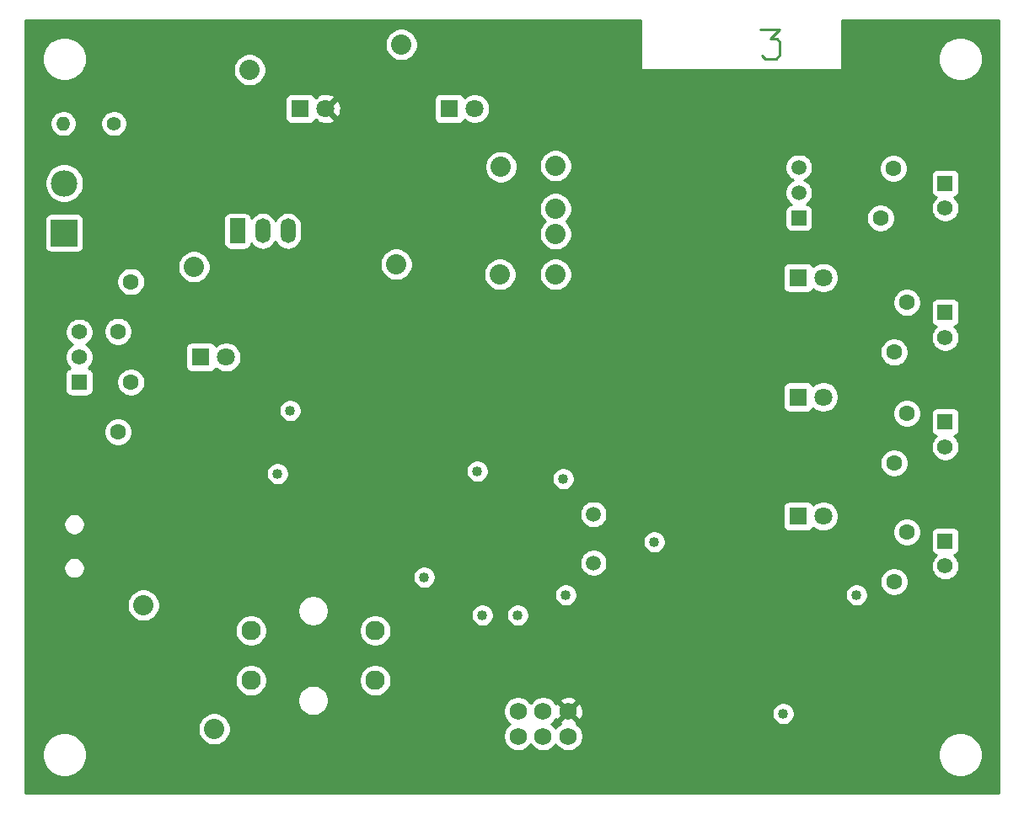
<source format=gbr>
G04 #@! TF.GenerationSoftware,KiCad,Pcbnew,(5.1.9)-1*
G04 #@! TF.CreationDate,2022-11-25T22:29:39+01:00*
G04 #@! TF.ProjectId,PCDB_project,50434442-5f70-4726-9f6a-6563742e6b69,rev?*
G04 #@! TF.SameCoordinates,Original*
G04 #@! TF.FileFunction,Copper,L3,Inr*
G04 #@! TF.FilePolarity,Positive*
%FSLAX46Y46*%
G04 Gerber Fmt 4.6, Leading zero omitted, Abs format (unit mm)*
G04 Created by KiCad (PCBNEW (5.1.9)-1) date 2022-11-25 22:29:39*
%MOMM*%
%LPD*%
G01*
G04 APERTURE LIST*
G04 #@! TA.AperFunction,ComponentPad*
%ADD10R,1.574800X1.574800*%
G04 #@! TD*
G04 #@! TA.AperFunction,ComponentPad*
%ADD11C,1.574800*%
G04 #@! TD*
G04 #@! TA.AperFunction,ComponentPad*
%ADD12C,1.600000*%
G04 #@! TD*
G04 #@! TA.AperFunction,ComponentPad*
%ADD13C,1.727200*%
G04 #@! TD*
G04 #@! TA.AperFunction,ComponentPad*
%ADD14C,1.500000*%
G04 #@! TD*
G04 #@! TA.AperFunction,ComponentPad*
%ADD15C,1.400000*%
G04 #@! TD*
G04 #@! TA.AperFunction,ComponentPad*
%ADD16O,1.400000X1.400000*%
G04 #@! TD*
G04 #@! TA.AperFunction,ComponentPad*
%ADD17C,2.667000*%
G04 #@! TD*
G04 #@! TA.AperFunction,ComponentPad*
%ADD18R,2.667000X2.667000*%
G04 #@! TD*
G04 #@! TA.AperFunction,ComponentPad*
%ADD19C,1.800000*%
G04 #@! TD*
G04 #@! TA.AperFunction,ComponentPad*
%ADD20R,1.800000X1.800000*%
G04 #@! TD*
G04 #@! TA.AperFunction,ComponentPad*
%ADD21C,1.955800*%
G04 #@! TD*
G04 #@! TA.AperFunction,ComponentPad*
%ADD22R,1.500000X2.500000*%
G04 #@! TD*
G04 #@! TA.AperFunction,ComponentPad*
%ADD23O,1.500000X2.500000*%
G04 #@! TD*
G04 #@! TA.AperFunction,ComponentPad*
%ADD24R,1.500000X1.500000*%
G04 #@! TD*
G04 #@! TA.AperFunction,ViaPad*
%ADD25C,2.032000*%
G04 #@! TD*
G04 #@! TA.AperFunction,ViaPad*
%ADD26C,1.016000*%
G04 #@! TD*
G04 #@! TA.AperFunction,Conductor*
%ADD27C,0.254000*%
G04 #@! TD*
G04 #@! TA.AperFunction,Conductor*
%ADD28C,0.100000*%
G04 #@! TD*
G04 APERTURE END LIST*
D10*
X6500000Y-37500000D03*
D11*
X6500000Y-34985400D03*
X6500000Y-32470800D03*
D12*
X89662000Y-40640000D03*
X88362000Y-45640000D03*
D13*
X50596800Y-70612000D03*
X55626000Y-73126600D03*
X50596800Y-73126600D03*
X53111400Y-70612000D03*
X53111400Y-73126600D03*
X55626000Y-70612000D03*
D14*
X58166000Y-55700000D03*
X58166000Y-50800000D03*
D15*
X10000000Y-11500000D03*
D16*
X4920000Y-11500000D03*
D17*
X5000000Y-17496200D03*
D18*
X5000000Y-22500000D03*
D11*
X93500000Y-20014600D03*
D10*
X93500000Y-17500000D03*
X93500000Y-30500000D03*
D11*
X93500000Y-33014600D03*
X93500000Y-44014600D03*
D10*
X93500000Y-41500000D03*
X93500000Y-53500000D03*
D11*
X93500000Y-56014600D03*
D19*
X31270000Y-10000000D03*
D20*
X28730000Y-10000000D03*
X43700000Y-10000000D03*
D19*
X46240000Y-10000000D03*
X21270000Y-35000000D03*
D20*
X18730000Y-35000000D03*
X78730000Y-27000000D03*
D19*
X81270000Y-27000000D03*
D20*
X78730000Y-39000000D03*
D19*
X81270000Y-39000000D03*
X81270000Y-51000000D03*
D20*
X78730000Y-51000000D03*
D12*
X87000000Y-21000000D03*
X88300000Y-16000000D03*
X10400000Y-32400000D03*
X11700000Y-27400000D03*
X10400000Y-42500000D03*
X11700000Y-37500000D03*
X89662000Y-29500000D03*
X88362000Y-34500000D03*
X88362000Y-57578000D03*
X89662000Y-52578000D03*
D21*
X36248400Y-67510400D03*
X36248400Y-62506600D03*
X23751600Y-67510400D03*
X23751600Y-62506600D03*
D22*
X22400000Y-22300000D03*
D23*
X24940000Y-22300000D03*
X27480000Y-22300000D03*
D14*
X78800000Y-18460000D03*
X78800000Y-15920000D03*
D24*
X78800000Y-21000000D03*
D25*
X38354000Y-25654000D03*
X38862000Y-3556000D03*
X23622000Y-6096000D03*
X18034000Y-25908000D03*
X48870000Y-15850000D03*
X54356000Y-15748000D03*
X54356000Y-20066000D03*
X48768000Y-26670000D03*
X54356000Y-26670000D03*
X54356000Y-22606000D03*
D26*
X64262000Y-53594000D03*
X55372000Y-58928000D03*
X46990000Y-60960000D03*
X50546000Y-60960000D03*
X41148000Y-57150000D03*
X46482000Y-46482000D03*
X26416000Y-46736000D03*
X27686000Y-40386000D03*
D25*
X12954000Y-59944000D03*
X20066000Y-72390000D03*
D26*
X84582000Y-58928000D03*
X77216000Y-70866000D03*
X55118000Y-47244000D03*
D25*
X38100000Y-33782000D03*
X40640000Y-15240000D03*
X45212000Y-14732000D03*
X42926000Y-16256000D03*
D26*
X54864000Y-54288200D03*
X53086000Y-60706000D03*
X43180000Y-59944000D03*
X43688000Y-48006000D03*
D25*
X17018000Y-62230000D03*
X83820000Y-14732000D03*
X84836000Y-42418000D03*
X84836000Y-29972000D03*
X85090000Y-53848000D03*
D26*
X53340000Y-47244000D03*
D27*
X74900000Y-2000000D02*
X76900000Y-2000000D01*
X76900000Y-2000000D02*
X76500000Y-2400000D01*
X76500000Y-2400000D02*
X75900000Y-3000000D01*
X75900000Y-3000000D02*
X76400000Y-3000000D01*
X76400000Y-3000000D02*
X76600000Y-3000000D01*
X76600000Y-3000000D02*
X76900000Y-3300000D01*
X76900000Y-3300000D02*
X76900000Y-4500000D01*
X76900000Y-4500000D02*
X76900000Y-4600000D01*
X76900000Y-4600000D02*
X76500000Y-5000000D01*
X76500000Y-5000000D02*
X75400000Y-5000000D01*
X75400000Y-5000000D02*
X75100000Y-4700000D01*
X62873000Y-6000000D02*
X62875440Y-6024776D01*
X62882667Y-6048601D01*
X62894403Y-6070557D01*
X62910197Y-6089803D01*
X62929443Y-6105597D01*
X62951399Y-6117333D01*
X62975224Y-6124560D01*
X63000000Y-6127000D01*
X83000000Y-6127000D01*
X83024776Y-6124560D01*
X83048601Y-6117333D01*
X83070557Y-6105597D01*
X83089803Y-6089803D01*
X83105597Y-6070557D01*
X83117333Y-6048601D01*
X83124560Y-6024776D01*
X83127000Y-6000000D01*
X83127000Y-4779872D01*
X92765000Y-4779872D01*
X92765000Y-5220128D01*
X92850890Y-5651925D01*
X93019369Y-6058669D01*
X93263962Y-6424729D01*
X93575271Y-6736038D01*
X93941331Y-6980631D01*
X94348075Y-7149110D01*
X94779872Y-7235000D01*
X95220128Y-7235000D01*
X95651925Y-7149110D01*
X96058669Y-6980631D01*
X96424729Y-6736038D01*
X96736038Y-6424729D01*
X96980631Y-6058669D01*
X97149110Y-5651925D01*
X97235000Y-5220128D01*
X97235000Y-4779872D01*
X97149110Y-4348075D01*
X96980631Y-3941331D01*
X96736038Y-3575271D01*
X96424729Y-3263962D01*
X96058669Y-3019369D01*
X95651925Y-2850890D01*
X95220128Y-2765000D01*
X94779872Y-2765000D01*
X94348075Y-2850890D01*
X93941331Y-3019369D01*
X93575271Y-3263962D01*
X93263962Y-3575271D01*
X93019369Y-3941331D01*
X92850890Y-4348075D01*
X92765000Y-4779872D01*
X83127000Y-4779872D01*
X83127000Y-1127000D01*
X98873000Y-1127000D01*
X98873000Y-78873000D01*
X1127000Y-78873000D01*
X1127000Y-74779872D01*
X2765000Y-74779872D01*
X2765000Y-75220128D01*
X2850890Y-75651925D01*
X3019369Y-76058669D01*
X3263962Y-76424729D01*
X3575271Y-76736038D01*
X3941331Y-76980631D01*
X4348075Y-77149110D01*
X4779872Y-77235000D01*
X5220128Y-77235000D01*
X5651925Y-77149110D01*
X6058669Y-76980631D01*
X6424729Y-76736038D01*
X6736038Y-76424729D01*
X6980631Y-76058669D01*
X7149110Y-75651925D01*
X7235000Y-75220128D01*
X7235000Y-74779872D01*
X92765000Y-74779872D01*
X92765000Y-75220128D01*
X92850890Y-75651925D01*
X93019369Y-76058669D01*
X93263962Y-76424729D01*
X93575271Y-76736038D01*
X93941331Y-76980631D01*
X94348075Y-77149110D01*
X94779872Y-77235000D01*
X95220128Y-77235000D01*
X95651925Y-77149110D01*
X96058669Y-76980631D01*
X96424729Y-76736038D01*
X96736038Y-76424729D01*
X96980631Y-76058669D01*
X97149110Y-75651925D01*
X97235000Y-75220128D01*
X97235000Y-74779872D01*
X97149110Y-74348075D01*
X96980631Y-73941331D01*
X96736038Y-73575271D01*
X96424729Y-73263962D01*
X96058669Y-73019369D01*
X95651925Y-72850890D01*
X95220128Y-72765000D01*
X94779872Y-72765000D01*
X94348075Y-72850890D01*
X93941331Y-73019369D01*
X93575271Y-73263962D01*
X93263962Y-73575271D01*
X93019369Y-73941331D01*
X92850890Y-74348075D01*
X92765000Y-74779872D01*
X7235000Y-74779872D01*
X7149110Y-74348075D01*
X6980631Y-73941331D01*
X6736038Y-73575271D01*
X6424729Y-73263962D01*
X6058669Y-73019369D01*
X5651925Y-72850890D01*
X5220128Y-72765000D01*
X4779872Y-72765000D01*
X4348075Y-72850890D01*
X3941331Y-73019369D01*
X3575271Y-73263962D01*
X3263962Y-73575271D01*
X3019369Y-73941331D01*
X2850890Y-74348075D01*
X2765000Y-74779872D01*
X1127000Y-74779872D01*
X1127000Y-72227391D01*
X18415000Y-72227391D01*
X18415000Y-72552609D01*
X18478447Y-72871579D01*
X18602903Y-73172042D01*
X18783585Y-73442451D01*
X19013549Y-73672415D01*
X19283958Y-73853097D01*
X19584421Y-73977553D01*
X19903391Y-74041000D01*
X20228609Y-74041000D01*
X20547579Y-73977553D01*
X20848042Y-73853097D01*
X21118451Y-73672415D01*
X21348415Y-73442451D01*
X21529097Y-73172042D01*
X21653553Y-72871579D01*
X21717000Y-72552609D01*
X21717000Y-72227391D01*
X21653553Y-71908421D01*
X21529097Y-71607958D01*
X21348415Y-71337549D01*
X21118451Y-71107585D01*
X20848042Y-70926903D01*
X20547579Y-70802447D01*
X20228609Y-70739000D01*
X19903391Y-70739000D01*
X19584421Y-70802447D01*
X19283958Y-70926903D01*
X19013549Y-71107585D01*
X18783585Y-71337549D01*
X18602903Y-71607958D01*
X18478447Y-71908421D01*
X18415000Y-72227391D01*
X1127000Y-72227391D01*
X1127000Y-69363147D01*
X28437900Y-69363147D01*
X28437900Y-69670853D01*
X28497931Y-69972648D01*
X28615685Y-70256932D01*
X28786638Y-70512780D01*
X29004220Y-70730362D01*
X29260068Y-70901315D01*
X29544352Y-71019069D01*
X29846147Y-71079100D01*
X30153853Y-71079100D01*
X30455648Y-71019069D01*
X30739932Y-70901315D01*
X30995780Y-70730362D01*
X31213362Y-70512780D01*
X31245687Y-70464401D01*
X49098200Y-70464401D01*
X49098200Y-70759599D01*
X49155790Y-71049125D01*
X49268758Y-71321853D01*
X49432761Y-71567302D01*
X49641498Y-71776039D01*
X49781074Y-71869300D01*
X49641498Y-71962561D01*
X49432761Y-72171298D01*
X49268758Y-72416747D01*
X49155790Y-72689475D01*
X49098200Y-72979001D01*
X49098200Y-73274199D01*
X49155790Y-73563725D01*
X49268758Y-73836453D01*
X49432761Y-74081902D01*
X49641498Y-74290639D01*
X49886947Y-74454642D01*
X50159675Y-74567610D01*
X50449201Y-74625200D01*
X50744399Y-74625200D01*
X51033925Y-74567610D01*
X51306653Y-74454642D01*
X51552102Y-74290639D01*
X51760839Y-74081902D01*
X51854100Y-73942326D01*
X51947361Y-74081902D01*
X52156098Y-74290639D01*
X52401547Y-74454642D01*
X52674275Y-74567610D01*
X52963801Y-74625200D01*
X53258999Y-74625200D01*
X53548525Y-74567610D01*
X53821253Y-74454642D01*
X54066702Y-74290639D01*
X54275439Y-74081902D01*
X54368700Y-73942326D01*
X54461961Y-74081902D01*
X54670698Y-74290639D01*
X54916147Y-74454642D01*
X55188875Y-74567610D01*
X55478401Y-74625200D01*
X55773599Y-74625200D01*
X56063125Y-74567610D01*
X56335853Y-74454642D01*
X56581302Y-74290639D01*
X56790039Y-74081902D01*
X56954042Y-73836453D01*
X57067010Y-73563725D01*
X57124600Y-73274199D01*
X57124600Y-72979001D01*
X57067010Y-72689475D01*
X56954042Y-72416747D01*
X56790039Y-72171298D01*
X56581302Y-71962561D01*
X56419761Y-71854623D01*
X56484499Y-71650104D01*
X55626000Y-70791605D01*
X54767501Y-71650104D01*
X54832239Y-71854623D01*
X54670698Y-71962561D01*
X54461961Y-72171298D01*
X54368700Y-72310874D01*
X54275439Y-72171298D01*
X54066702Y-71962561D01*
X53927126Y-71869300D01*
X54066702Y-71776039D01*
X54275439Y-71567302D01*
X54383377Y-71405761D01*
X54587896Y-71470499D01*
X55446395Y-70612000D01*
X55805605Y-70612000D01*
X56664104Y-71470499D01*
X56914567Y-71391218D01*
X57041826Y-71124859D01*
X57114675Y-70838790D01*
X57119204Y-70753424D01*
X76073000Y-70753424D01*
X76073000Y-70978576D01*
X76116925Y-71199401D01*
X76203087Y-71407413D01*
X76328174Y-71594620D01*
X76487380Y-71753826D01*
X76674587Y-71878913D01*
X76882599Y-71965075D01*
X77103424Y-72009000D01*
X77328576Y-72009000D01*
X77549401Y-71965075D01*
X77757413Y-71878913D01*
X77944620Y-71753826D01*
X78103826Y-71594620D01*
X78228913Y-71407413D01*
X78315075Y-71199401D01*
X78359000Y-70978576D01*
X78359000Y-70753424D01*
X78315075Y-70532599D01*
X78228913Y-70324587D01*
X78103826Y-70137380D01*
X77944620Y-69978174D01*
X77757413Y-69853087D01*
X77549401Y-69766925D01*
X77328576Y-69723000D01*
X77103424Y-69723000D01*
X76882599Y-69766925D01*
X76674587Y-69853087D01*
X76487380Y-69978174D01*
X76328174Y-70137380D01*
X76203087Y-70324587D01*
X76116925Y-70532599D01*
X76073000Y-70753424D01*
X57119204Y-70753424D01*
X57130315Y-70544007D01*
X57088145Y-70251836D01*
X56989786Y-69973507D01*
X56914567Y-69832782D01*
X56664104Y-69753501D01*
X55805605Y-70612000D01*
X55446395Y-70612000D01*
X54587896Y-69753501D01*
X54383377Y-69818239D01*
X54275439Y-69656698D01*
X54192637Y-69573896D01*
X54767501Y-69573896D01*
X55626000Y-70432395D01*
X56484499Y-69573896D01*
X56405218Y-69323433D01*
X56138859Y-69196174D01*
X55852790Y-69123325D01*
X55558007Y-69107685D01*
X55265836Y-69149855D01*
X54987507Y-69248214D01*
X54846782Y-69323433D01*
X54767501Y-69573896D01*
X54192637Y-69573896D01*
X54066702Y-69447961D01*
X53821253Y-69283958D01*
X53548525Y-69170990D01*
X53258999Y-69113400D01*
X52963801Y-69113400D01*
X52674275Y-69170990D01*
X52401547Y-69283958D01*
X52156098Y-69447961D01*
X51947361Y-69656698D01*
X51854100Y-69796274D01*
X51760839Y-69656698D01*
X51552102Y-69447961D01*
X51306653Y-69283958D01*
X51033925Y-69170990D01*
X50744399Y-69113400D01*
X50449201Y-69113400D01*
X50159675Y-69170990D01*
X49886947Y-69283958D01*
X49641498Y-69447961D01*
X49432761Y-69656698D01*
X49268758Y-69902147D01*
X49155790Y-70174875D01*
X49098200Y-70464401D01*
X31245687Y-70464401D01*
X31384315Y-70256932D01*
X31502069Y-69972648D01*
X31562100Y-69670853D01*
X31562100Y-69363147D01*
X31502069Y-69061352D01*
X31384315Y-68777068D01*
X31213362Y-68521220D01*
X30995780Y-68303638D01*
X30739932Y-68132685D01*
X30455648Y-68014931D01*
X30153853Y-67954900D01*
X29846147Y-67954900D01*
X29544352Y-68014931D01*
X29260068Y-68132685D01*
X29004220Y-68303638D01*
X28786638Y-68521220D01*
X28615685Y-68777068D01*
X28497931Y-69061352D01*
X28437900Y-69363147D01*
X1127000Y-69363147D01*
X1127000Y-67351543D01*
X22138700Y-67351543D01*
X22138700Y-67669257D01*
X22200683Y-67980866D01*
X22322267Y-68274395D01*
X22498779Y-68538564D01*
X22723436Y-68763221D01*
X22987605Y-68939733D01*
X23281134Y-69061317D01*
X23592743Y-69123300D01*
X23910457Y-69123300D01*
X24222066Y-69061317D01*
X24515595Y-68939733D01*
X24779764Y-68763221D01*
X25004421Y-68538564D01*
X25180933Y-68274395D01*
X25302517Y-67980866D01*
X25364500Y-67669257D01*
X25364500Y-67351543D01*
X34635500Y-67351543D01*
X34635500Y-67669257D01*
X34697483Y-67980866D01*
X34819067Y-68274395D01*
X34995579Y-68538564D01*
X35220236Y-68763221D01*
X35484405Y-68939733D01*
X35777934Y-69061317D01*
X36089543Y-69123300D01*
X36407257Y-69123300D01*
X36718866Y-69061317D01*
X37012395Y-68939733D01*
X37276564Y-68763221D01*
X37501221Y-68538564D01*
X37677733Y-68274395D01*
X37799317Y-67980866D01*
X37861300Y-67669257D01*
X37861300Y-67351543D01*
X37799317Y-67039934D01*
X37677733Y-66746405D01*
X37501221Y-66482236D01*
X37276564Y-66257579D01*
X37012395Y-66081067D01*
X36718866Y-65959483D01*
X36407257Y-65897500D01*
X36089543Y-65897500D01*
X35777934Y-65959483D01*
X35484405Y-66081067D01*
X35220236Y-66257579D01*
X34995579Y-66482236D01*
X34819067Y-66746405D01*
X34697483Y-67039934D01*
X34635500Y-67351543D01*
X25364500Y-67351543D01*
X25302517Y-67039934D01*
X25180933Y-66746405D01*
X25004421Y-66482236D01*
X24779764Y-66257579D01*
X24515595Y-66081067D01*
X24222066Y-65959483D01*
X23910457Y-65897500D01*
X23592743Y-65897500D01*
X23281134Y-65959483D01*
X22987605Y-66081067D01*
X22723436Y-66257579D01*
X22498779Y-66482236D01*
X22322267Y-66746405D01*
X22200683Y-67039934D01*
X22138700Y-67351543D01*
X1127000Y-67351543D01*
X1127000Y-62347743D01*
X22138700Y-62347743D01*
X22138700Y-62665457D01*
X22200683Y-62977066D01*
X22322267Y-63270595D01*
X22498779Y-63534764D01*
X22723436Y-63759421D01*
X22987605Y-63935933D01*
X23281134Y-64057517D01*
X23592743Y-64119500D01*
X23910457Y-64119500D01*
X24222066Y-64057517D01*
X24515595Y-63935933D01*
X24779764Y-63759421D01*
X25004421Y-63534764D01*
X25180933Y-63270595D01*
X25302517Y-62977066D01*
X25364500Y-62665457D01*
X25364500Y-62347743D01*
X34635500Y-62347743D01*
X34635500Y-62665457D01*
X34697483Y-62977066D01*
X34819067Y-63270595D01*
X34995579Y-63534764D01*
X35220236Y-63759421D01*
X35484405Y-63935933D01*
X35777934Y-64057517D01*
X36089543Y-64119500D01*
X36407257Y-64119500D01*
X36718866Y-64057517D01*
X37012395Y-63935933D01*
X37276564Y-63759421D01*
X37501221Y-63534764D01*
X37677733Y-63270595D01*
X37799317Y-62977066D01*
X37861300Y-62665457D01*
X37861300Y-62347743D01*
X37799317Y-62036134D01*
X37677733Y-61742605D01*
X37501221Y-61478436D01*
X37276564Y-61253779D01*
X37012395Y-61077267D01*
X36718866Y-60955683D01*
X36407257Y-60893700D01*
X36089543Y-60893700D01*
X35777934Y-60955683D01*
X35484405Y-61077267D01*
X35220236Y-61253779D01*
X34995579Y-61478436D01*
X34819067Y-61742605D01*
X34697483Y-62036134D01*
X34635500Y-62347743D01*
X25364500Y-62347743D01*
X25302517Y-62036134D01*
X25180933Y-61742605D01*
X25004421Y-61478436D01*
X24779764Y-61253779D01*
X24515595Y-61077267D01*
X24222066Y-60955683D01*
X23910457Y-60893700D01*
X23592743Y-60893700D01*
X23281134Y-60955683D01*
X22987605Y-61077267D01*
X22723436Y-61253779D01*
X22498779Y-61478436D01*
X22322267Y-61742605D01*
X22200683Y-62036134D01*
X22138700Y-62347743D01*
X1127000Y-62347743D01*
X1127000Y-59781391D01*
X11303000Y-59781391D01*
X11303000Y-60106609D01*
X11366447Y-60425579D01*
X11490903Y-60726042D01*
X11671585Y-60996451D01*
X11901549Y-61226415D01*
X12171958Y-61407097D01*
X12472421Y-61531553D01*
X12791391Y-61595000D01*
X13116609Y-61595000D01*
X13435579Y-61531553D01*
X13736042Y-61407097D01*
X14006451Y-61226415D01*
X14236415Y-60996451D01*
X14417097Y-60726042D01*
X14541553Y-60425579D01*
X14557352Y-60346147D01*
X28437900Y-60346147D01*
X28437900Y-60653853D01*
X28497931Y-60955648D01*
X28615685Y-61239932D01*
X28786638Y-61495780D01*
X29004220Y-61713362D01*
X29260068Y-61884315D01*
X29544352Y-62002069D01*
X29846147Y-62062100D01*
X30153853Y-62062100D01*
X30455648Y-62002069D01*
X30739932Y-61884315D01*
X30995780Y-61713362D01*
X31213362Y-61495780D01*
X31384315Y-61239932D01*
X31502069Y-60955648D01*
X31523596Y-60847424D01*
X45847000Y-60847424D01*
X45847000Y-61072576D01*
X45890925Y-61293401D01*
X45977087Y-61501413D01*
X46102174Y-61688620D01*
X46261380Y-61847826D01*
X46448587Y-61972913D01*
X46656599Y-62059075D01*
X46877424Y-62103000D01*
X47102576Y-62103000D01*
X47323401Y-62059075D01*
X47531413Y-61972913D01*
X47718620Y-61847826D01*
X47877826Y-61688620D01*
X48002913Y-61501413D01*
X48089075Y-61293401D01*
X48133000Y-61072576D01*
X48133000Y-60847424D01*
X49403000Y-60847424D01*
X49403000Y-61072576D01*
X49446925Y-61293401D01*
X49533087Y-61501413D01*
X49658174Y-61688620D01*
X49817380Y-61847826D01*
X50004587Y-61972913D01*
X50212599Y-62059075D01*
X50433424Y-62103000D01*
X50658576Y-62103000D01*
X50879401Y-62059075D01*
X51087413Y-61972913D01*
X51274620Y-61847826D01*
X51433826Y-61688620D01*
X51558913Y-61501413D01*
X51645075Y-61293401D01*
X51689000Y-61072576D01*
X51689000Y-60847424D01*
X51645075Y-60626599D01*
X51558913Y-60418587D01*
X51433826Y-60231380D01*
X51274620Y-60072174D01*
X51087413Y-59947087D01*
X50879401Y-59860925D01*
X50658576Y-59817000D01*
X50433424Y-59817000D01*
X50212599Y-59860925D01*
X50004587Y-59947087D01*
X49817380Y-60072174D01*
X49658174Y-60231380D01*
X49533087Y-60418587D01*
X49446925Y-60626599D01*
X49403000Y-60847424D01*
X48133000Y-60847424D01*
X48089075Y-60626599D01*
X48002913Y-60418587D01*
X47877826Y-60231380D01*
X47718620Y-60072174D01*
X47531413Y-59947087D01*
X47323401Y-59860925D01*
X47102576Y-59817000D01*
X46877424Y-59817000D01*
X46656599Y-59860925D01*
X46448587Y-59947087D01*
X46261380Y-60072174D01*
X46102174Y-60231380D01*
X45977087Y-60418587D01*
X45890925Y-60626599D01*
X45847000Y-60847424D01*
X31523596Y-60847424D01*
X31562100Y-60653853D01*
X31562100Y-60346147D01*
X31502069Y-60044352D01*
X31384315Y-59760068D01*
X31213362Y-59504220D01*
X30995780Y-59286638D01*
X30739932Y-59115685D01*
X30455648Y-58997931D01*
X30153853Y-58937900D01*
X29846147Y-58937900D01*
X29544352Y-58997931D01*
X29260068Y-59115685D01*
X29004220Y-59286638D01*
X28786638Y-59504220D01*
X28615685Y-59760068D01*
X28497931Y-60044352D01*
X28437900Y-60346147D01*
X14557352Y-60346147D01*
X14605000Y-60106609D01*
X14605000Y-59781391D01*
X14541553Y-59462421D01*
X14417097Y-59161958D01*
X14236415Y-58891549D01*
X14160290Y-58815424D01*
X54229000Y-58815424D01*
X54229000Y-59040576D01*
X54272925Y-59261401D01*
X54359087Y-59469413D01*
X54484174Y-59656620D01*
X54643380Y-59815826D01*
X54830587Y-59940913D01*
X55038599Y-60027075D01*
X55259424Y-60071000D01*
X55484576Y-60071000D01*
X55705401Y-60027075D01*
X55913413Y-59940913D01*
X56100620Y-59815826D01*
X56259826Y-59656620D01*
X56384913Y-59469413D01*
X56471075Y-59261401D01*
X56515000Y-59040576D01*
X56515000Y-58815424D01*
X83439000Y-58815424D01*
X83439000Y-59040576D01*
X83482925Y-59261401D01*
X83569087Y-59469413D01*
X83694174Y-59656620D01*
X83853380Y-59815826D01*
X84040587Y-59940913D01*
X84248599Y-60027075D01*
X84469424Y-60071000D01*
X84694576Y-60071000D01*
X84915401Y-60027075D01*
X85123413Y-59940913D01*
X85310620Y-59815826D01*
X85469826Y-59656620D01*
X85594913Y-59469413D01*
X85681075Y-59261401D01*
X85725000Y-59040576D01*
X85725000Y-58815424D01*
X85681075Y-58594599D01*
X85594913Y-58386587D01*
X85469826Y-58199380D01*
X85310620Y-58040174D01*
X85123413Y-57915087D01*
X84915401Y-57828925D01*
X84694576Y-57785000D01*
X84469424Y-57785000D01*
X84248599Y-57828925D01*
X84040587Y-57915087D01*
X83853380Y-58040174D01*
X83694174Y-58199380D01*
X83569087Y-58386587D01*
X83482925Y-58594599D01*
X83439000Y-58815424D01*
X56515000Y-58815424D01*
X56471075Y-58594599D01*
X56384913Y-58386587D01*
X56259826Y-58199380D01*
X56100620Y-58040174D01*
X55913413Y-57915087D01*
X55705401Y-57828925D01*
X55484576Y-57785000D01*
X55259424Y-57785000D01*
X55038599Y-57828925D01*
X54830587Y-57915087D01*
X54643380Y-58040174D01*
X54484174Y-58199380D01*
X54359087Y-58386587D01*
X54272925Y-58594599D01*
X54229000Y-58815424D01*
X14160290Y-58815424D01*
X14006451Y-58661585D01*
X13736042Y-58480903D01*
X13435579Y-58356447D01*
X13116609Y-58293000D01*
X12791391Y-58293000D01*
X12472421Y-58356447D01*
X12171958Y-58480903D01*
X11901549Y-58661585D01*
X11671585Y-58891549D01*
X11490903Y-59161958D01*
X11366447Y-59462421D01*
X11303000Y-59781391D01*
X1127000Y-59781391D01*
X1127000Y-56093137D01*
X4915000Y-56093137D01*
X4915000Y-56306863D01*
X4956696Y-56516483D01*
X5038485Y-56713940D01*
X5157225Y-56891647D01*
X5308353Y-57042775D01*
X5486060Y-57161515D01*
X5683517Y-57243304D01*
X5893137Y-57285000D01*
X6106863Y-57285000D01*
X6316483Y-57243304D01*
X6513940Y-57161515D01*
X6691647Y-57042775D01*
X6696998Y-57037424D01*
X40005000Y-57037424D01*
X40005000Y-57262576D01*
X40048925Y-57483401D01*
X40135087Y-57691413D01*
X40260174Y-57878620D01*
X40419380Y-58037826D01*
X40606587Y-58162913D01*
X40814599Y-58249075D01*
X41035424Y-58293000D01*
X41260576Y-58293000D01*
X41481401Y-58249075D01*
X41689413Y-58162913D01*
X41876620Y-58037826D01*
X42035826Y-57878620D01*
X42160913Y-57691413D01*
X42247075Y-57483401D01*
X42256371Y-57436665D01*
X86927000Y-57436665D01*
X86927000Y-57719335D01*
X86982147Y-57996574D01*
X87090320Y-58257727D01*
X87247363Y-58492759D01*
X87447241Y-58692637D01*
X87682273Y-58849680D01*
X87943426Y-58957853D01*
X88220665Y-59013000D01*
X88503335Y-59013000D01*
X88780574Y-58957853D01*
X89041727Y-58849680D01*
X89276759Y-58692637D01*
X89476637Y-58492759D01*
X89633680Y-58257727D01*
X89741853Y-57996574D01*
X89797000Y-57719335D01*
X89797000Y-57436665D01*
X89741853Y-57159426D01*
X89633680Y-56898273D01*
X89476637Y-56663241D01*
X89276759Y-56463363D01*
X89041727Y-56306320D01*
X88780574Y-56198147D01*
X88503335Y-56143000D01*
X88220665Y-56143000D01*
X87943426Y-56198147D01*
X87682273Y-56306320D01*
X87447241Y-56463363D01*
X87247363Y-56663241D01*
X87090320Y-56898273D01*
X86982147Y-57159426D01*
X86927000Y-57436665D01*
X42256371Y-57436665D01*
X42291000Y-57262576D01*
X42291000Y-57037424D01*
X42247075Y-56816599D01*
X42160913Y-56608587D01*
X42035826Y-56421380D01*
X41876620Y-56262174D01*
X41689413Y-56137087D01*
X41481401Y-56050925D01*
X41260576Y-56007000D01*
X41035424Y-56007000D01*
X40814599Y-56050925D01*
X40606587Y-56137087D01*
X40419380Y-56262174D01*
X40260174Y-56421380D01*
X40135087Y-56608587D01*
X40048925Y-56816599D01*
X40005000Y-57037424D01*
X6696998Y-57037424D01*
X6842775Y-56891647D01*
X6961515Y-56713940D01*
X7043304Y-56516483D01*
X7085000Y-56306863D01*
X7085000Y-56093137D01*
X7043304Y-55883517D01*
X6961515Y-55686060D01*
X6879683Y-55563589D01*
X56781000Y-55563589D01*
X56781000Y-55836411D01*
X56834225Y-56103989D01*
X56938629Y-56356043D01*
X57090201Y-56582886D01*
X57283114Y-56775799D01*
X57509957Y-56927371D01*
X57762011Y-57031775D01*
X58029589Y-57085000D01*
X58302411Y-57085000D01*
X58569989Y-57031775D01*
X58822043Y-56927371D01*
X59048886Y-56775799D01*
X59241799Y-56582886D01*
X59393371Y-56356043D01*
X59497775Y-56103989D01*
X59551000Y-55836411D01*
X59551000Y-55563589D01*
X59497775Y-55296011D01*
X59393371Y-55043957D01*
X59241799Y-54817114D01*
X59048886Y-54624201D01*
X58822043Y-54472629D01*
X58569989Y-54368225D01*
X58302411Y-54315000D01*
X58029589Y-54315000D01*
X57762011Y-54368225D01*
X57509957Y-54472629D01*
X57283114Y-54624201D01*
X57090201Y-54817114D01*
X56938629Y-55043957D01*
X56834225Y-55296011D01*
X56781000Y-55563589D01*
X6879683Y-55563589D01*
X6842775Y-55508353D01*
X6691647Y-55357225D01*
X6513940Y-55238485D01*
X6316483Y-55156696D01*
X6106863Y-55115000D01*
X5893137Y-55115000D01*
X5683517Y-55156696D01*
X5486060Y-55238485D01*
X5308353Y-55357225D01*
X5157225Y-55508353D01*
X5038485Y-55686060D01*
X4956696Y-55883517D01*
X4915000Y-56093137D01*
X1127000Y-56093137D01*
X1127000Y-53481424D01*
X63119000Y-53481424D01*
X63119000Y-53706576D01*
X63162925Y-53927401D01*
X63249087Y-54135413D01*
X63374174Y-54322620D01*
X63533380Y-54481826D01*
X63720587Y-54606913D01*
X63928599Y-54693075D01*
X64149424Y-54737000D01*
X64374576Y-54737000D01*
X64595401Y-54693075D01*
X64803413Y-54606913D01*
X64990620Y-54481826D01*
X65149826Y-54322620D01*
X65274913Y-54135413D01*
X65361075Y-53927401D01*
X65405000Y-53706576D01*
X65405000Y-53481424D01*
X65361075Y-53260599D01*
X65274913Y-53052587D01*
X65149826Y-52865380D01*
X64990620Y-52706174D01*
X64803413Y-52581087D01*
X64595401Y-52494925D01*
X64374576Y-52451000D01*
X64149424Y-52451000D01*
X63928599Y-52494925D01*
X63720587Y-52581087D01*
X63533380Y-52706174D01*
X63374174Y-52865380D01*
X63249087Y-53052587D01*
X63162925Y-53260599D01*
X63119000Y-53481424D01*
X1127000Y-53481424D01*
X1127000Y-51693137D01*
X4915000Y-51693137D01*
X4915000Y-51906863D01*
X4956696Y-52116483D01*
X5038485Y-52313940D01*
X5157225Y-52491647D01*
X5308353Y-52642775D01*
X5486060Y-52761515D01*
X5683517Y-52843304D01*
X5893137Y-52885000D01*
X6106863Y-52885000D01*
X6316483Y-52843304D01*
X6513940Y-52761515D01*
X6691647Y-52642775D01*
X6842775Y-52491647D01*
X6961515Y-52313940D01*
X7043304Y-52116483D01*
X7085000Y-51906863D01*
X7085000Y-51693137D01*
X7043304Y-51483517D01*
X6961515Y-51286060D01*
X6842775Y-51108353D01*
X6691647Y-50957225D01*
X6513940Y-50838485D01*
X6316483Y-50756696D01*
X6106863Y-50715000D01*
X5893137Y-50715000D01*
X5683517Y-50756696D01*
X5486060Y-50838485D01*
X5308353Y-50957225D01*
X5157225Y-51108353D01*
X5038485Y-51286060D01*
X4956696Y-51483517D01*
X4915000Y-51693137D01*
X1127000Y-51693137D01*
X1127000Y-50663589D01*
X56781000Y-50663589D01*
X56781000Y-50936411D01*
X56834225Y-51203989D01*
X56938629Y-51456043D01*
X57090201Y-51682886D01*
X57283114Y-51875799D01*
X57509957Y-52027371D01*
X57762011Y-52131775D01*
X58029589Y-52185000D01*
X58302411Y-52185000D01*
X58569989Y-52131775D01*
X58822043Y-52027371D01*
X59048886Y-51875799D01*
X59241799Y-51682886D01*
X59393371Y-51456043D01*
X59497775Y-51203989D01*
X59551000Y-50936411D01*
X59551000Y-50663589D01*
X59497775Y-50396011D01*
X59393371Y-50143957D01*
X59364000Y-50100000D01*
X77191928Y-50100000D01*
X77191928Y-51900000D01*
X77204188Y-52024482D01*
X77240498Y-52144180D01*
X77299463Y-52254494D01*
X77378815Y-52351185D01*
X77475506Y-52430537D01*
X77585820Y-52489502D01*
X77705518Y-52525812D01*
X77830000Y-52538072D01*
X79630000Y-52538072D01*
X79754482Y-52525812D01*
X79874180Y-52489502D01*
X79984494Y-52430537D01*
X80081185Y-52351185D01*
X80160537Y-52254494D01*
X80219502Y-52144180D01*
X80225056Y-52125873D01*
X80291495Y-52192312D01*
X80542905Y-52360299D01*
X80822257Y-52476011D01*
X81118816Y-52535000D01*
X81421184Y-52535000D01*
X81717743Y-52476011D01*
X81812732Y-52436665D01*
X88227000Y-52436665D01*
X88227000Y-52719335D01*
X88282147Y-52996574D01*
X88390320Y-53257727D01*
X88547363Y-53492759D01*
X88747241Y-53692637D01*
X88982273Y-53849680D01*
X89243426Y-53957853D01*
X89520665Y-54013000D01*
X89803335Y-54013000D01*
X90080574Y-53957853D01*
X90341727Y-53849680D01*
X90576759Y-53692637D01*
X90776637Y-53492759D01*
X90933680Y-53257727D01*
X91041853Y-52996574D01*
X91097000Y-52719335D01*
X91097000Y-52712600D01*
X92074528Y-52712600D01*
X92074528Y-54287400D01*
X92086788Y-54411882D01*
X92123098Y-54531580D01*
X92182063Y-54641894D01*
X92261415Y-54738585D01*
X92358106Y-54817937D01*
X92468420Y-54876902D01*
X92588118Y-54913212D01*
X92589659Y-54913364D01*
X92395150Y-55107873D01*
X92239486Y-55340841D01*
X92132262Y-55599701D01*
X92077600Y-55874506D01*
X92077600Y-56154694D01*
X92132262Y-56429499D01*
X92239486Y-56688359D01*
X92395150Y-56921327D01*
X92593273Y-57119450D01*
X92826241Y-57275114D01*
X93085101Y-57382338D01*
X93359906Y-57437000D01*
X93640094Y-57437000D01*
X93914899Y-57382338D01*
X94173759Y-57275114D01*
X94406727Y-57119450D01*
X94604850Y-56921327D01*
X94760514Y-56688359D01*
X94867738Y-56429499D01*
X94922400Y-56154694D01*
X94922400Y-55874506D01*
X94867738Y-55599701D01*
X94760514Y-55340841D01*
X94604850Y-55107873D01*
X94410341Y-54913364D01*
X94411882Y-54913212D01*
X94531580Y-54876902D01*
X94641894Y-54817937D01*
X94738585Y-54738585D01*
X94817937Y-54641894D01*
X94876902Y-54531580D01*
X94913212Y-54411882D01*
X94925472Y-54287400D01*
X94925472Y-52712600D01*
X94913212Y-52588118D01*
X94876902Y-52468420D01*
X94817937Y-52358106D01*
X94738585Y-52261415D01*
X94641894Y-52182063D01*
X94531580Y-52123098D01*
X94411882Y-52086788D01*
X94287400Y-52074528D01*
X92712600Y-52074528D01*
X92588118Y-52086788D01*
X92468420Y-52123098D01*
X92358106Y-52182063D01*
X92261415Y-52261415D01*
X92182063Y-52358106D01*
X92123098Y-52468420D01*
X92086788Y-52588118D01*
X92074528Y-52712600D01*
X91097000Y-52712600D01*
X91097000Y-52436665D01*
X91041853Y-52159426D01*
X90933680Y-51898273D01*
X90776637Y-51663241D01*
X90576759Y-51463363D01*
X90341727Y-51306320D01*
X90080574Y-51198147D01*
X89803335Y-51143000D01*
X89520665Y-51143000D01*
X89243426Y-51198147D01*
X88982273Y-51306320D01*
X88747241Y-51463363D01*
X88547363Y-51663241D01*
X88390320Y-51898273D01*
X88282147Y-52159426D01*
X88227000Y-52436665D01*
X81812732Y-52436665D01*
X81997095Y-52360299D01*
X82248505Y-52192312D01*
X82462312Y-51978505D01*
X82630299Y-51727095D01*
X82746011Y-51447743D01*
X82805000Y-51151184D01*
X82805000Y-50848816D01*
X82746011Y-50552257D01*
X82630299Y-50272905D01*
X82462312Y-50021495D01*
X82248505Y-49807688D01*
X81997095Y-49639701D01*
X81717743Y-49523989D01*
X81421184Y-49465000D01*
X81118816Y-49465000D01*
X80822257Y-49523989D01*
X80542905Y-49639701D01*
X80291495Y-49807688D01*
X80225056Y-49874127D01*
X80219502Y-49855820D01*
X80160537Y-49745506D01*
X80081185Y-49648815D01*
X79984494Y-49569463D01*
X79874180Y-49510498D01*
X79754482Y-49474188D01*
X79630000Y-49461928D01*
X77830000Y-49461928D01*
X77705518Y-49474188D01*
X77585820Y-49510498D01*
X77475506Y-49569463D01*
X77378815Y-49648815D01*
X77299463Y-49745506D01*
X77240498Y-49855820D01*
X77204188Y-49975518D01*
X77191928Y-50100000D01*
X59364000Y-50100000D01*
X59241799Y-49917114D01*
X59048886Y-49724201D01*
X58822043Y-49572629D01*
X58569989Y-49468225D01*
X58302411Y-49415000D01*
X58029589Y-49415000D01*
X57762011Y-49468225D01*
X57509957Y-49572629D01*
X57283114Y-49724201D01*
X57090201Y-49917114D01*
X56938629Y-50143957D01*
X56834225Y-50396011D01*
X56781000Y-50663589D01*
X1127000Y-50663589D01*
X1127000Y-46623424D01*
X25273000Y-46623424D01*
X25273000Y-46848576D01*
X25316925Y-47069401D01*
X25403087Y-47277413D01*
X25528174Y-47464620D01*
X25687380Y-47623826D01*
X25874587Y-47748913D01*
X26082599Y-47835075D01*
X26303424Y-47879000D01*
X26528576Y-47879000D01*
X26749401Y-47835075D01*
X26957413Y-47748913D01*
X27144620Y-47623826D01*
X27303826Y-47464620D01*
X27428913Y-47277413D01*
X27515075Y-47069401D01*
X27559000Y-46848576D01*
X27559000Y-46623424D01*
X27515075Y-46402599D01*
X27501334Y-46369424D01*
X45339000Y-46369424D01*
X45339000Y-46594576D01*
X45382925Y-46815401D01*
X45469087Y-47023413D01*
X45594174Y-47210620D01*
X45753380Y-47369826D01*
X45940587Y-47494913D01*
X46148599Y-47581075D01*
X46369424Y-47625000D01*
X46594576Y-47625000D01*
X46815401Y-47581075D01*
X47023413Y-47494913D01*
X47210620Y-47369826D01*
X47369826Y-47210620D01*
X47422742Y-47131424D01*
X53975000Y-47131424D01*
X53975000Y-47356576D01*
X54018925Y-47577401D01*
X54105087Y-47785413D01*
X54230174Y-47972620D01*
X54389380Y-48131826D01*
X54576587Y-48256913D01*
X54784599Y-48343075D01*
X55005424Y-48387000D01*
X55230576Y-48387000D01*
X55451401Y-48343075D01*
X55659413Y-48256913D01*
X55846620Y-48131826D01*
X56005826Y-47972620D01*
X56130913Y-47785413D01*
X56217075Y-47577401D01*
X56261000Y-47356576D01*
X56261000Y-47131424D01*
X56217075Y-46910599D01*
X56130913Y-46702587D01*
X56005826Y-46515380D01*
X55846620Y-46356174D01*
X55659413Y-46231087D01*
X55451401Y-46144925D01*
X55230576Y-46101000D01*
X55005424Y-46101000D01*
X54784599Y-46144925D01*
X54576587Y-46231087D01*
X54389380Y-46356174D01*
X54230174Y-46515380D01*
X54105087Y-46702587D01*
X54018925Y-46910599D01*
X53975000Y-47131424D01*
X47422742Y-47131424D01*
X47494913Y-47023413D01*
X47581075Y-46815401D01*
X47625000Y-46594576D01*
X47625000Y-46369424D01*
X47581075Y-46148599D01*
X47494913Y-45940587D01*
X47369826Y-45753380D01*
X47210620Y-45594174D01*
X47067680Y-45498665D01*
X86927000Y-45498665D01*
X86927000Y-45781335D01*
X86982147Y-46058574D01*
X87090320Y-46319727D01*
X87247363Y-46554759D01*
X87447241Y-46754637D01*
X87682273Y-46911680D01*
X87943426Y-47019853D01*
X88220665Y-47075000D01*
X88503335Y-47075000D01*
X88780574Y-47019853D01*
X89041727Y-46911680D01*
X89276759Y-46754637D01*
X89476637Y-46554759D01*
X89633680Y-46319727D01*
X89741853Y-46058574D01*
X89797000Y-45781335D01*
X89797000Y-45498665D01*
X89741853Y-45221426D01*
X89633680Y-44960273D01*
X89476637Y-44725241D01*
X89276759Y-44525363D01*
X89041727Y-44368320D01*
X88780574Y-44260147D01*
X88503335Y-44205000D01*
X88220665Y-44205000D01*
X87943426Y-44260147D01*
X87682273Y-44368320D01*
X87447241Y-44525363D01*
X87247363Y-44725241D01*
X87090320Y-44960273D01*
X86982147Y-45221426D01*
X86927000Y-45498665D01*
X47067680Y-45498665D01*
X47023413Y-45469087D01*
X46815401Y-45382925D01*
X46594576Y-45339000D01*
X46369424Y-45339000D01*
X46148599Y-45382925D01*
X45940587Y-45469087D01*
X45753380Y-45594174D01*
X45594174Y-45753380D01*
X45469087Y-45940587D01*
X45382925Y-46148599D01*
X45339000Y-46369424D01*
X27501334Y-46369424D01*
X27428913Y-46194587D01*
X27303826Y-46007380D01*
X27144620Y-45848174D01*
X26957413Y-45723087D01*
X26749401Y-45636925D01*
X26528576Y-45593000D01*
X26303424Y-45593000D01*
X26082599Y-45636925D01*
X25874587Y-45723087D01*
X25687380Y-45848174D01*
X25528174Y-46007380D01*
X25403087Y-46194587D01*
X25316925Y-46402599D01*
X25273000Y-46623424D01*
X1127000Y-46623424D01*
X1127000Y-42358665D01*
X8965000Y-42358665D01*
X8965000Y-42641335D01*
X9020147Y-42918574D01*
X9128320Y-43179727D01*
X9285363Y-43414759D01*
X9485241Y-43614637D01*
X9720273Y-43771680D01*
X9981426Y-43879853D01*
X10258665Y-43935000D01*
X10541335Y-43935000D01*
X10818574Y-43879853D01*
X11079727Y-43771680D01*
X11314759Y-43614637D01*
X11514637Y-43414759D01*
X11671680Y-43179727D01*
X11779853Y-42918574D01*
X11835000Y-42641335D01*
X11835000Y-42358665D01*
X11779853Y-42081426D01*
X11671680Y-41820273D01*
X11514637Y-41585241D01*
X11314759Y-41385363D01*
X11079727Y-41228320D01*
X10818574Y-41120147D01*
X10541335Y-41065000D01*
X10258665Y-41065000D01*
X9981426Y-41120147D01*
X9720273Y-41228320D01*
X9485241Y-41385363D01*
X9285363Y-41585241D01*
X9128320Y-41820273D01*
X9020147Y-42081426D01*
X8965000Y-42358665D01*
X1127000Y-42358665D01*
X1127000Y-40273424D01*
X26543000Y-40273424D01*
X26543000Y-40498576D01*
X26586925Y-40719401D01*
X26673087Y-40927413D01*
X26798174Y-41114620D01*
X26957380Y-41273826D01*
X27144587Y-41398913D01*
X27352599Y-41485075D01*
X27573424Y-41529000D01*
X27798576Y-41529000D01*
X28019401Y-41485075D01*
X28227413Y-41398913D01*
X28414620Y-41273826D01*
X28573826Y-41114620D01*
X28698913Y-40927413D01*
X28785075Y-40719401D01*
X28829000Y-40498576D01*
X28829000Y-40273424D01*
X28785075Y-40052599D01*
X28698913Y-39844587D01*
X28573826Y-39657380D01*
X28414620Y-39498174D01*
X28227413Y-39373087D01*
X28019401Y-39286925D01*
X27798576Y-39243000D01*
X27573424Y-39243000D01*
X27352599Y-39286925D01*
X27144587Y-39373087D01*
X26957380Y-39498174D01*
X26798174Y-39657380D01*
X26673087Y-39844587D01*
X26586925Y-40052599D01*
X26543000Y-40273424D01*
X1127000Y-40273424D01*
X1127000Y-36712600D01*
X5074528Y-36712600D01*
X5074528Y-38287400D01*
X5086788Y-38411882D01*
X5123098Y-38531580D01*
X5182063Y-38641894D01*
X5261415Y-38738585D01*
X5358106Y-38817937D01*
X5468420Y-38876902D01*
X5588118Y-38913212D01*
X5712600Y-38925472D01*
X7287400Y-38925472D01*
X7411882Y-38913212D01*
X7531580Y-38876902D01*
X7641894Y-38817937D01*
X7738585Y-38738585D01*
X7817937Y-38641894D01*
X7876902Y-38531580D01*
X7913212Y-38411882D01*
X7925472Y-38287400D01*
X7925472Y-37358665D01*
X10265000Y-37358665D01*
X10265000Y-37641335D01*
X10320147Y-37918574D01*
X10428320Y-38179727D01*
X10585363Y-38414759D01*
X10785241Y-38614637D01*
X11020273Y-38771680D01*
X11281426Y-38879853D01*
X11558665Y-38935000D01*
X11841335Y-38935000D01*
X12118574Y-38879853D01*
X12379727Y-38771680D01*
X12614759Y-38614637D01*
X12814637Y-38414759D01*
X12971680Y-38179727D01*
X13004703Y-38100000D01*
X77191928Y-38100000D01*
X77191928Y-39900000D01*
X77204188Y-40024482D01*
X77240498Y-40144180D01*
X77299463Y-40254494D01*
X77378815Y-40351185D01*
X77475506Y-40430537D01*
X77585820Y-40489502D01*
X77705518Y-40525812D01*
X77830000Y-40538072D01*
X79630000Y-40538072D01*
X79754482Y-40525812D01*
X79874180Y-40489502D01*
X79984494Y-40430537D01*
X80081185Y-40351185D01*
X80160537Y-40254494D01*
X80219502Y-40144180D01*
X80225056Y-40125873D01*
X80291495Y-40192312D01*
X80542905Y-40360299D01*
X80822257Y-40476011D01*
X81118816Y-40535000D01*
X81421184Y-40535000D01*
X81603853Y-40498665D01*
X88227000Y-40498665D01*
X88227000Y-40781335D01*
X88282147Y-41058574D01*
X88390320Y-41319727D01*
X88547363Y-41554759D01*
X88747241Y-41754637D01*
X88982273Y-41911680D01*
X89243426Y-42019853D01*
X89520665Y-42075000D01*
X89803335Y-42075000D01*
X90080574Y-42019853D01*
X90341727Y-41911680D01*
X90576759Y-41754637D01*
X90776637Y-41554759D01*
X90933680Y-41319727D01*
X91041853Y-41058574D01*
X91097000Y-40781335D01*
X91097000Y-40712600D01*
X92074528Y-40712600D01*
X92074528Y-42287400D01*
X92086788Y-42411882D01*
X92123098Y-42531580D01*
X92182063Y-42641894D01*
X92261415Y-42738585D01*
X92358106Y-42817937D01*
X92468420Y-42876902D01*
X92588118Y-42913212D01*
X92589659Y-42913364D01*
X92395150Y-43107873D01*
X92239486Y-43340841D01*
X92132262Y-43599701D01*
X92077600Y-43874506D01*
X92077600Y-44154694D01*
X92132262Y-44429499D01*
X92239486Y-44688359D01*
X92395150Y-44921327D01*
X92593273Y-45119450D01*
X92826241Y-45275114D01*
X93085101Y-45382338D01*
X93359906Y-45437000D01*
X93640094Y-45437000D01*
X93914899Y-45382338D01*
X94173759Y-45275114D01*
X94406727Y-45119450D01*
X94604850Y-44921327D01*
X94760514Y-44688359D01*
X94867738Y-44429499D01*
X94922400Y-44154694D01*
X94922400Y-43874506D01*
X94867738Y-43599701D01*
X94760514Y-43340841D01*
X94604850Y-43107873D01*
X94410341Y-42913364D01*
X94411882Y-42913212D01*
X94531580Y-42876902D01*
X94641894Y-42817937D01*
X94738585Y-42738585D01*
X94817937Y-42641894D01*
X94876902Y-42531580D01*
X94913212Y-42411882D01*
X94925472Y-42287400D01*
X94925472Y-40712600D01*
X94913212Y-40588118D01*
X94876902Y-40468420D01*
X94817937Y-40358106D01*
X94738585Y-40261415D01*
X94641894Y-40182063D01*
X94531580Y-40123098D01*
X94411882Y-40086788D01*
X94287400Y-40074528D01*
X92712600Y-40074528D01*
X92588118Y-40086788D01*
X92468420Y-40123098D01*
X92358106Y-40182063D01*
X92261415Y-40261415D01*
X92182063Y-40358106D01*
X92123098Y-40468420D01*
X92086788Y-40588118D01*
X92074528Y-40712600D01*
X91097000Y-40712600D01*
X91097000Y-40498665D01*
X91041853Y-40221426D01*
X90933680Y-39960273D01*
X90776637Y-39725241D01*
X90576759Y-39525363D01*
X90341727Y-39368320D01*
X90080574Y-39260147D01*
X89803335Y-39205000D01*
X89520665Y-39205000D01*
X89243426Y-39260147D01*
X88982273Y-39368320D01*
X88747241Y-39525363D01*
X88547363Y-39725241D01*
X88390320Y-39960273D01*
X88282147Y-40221426D01*
X88227000Y-40498665D01*
X81603853Y-40498665D01*
X81717743Y-40476011D01*
X81997095Y-40360299D01*
X82248505Y-40192312D01*
X82462312Y-39978505D01*
X82630299Y-39727095D01*
X82746011Y-39447743D01*
X82805000Y-39151184D01*
X82805000Y-38848816D01*
X82746011Y-38552257D01*
X82630299Y-38272905D01*
X82462312Y-38021495D01*
X82248505Y-37807688D01*
X81997095Y-37639701D01*
X81717743Y-37523989D01*
X81421184Y-37465000D01*
X81118816Y-37465000D01*
X80822257Y-37523989D01*
X80542905Y-37639701D01*
X80291495Y-37807688D01*
X80225056Y-37874127D01*
X80219502Y-37855820D01*
X80160537Y-37745506D01*
X80081185Y-37648815D01*
X79984494Y-37569463D01*
X79874180Y-37510498D01*
X79754482Y-37474188D01*
X79630000Y-37461928D01*
X77830000Y-37461928D01*
X77705518Y-37474188D01*
X77585820Y-37510498D01*
X77475506Y-37569463D01*
X77378815Y-37648815D01*
X77299463Y-37745506D01*
X77240498Y-37855820D01*
X77204188Y-37975518D01*
X77191928Y-38100000D01*
X13004703Y-38100000D01*
X13079853Y-37918574D01*
X13135000Y-37641335D01*
X13135000Y-37358665D01*
X13079853Y-37081426D01*
X12971680Y-36820273D01*
X12814637Y-36585241D01*
X12614759Y-36385363D01*
X12379727Y-36228320D01*
X12118574Y-36120147D01*
X11841335Y-36065000D01*
X11558665Y-36065000D01*
X11281426Y-36120147D01*
X11020273Y-36228320D01*
X10785241Y-36385363D01*
X10585363Y-36585241D01*
X10428320Y-36820273D01*
X10320147Y-37081426D01*
X10265000Y-37358665D01*
X7925472Y-37358665D01*
X7925472Y-36712600D01*
X7913212Y-36588118D01*
X7876902Y-36468420D01*
X7817937Y-36358106D01*
X7738585Y-36261415D01*
X7641894Y-36182063D01*
X7531580Y-36123098D01*
X7411882Y-36086788D01*
X7410341Y-36086636D01*
X7604850Y-35892127D01*
X7760514Y-35659159D01*
X7867738Y-35400299D01*
X7922400Y-35125494D01*
X7922400Y-34845306D01*
X7867738Y-34570501D01*
X7760514Y-34311641D01*
X7619101Y-34100000D01*
X17191928Y-34100000D01*
X17191928Y-35900000D01*
X17204188Y-36024482D01*
X17240498Y-36144180D01*
X17299463Y-36254494D01*
X17378815Y-36351185D01*
X17475506Y-36430537D01*
X17585820Y-36489502D01*
X17705518Y-36525812D01*
X17830000Y-36538072D01*
X19630000Y-36538072D01*
X19754482Y-36525812D01*
X19874180Y-36489502D01*
X19984494Y-36430537D01*
X20081185Y-36351185D01*
X20160537Y-36254494D01*
X20219502Y-36144180D01*
X20225056Y-36125873D01*
X20291495Y-36192312D01*
X20542905Y-36360299D01*
X20822257Y-36476011D01*
X21118816Y-36535000D01*
X21421184Y-36535000D01*
X21717743Y-36476011D01*
X21997095Y-36360299D01*
X22248505Y-36192312D01*
X22462312Y-35978505D01*
X22630299Y-35727095D01*
X22746011Y-35447743D01*
X22805000Y-35151184D01*
X22805000Y-34848816D01*
X22746011Y-34552257D01*
X22665823Y-34358665D01*
X86927000Y-34358665D01*
X86927000Y-34641335D01*
X86982147Y-34918574D01*
X87090320Y-35179727D01*
X87247363Y-35414759D01*
X87447241Y-35614637D01*
X87682273Y-35771680D01*
X87943426Y-35879853D01*
X88220665Y-35935000D01*
X88503335Y-35935000D01*
X88780574Y-35879853D01*
X89041727Y-35771680D01*
X89276759Y-35614637D01*
X89476637Y-35414759D01*
X89633680Y-35179727D01*
X89741853Y-34918574D01*
X89797000Y-34641335D01*
X89797000Y-34358665D01*
X89741853Y-34081426D01*
X89633680Y-33820273D01*
X89476637Y-33585241D01*
X89276759Y-33385363D01*
X89041727Y-33228320D01*
X88780574Y-33120147D01*
X88503335Y-33065000D01*
X88220665Y-33065000D01*
X87943426Y-33120147D01*
X87682273Y-33228320D01*
X87447241Y-33385363D01*
X87247363Y-33585241D01*
X87090320Y-33820273D01*
X86982147Y-34081426D01*
X86927000Y-34358665D01*
X22665823Y-34358665D01*
X22630299Y-34272905D01*
X22462312Y-34021495D01*
X22248505Y-33807688D01*
X21997095Y-33639701D01*
X21717743Y-33523989D01*
X21421184Y-33465000D01*
X21118816Y-33465000D01*
X20822257Y-33523989D01*
X20542905Y-33639701D01*
X20291495Y-33807688D01*
X20225056Y-33874127D01*
X20219502Y-33855820D01*
X20160537Y-33745506D01*
X20081185Y-33648815D01*
X19984494Y-33569463D01*
X19874180Y-33510498D01*
X19754482Y-33474188D01*
X19630000Y-33461928D01*
X17830000Y-33461928D01*
X17705518Y-33474188D01*
X17585820Y-33510498D01*
X17475506Y-33569463D01*
X17378815Y-33648815D01*
X17299463Y-33745506D01*
X17240498Y-33855820D01*
X17204188Y-33975518D01*
X17191928Y-34100000D01*
X7619101Y-34100000D01*
X7604850Y-34078673D01*
X7406727Y-33880550D01*
X7178569Y-33728100D01*
X7406727Y-33575650D01*
X7604850Y-33377527D01*
X7760514Y-33144559D01*
X7867738Y-32885699D01*
X7922400Y-32610894D01*
X7922400Y-32330706D01*
X7908071Y-32258665D01*
X8965000Y-32258665D01*
X8965000Y-32541335D01*
X9020147Y-32818574D01*
X9128320Y-33079727D01*
X9285363Y-33314759D01*
X9485241Y-33514637D01*
X9720273Y-33671680D01*
X9981426Y-33779853D01*
X10258665Y-33835000D01*
X10541335Y-33835000D01*
X10818574Y-33779853D01*
X11079727Y-33671680D01*
X11314759Y-33514637D01*
X11514637Y-33314759D01*
X11671680Y-33079727D01*
X11779853Y-32818574D01*
X11835000Y-32541335D01*
X11835000Y-32258665D01*
X11779853Y-31981426D01*
X11671680Y-31720273D01*
X11514637Y-31485241D01*
X11314759Y-31285363D01*
X11079727Y-31128320D01*
X10818574Y-31020147D01*
X10541335Y-30965000D01*
X10258665Y-30965000D01*
X9981426Y-31020147D01*
X9720273Y-31128320D01*
X9485241Y-31285363D01*
X9285363Y-31485241D01*
X9128320Y-31720273D01*
X9020147Y-31981426D01*
X8965000Y-32258665D01*
X7908071Y-32258665D01*
X7867738Y-32055901D01*
X7760514Y-31797041D01*
X7604850Y-31564073D01*
X7406727Y-31365950D01*
X7173759Y-31210286D01*
X6914899Y-31103062D01*
X6640094Y-31048400D01*
X6359906Y-31048400D01*
X6085101Y-31103062D01*
X5826241Y-31210286D01*
X5593273Y-31365950D01*
X5395150Y-31564073D01*
X5239486Y-31797041D01*
X5132262Y-32055901D01*
X5077600Y-32330706D01*
X5077600Y-32610894D01*
X5132262Y-32885699D01*
X5239486Y-33144559D01*
X5395150Y-33377527D01*
X5593273Y-33575650D01*
X5821431Y-33728100D01*
X5593273Y-33880550D01*
X5395150Y-34078673D01*
X5239486Y-34311641D01*
X5132262Y-34570501D01*
X5077600Y-34845306D01*
X5077600Y-35125494D01*
X5132262Y-35400299D01*
X5239486Y-35659159D01*
X5395150Y-35892127D01*
X5589659Y-36086636D01*
X5588118Y-36086788D01*
X5468420Y-36123098D01*
X5358106Y-36182063D01*
X5261415Y-36261415D01*
X5182063Y-36358106D01*
X5123098Y-36468420D01*
X5086788Y-36588118D01*
X5074528Y-36712600D01*
X1127000Y-36712600D01*
X1127000Y-29358665D01*
X88227000Y-29358665D01*
X88227000Y-29641335D01*
X88282147Y-29918574D01*
X88390320Y-30179727D01*
X88547363Y-30414759D01*
X88747241Y-30614637D01*
X88982273Y-30771680D01*
X89243426Y-30879853D01*
X89520665Y-30935000D01*
X89803335Y-30935000D01*
X90080574Y-30879853D01*
X90341727Y-30771680D01*
X90576759Y-30614637D01*
X90776637Y-30414759D01*
X90933680Y-30179727D01*
X91041853Y-29918574D01*
X91082824Y-29712600D01*
X92074528Y-29712600D01*
X92074528Y-31287400D01*
X92086788Y-31411882D01*
X92123098Y-31531580D01*
X92182063Y-31641894D01*
X92261415Y-31738585D01*
X92358106Y-31817937D01*
X92468420Y-31876902D01*
X92588118Y-31913212D01*
X92589659Y-31913364D01*
X92395150Y-32107873D01*
X92239486Y-32340841D01*
X92132262Y-32599701D01*
X92077600Y-32874506D01*
X92077600Y-33154694D01*
X92132262Y-33429499D01*
X92239486Y-33688359D01*
X92395150Y-33921327D01*
X92593273Y-34119450D01*
X92826241Y-34275114D01*
X93085101Y-34382338D01*
X93359906Y-34437000D01*
X93640094Y-34437000D01*
X93914899Y-34382338D01*
X94173759Y-34275114D01*
X94406727Y-34119450D01*
X94604850Y-33921327D01*
X94760514Y-33688359D01*
X94867738Y-33429499D01*
X94922400Y-33154694D01*
X94922400Y-32874506D01*
X94867738Y-32599701D01*
X94760514Y-32340841D01*
X94604850Y-32107873D01*
X94410341Y-31913364D01*
X94411882Y-31913212D01*
X94531580Y-31876902D01*
X94641894Y-31817937D01*
X94738585Y-31738585D01*
X94817937Y-31641894D01*
X94876902Y-31531580D01*
X94913212Y-31411882D01*
X94925472Y-31287400D01*
X94925472Y-29712600D01*
X94913212Y-29588118D01*
X94876902Y-29468420D01*
X94817937Y-29358106D01*
X94738585Y-29261415D01*
X94641894Y-29182063D01*
X94531580Y-29123098D01*
X94411882Y-29086788D01*
X94287400Y-29074528D01*
X92712600Y-29074528D01*
X92588118Y-29086788D01*
X92468420Y-29123098D01*
X92358106Y-29182063D01*
X92261415Y-29261415D01*
X92182063Y-29358106D01*
X92123098Y-29468420D01*
X92086788Y-29588118D01*
X92074528Y-29712600D01*
X91082824Y-29712600D01*
X91097000Y-29641335D01*
X91097000Y-29358665D01*
X91041853Y-29081426D01*
X90933680Y-28820273D01*
X90776637Y-28585241D01*
X90576759Y-28385363D01*
X90341727Y-28228320D01*
X90080574Y-28120147D01*
X89803335Y-28065000D01*
X89520665Y-28065000D01*
X89243426Y-28120147D01*
X88982273Y-28228320D01*
X88747241Y-28385363D01*
X88547363Y-28585241D01*
X88390320Y-28820273D01*
X88282147Y-29081426D01*
X88227000Y-29358665D01*
X1127000Y-29358665D01*
X1127000Y-27258665D01*
X10265000Y-27258665D01*
X10265000Y-27541335D01*
X10320147Y-27818574D01*
X10428320Y-28079727D01*
X10585363Y-28314759D01*
X10785241Y-28514637D01*
X11020273Y-28671680D01*
X11281426Y-28779853D01*
X11558665Y-28835000D01*
X11841335Y-28835000D01*
X12118574Y-28779853D01*
X12379727Y-28671680D01*
X12614759Y-28514637D01*
X12814637Y-28314759D01*
X12971680Y-28079727D01*
X13079853Y-27818574D01*
X13135000Y-27541335D01*
X13135000Y-27258665D01*
X13079853Y-26981426D01*
X12971680Y-26720273D01*
X12814637Y-26485241D01*
X12614759Y-26285363D01*
X12379727Y-26128320D01*
X12118574Y-26020147D01*
X11841335Y-25965000D01*
X11558665Y-25965000D01*
X11281426Y-26020147D01*
X11020273Y-26128320D01*
X10785241Y-26285363D01*
X10585363Y-26485241D01*
X10428320Y-26720273D01*
X10320147Y-26981426D01*
X10265000Y-27258665D01*
X1127000Y-27258665D01*
X1127000Y-25745391D01*
X16383000Y-25745391D01*
X16383000Y-26070609D01*
X16446447Y-26389579D01*
X16570903Y-26690042D01*
X16751585Y-26960451D01*
X16981549Y-27190415D01*
X17251958Y-27371097D01*
X17552421Y-27495553D01*
X17871391Y-27559000D01*
X18196609Y-27559000D01*
X18515579Y-27495553D01*
X18816042Y-27371097D01*
X19086451Y-27190415D01*
X19316415Y-26960451D01*
X19497097Y-26690042D01*
X19621553Y-26389579D01*
X19685000Y-26070609D01*
X19685000Y-25745391D01*
X19634477Y-25491391D01*
X36703000Y-25491391D01*
X36703000Y-25816609D01*
X36766447Y-26135579D01*
X36890903Y-26436042D01*
X37071585Y-26706451D01*
X37301549Y-26936415D01*
X37571958Y-27117097D01*
X37872421Y-27241553D01*
X38191391Y-27305000D01*
X38516609Y-27305000D01*
X38835579Y-27241553D01*
X39136042Y-27117097D01*
X39406451Y-26936415D01*
X39636415Y-26706451D01*
X39769422Y-26507391D01*
X47117000Y-26507391D01*
X47117000Y-26832609D01*
X47180447Y-27151579D01*
X47304903Y-27452042D01*
X47485585Y-27722451D01*
X47715549Y-27952415D01*
X47985958Y-28133097D01*
X48286421Y-28257553D01*
X48605391Y-28321000D01*
X48930609Y-28321000D01*
X49249579Y-28257553D01*
X49550042Y-28133097D01*
X49820451Y-27952415D01*
X50050415Y-27722451D01*
X50231097Y-27452042D01*
X50355553Y-27151579D01*
X50419000Y-26832609D01*
X50419000Y-26507391D01*
X52705000Y-26507391D01*
X52705000Y-26832609D01*
X52768447Y-27151579D01*
X52892903Y-27452042D01*
X53073585Y-27722451D01*
X53303549Y-27952415D01*
X53573958Y-28133097D01*
X53874421Y-28257553D01*
X54193391Y-28321000D01*
X54518609Y-28321000D01*
X54837579Y-28257553D01*
X55138042Y-28133097D01*
X55408451Y-27952415D01*
X55638415Y-27722451D01*
X55819097Y-27452042D01*
X55943553Y-27151579D01*
X56007000Y-26832609D01*
X56007000Y-26507391D01*
X55943553Y-26188421D01*
X55906928Y-26100000D01*
X77191928Y-26100000D01*
X77191928Y-27900000D01*
X77204188Y-28024482D01*
X77240498Y-28144180D01*
X77299463Y-28254494D01*
X77378815Y-28351185D01*
X77475506Y-28430537D01*
X77585820Y-28489502D01*
X77705518Y-28525812D01*
X77830000Y-28538072D01*
X79630000Y-28538072D01*
X79754482Y-28525812D01*
X79874180Y-28489502D01*
X79984494Y-28430537D01*
X80081185Y-28351185D01*
X80160537Y-28254494D01*
X80219502Y-28144180D01*
X80225056Y-28125873D01*
X80291495Y-28192312D01*
X80542905Y-28360299D01*
X80822257Y-28476011D01*
X81118816Y-28535000D01*
X81421184Y-28535000D01*
X81717743Y-28476011D01*
X81997095Y-28360299D01*
X82248505Y-28192312D01*
X82462312Y-27978505D01*
X82630299Y-27727095D01*
X82746011Y-27447743D01*
X82805000Y-27151184D01*
X82805000Y-26848816D01*
X82746011Y-26552257D01*
X82630299Y-26272905D01*
X82462312Y-26021495D01*
X82248505Y-25807688D01*
X81997095Y-25639701D01*
X81717743Y-25523989D01*
X81421184Y-25465000D01*
X81118816Y-25465000D01*
X80822257Y-25523989D01*
X80542905Y-25639701D01*
X80291495Y-25807688D01*
X80225056Y-25874127D01*
X80219502Y-25855820D01*
X80160537Y-25745506D01*
X80081185Y-25648815D01*
X79984494Y-25569463D01*
X79874180Y-25510498D01*
X79754482Y-25474188D01*
X79630000Y-25461928D01*
X77830000Y-25461928D01*
X77705518Y-25474188D01*
X77585820Y-25510498D01*
X77475506Y-25569463D01*
X77378815Y-25648815D01*
X77299463Y-25745506D01*
X77240498Y-25855820D01*
X77204188Y-25975518D01*
X77191928Y-26100000D01*
X55906928Y-26100000D01*
X55819097Y-25887958D01*
X55638415Y-25617549D01*
X55408451Y-25387585D01*
X55138042Y-25206903D01*
X54837579Y-25082447D01*
X54518609Y-25019000D01*
X54193391Y-25019000D01*
X53874421Y-25082447D01*
X53573958Y-25206903D01*
X53303549Y-25387585D01*
X53073585Y-25617549D01*
X52892903Y-25887958D01*
X52768447Y-26188421D01*
X52705000Y-26507391D01*
X50419000Y-26507391D01*
X50355553Y-26188421D01*
X50231097Y-25887958D01*
X50050415Y-25617549D01*
X49820451Y-25387585D01*
X49550042Y-25206903D01*
X49249579Y-25082447D01*
X48930609Y-25019000D01*
X48605391Y-25019000D01*
X48286421Y-25082447D01*
X47985958Y-25206903D01*
X47715549Y-25387585D01*
X47485585Y-25617549D01*
X47304903Y-25887958D01*
X47180447Y-26188421D01*
X47117000Y-26507391D01*
X39769422Y-26507391D01*
X39817097Y-26436042D01*
X39941553Y-26135579D01*
X40005000Y-25816609D01*
X40005000Y-25491391D01*
X39941553Y-25172421D01*
X39817097Y-24871958D01*
X39636415Y-24601549D01*
X39406451Y-24371585D01*
X39136042Y-24190903D01*
X38835579Y-24066447D01*
X38516609Y-24003000D01*
X38191391Y-24003000D01*
X37872421Y-24066447D01*
X37571958Y-24190903D01*
X37301549Y-24371585D01*
X37071585Y-24601549D01*
X36890903Y-24871958D01*
X36766447Y-25172421D01*
X36703000Y-25491391D01*
X19634477Y-25491391D01*
X19621553Y-25426421D01*
X19497097Y-25125958D01*
X19316415Y-24855549D01*
X19086451Y-24625585D01*
X18816042Y-24444903D01*
X18515579Y-24320447D01*
X18196609Y-24257000D01*
X17871391Y-24257000D01*
X17552421Y-24320447D01*
X17251958Y-24444903D01*
X16981549Y-24625585D01*
X16751585Y-24855549D01*
X16570903Y-25125958D01*
X16446447Y-25426421D01*
X16383000Y-25745391D01*
X1127000Y-25745391D01*
X1127000Y-21166500D01*
X3028428Y-21166500D01*
X3028428Y-23833500D01*
X3040688Y-23957982D01*
X3076998Y-24077680D01*
X3135963Y-24187994D01*
X3215315Y-24284685D01*
X3312006Y-24364037D01*
X3422320Y-24423002D01*
X3542018Y-24459312D01*
X3666500Y-24471572D01*
X6333500Y-24471572D01*
X6457982Y-24459312D01*
X6577680Y-24423002D01*
X6687994Y-24364037D01*
X6784685Y-24284685D01*
X6864037Y-24187994D01*
X6923002Y-24077680D01*
X6959312Y-23957982D01*
X6971572Y-23833500D01*
X6971572Y-21166500D01*
X6960099Y-21050000D01*
X21011928Y-21050000D01*
X21011928Y-23550000D01*
X21024188Y-23674482D01*
X21060498Y-23794180D01*
X21119463Y-23904494D01*
X21198815Y-24001185D01*
X21295506Y-24080537D01*
X21405820Y-24139502D01*
X21525518Y-24175812D01*
X21650000Y-24188072D01*
X23150000Y-24188072D01*
X23274482Y-24175812D01*
X23394180Y-24139502D01*
X23504494Y-24080537D01*
X23601185Y-24001185D01*
X23680537Y-23904494D01*
X23739502Y-23794180D01*
X23775812Y-23674482D01*
X23785473Y-23576392D01*
X23955920Y-23784081D01*
X24166813Y-23957157D01*
X24407420Y-24085764D01*
X24668494Y-24164960D01*
X24940000Y-24191701D01*
X25211507Y-24164960D01*
X25472581Y-24085764D01*
X25713188Y-23957157D01*
X25924081Y-23784081D01*
X26097157Y-23573188D01*
X26210000Y-23362073D01*
X26322843Y-23573188D01*
X26495920Y-23784081D01*
X26706813Y-23957157D01*
X26947420Y-24085764D01*
X27208494Y-24164960D01*
X27480000Y-24191701D01*
X27751507Y-24164960D01*
X28012581Y-24085764D01*
X28253188Y-23957157D01*
X28464081Y-23784081D01*
X28637157Y-23573188D01*
X28765764Y-23332581D01*
X28844960Y-23071507D01*
X28865000Y-22868037D01*
X28865000Y-21731963D01*
X28844960Y-21528493D01*
X28765764Y-21267419D01*
X28637157Y-21026812D01*
X28464080Y-20815919D01*
X28253187Y-20642843D01*
X28012580Y-20514236D01*
X27751506Y-20435040D01*
X27480000Y-20408299D01*
X27208493Y-20435040D01*
X26947419Y-20514236D01*
X26706812Y-20642843D01*
X26495919Y-20815920D01*
X26322843Y-21026813D01*
X26210000Y-21237927D01*
X26097157Y-21026812D01*
X25924080Y-20815919D01*
X25713187Y-20642843D01*
X25472580Y-20514236D01*
X25211506Y-20435040D01*
X24940000Y-20408299D01*
X24668493Y-20435040D01*
X24407419Y-20514236D01*
X24166812Y-20642843D01*
X23955919Y-20815920D01*
X23785473Y-21023609D01*
X23775812Y-20925518D01*
X23739502Y-20805820D01*
X23680537Y-20695506D01*
X23601185Y-20598815D01*
X23504494Y-20519463D01*
X23394180Y-20460498D01*
X23274482Y-20424188D01*
X23150000Y-20411928D01*
X21650000Y-20411928D01*
X21525518Y-20424188D01*
X21405820Y-20460498D01*
X21295506Y-20519463D01*
X21198815Y-20598815D01*
X21119463Y-20695506D01*
X21060498Y-20805820D01*
X21024188Y-20925518D01*
X21011928Y-21050000D01*
X6960099Y-21050000D01*
X6959312Y-21042018D01*
X6923002Y-20922320D01*
X6864037Y-20812006D01*
X6784685Y-20715315D01*
X6687994Y-20635963D01*
X6577680Y-20576998D01*
X6457982Y-20540688D01*
X6333500Y-20528428D01*
X3666500Y-20528428D01*
X3542018Y-20540688D01*
X3422320Y-20576998D01*
X3312006Y-20635963D01*
X3215315Y-20715315D01*
X3135963Y-20812006D01*
X3076998Y-20922320D01*
X3040688Y-21042018D01*
X3028428Y-21166500D01*
X1127000Y-21166500D01*
X1127000Y-19903391D01*
X52705000Y-19903391D01*
X52705000Y-20228609D01*
X52768447Y-20547579D01*
X52892903Y-20848042D01*
X53073585Y-21118451D01*
X53291134Y-21336000D01*
X53073585Y-21553549D01*
X52892903Y-21823958D01*
X52768447Y-22124421D01*
X52705000Y-22443391D01*
X52705000Y-22768609D01*
X52768447Y-23087579D01*
X52892903Y-23388042D01*
X53073585Y-23658451D01*
X53303549Y-23888415D01*
X53573958Y-24069097D01*
X53874421Y-24193553D01*
X54193391Y-24257000D01*
X54518609Y-24257000D01*
X54837579Y-24193553D01*
X55138042Y-24069097D01*
X55408451Y-23888415D01*
X55638415Y-23658451D01*
X55819097Y-23388042D01*
X55943553Y-23087579D01*
X56007000Y-22768609D01*
X56007000Y-22443391D01*
X55943553Y-22124421D01*
X55819097Y-21823958D01*
X55638415Y-21553549D01*
X55420866Y-21336000D01*
X55638415Y-21118451D01*
X55819097Y-20848042D01*
X55943553Y-20547579D01*
X56002745Y-20250000D01*
X77411928Y-20250000D01*
X77411928Y-21750000D01*
X77424188Y-21874482D01*
X77460498Y-21994180D01*
X77519463Y-22104494D01*
X77598815Y-22201185D01*
X77695506Y-22280537D01*
X77805820Y-22339502D01*
X77925518Y-22375812D01*
X78050000Y-22388072D01*
X79550000Y-22388072D01*
X79674482Y-22375812D01*
X79794180Y-22339502D01*
X79904494Y-22280537D01*
X80001185Y-22201185D01*
X80080537Y-22104494D01*
X80139502Y-21994180D01*
X80175812Y-21874482D01*
X80188072Y-21750000D01*
X80188072Y-20858665D01*
X85565000Y-20858665D01*
X85565000Y-21141335D01*
X85620147Y-21418574D01*
X85728320Y-21679727D01*
X85885363Y-21914759D01*
X86085241Y-22114637D01*
X86320273Y-22271680D01*
X86581426Y-22379853D01*
X86858665Y-22435000D01*
X87141335Y-22435000D01*
X87418574Y-22379853D01*
X87679727Y-22271680D01*
X87914759Y-22114637D01*
X88114637Y-21914759D01*
X88271680Y-21679727D01*
X88379853Y-21418574D01*
X88435000Y-21141335D01*
X88435000Y-20858665D01*
X88379853Y-20581426D01*
X88271680Y-20320273D01*
X88114637Y-20085241D01*
X87914759Y-19885363D01*
X87679727Y-19728320D01*
X87418574Y-19620147D01*
X87141335Y-19565000D01*
X86858665Y-19565000D01*
X86581426Y-19620147D01*
X86320273Y-19728320D01*
X86085241Y-19885363D01*
X85885363Y-20085241D01*
X85728320Y-20320273D01*
X85620147Y-20581426D01*
X85565000Y-20858665D01*
X80188072Y-20858665D01*
X80188072Y-20250000D01*
X80175812Y-20125518D01*
X80139502Y-20005820D01*
X80080537Y-19895506D01*
X80001185Y-19798815D01*
X79904494Y-19719463D01*
X79794180Y-19660498D01*
X79674482Y-19624188D01*
X79566517Y-19613555D01*
X79682886Y-19535799D01*
X79875799Y-19342886D01*
X80027371Y-19116043D01*
X80131775Y-18863989D01*
X80185000Y-18596411D01*
X80185000Y-18323589D01*
X80131775Y-18056011D01*
X80027371Y-17803957D01*
X79875799Y-17577114D01*
X79682886Y-17384201D01*
X79456043Y-17232629D01*
X79353127Y-17190000D01*
X79456043Y-17147371D01*
X79682886Y-16995799D01*
X79875799Y-16802886D01*
X80027371Y-16576043D01*
X80131775Y-16323989D01*
X80185000Y-16056411D01*
X80185000Y-15858665D01*
X86865000Y-15858665D01*
X86865000Y-16141335D01*
X86920147Y-16418574D01*
X87028320Y-16679727D01*
X87185363Y-16914759D01*
X87385241Y-17114637D01*
X87620273Y-17271680D01*
X87881426Y-17379853D01*
X88158665Y-17435000D01*
X88441335Y-17435000D01*
X88718574Y-17379853D01*
X88979727Y-17271680D01*
X89214759Y-17114637D01*
X89414637Y-16914759D01*
X89549715Y-16712600D01*
X92074528Y-16712600D01*
X92074528Y-18287400D01*
X92086788Y-18411882D01*
X92123098Y-18531580D01*
X92182063Y-18641894D01*
X92261415Y-18738585D01*
X92358106Y-18817937D01*
X92468420Y-18876902D01*
X92588118Y-18913212D01*
X92589659Y-18913364D01*
X92395150Y-19107873D01*
X92239486Y-19340841D01*
X92132262Y-19599701D01*
X92077600Y-19874506D01*
X92077600Y-20154694D01*
X92132262Y-20429499D01*
X92239486Y-20688359D01*
X92395150Y-20921327D01*
X92593273Y-21119450D01*
X92826241Y-21275114D01*
X93085101Y-21382338D01*
X93359906Y-21437000D01*
X93640094Y-21437000D01*
X93914899Y-21382338D01*
X94173759Y-21275114D01*
X94406727Y-21119450D01*
X94604850Y-20921327D01*
X94760514Y-20688359D01*
X94867738Y-20429499D01*
X94922400Y-20154694D01*
X94922400Y-19874506D01*
X94867738Y-19599701D01*
X94760514Y-19340841D01*
X94604850Y-19107873D01*
X94410341Y-18913364D01*
X94411882Y-18913212D01*
X94531580Y-18876902D01*
X94641894Y-18817937D01*
X94738585Y-18738585D01*
X94817937Y-18641894D01*
X94876902Y-18531580D01*
X94913212Y-18411882D01*
X94925472Y-18287400D01*
X94925472Y-16712600D01*
X94913212Y-16588118D01*
X94876902Y-16468420D01*
X94817937Y-16358106D01*
X94738585Y-16261415D01*
X94641894Y-16182063D01*
X94531580Y-16123098D01*
X94411882Y-16086788D01*
X94287400Y-16074528D01*
X92712600Y-16074528D01*
X92588118Y-16086788D01*
X92468420Y-16123098D01*
X92358106Y-16182063D01*
X92261415Y-16261415D01*
X92182063Y-16358106D01*
X92123098Y-16468420D01*
X92086788Y-16588118D01*
X92074528Y-16712600D01*
X89549715Y-16712600D01*
X89571680Y-16679727D01*
X89679853Y-16418574D01*
X89735000Y-16141335D01*
X89735000Y-15858665D01*
X89679853Y-15581426D01*
X89571680Y-15320273D01*
X89414637Y-15085241D01*
X89214759Y-14885363D01*
X88979727Y-14728320D01*
X88718574Y-14620147D01*
X88441335Y-14565000D01*
X88158665Y-14565000D01*
X87881426Y-14620147D01*
X87620273Y-14728320D01*
X87385241Y-14885363D01*
X87185363Y-15085241D01*
X87028320Y-15320273D01*
X86920147Y-15581426D01*
X86865000Y-15858665D01*
X80185000Y-15858665D01*
X80185000Y-15783589D01*
X80131775Y-15516011D01*
X80027371Y-15263957D01*
X79875799Y-15037114D01*
X79682886Y-14844201D01*
X79456043Y-14692629D01*
X79203989Y-14588225D01*
X78936411Y-14535000D01*
X78663589Y-14535000D01*
X78396011Y-14588225D01*
X78143957Y-14692629D01*
X77917114Y-14844201D01*
X77724201Y-15037114D01*
X77572629Y-15263957D01*
X77468225Y-15516011D01*
X77415000Y-15783589D01*
X77415000Y-16056411D01*
X77468225Y-16323989D01*
X77572629Y-16576043D01*
X77724201Y-16802886D01*
X77917114Y-16995799D01*
X78143957Y-17147371D01*
X78246873Y-17190000D01*
X78143957Y-17232629D01*
X77917114Y-17384201D01*
X77724201Y-17577114D01*
X77572629Y-17803957D01*
X77468225Y-18056011D01*
X77415000Y-18323589D01*
X77415000Y-18596411D01*
X77468225Y-18863989D01*
X77572629Y-19116043D01*
X77724201Y-19342886D01*
X77917114Y-19535799D01*
X78033483Y-19613555D01*
X77925518Y-19624188D01*
X77805820Y-19660498D01*
X77695506Y-19719463D01*
X77598815Y-19798815D01*
X77519463Y-19895506D01*
X77460498Y-20005820D01*
X77424188Y-20125518D01*
X77411928Y-20250000D01*
X56002745Y-20250000D01*
X56007000Y-20228609D01*
X56007000Y-19903391D01*
X55943553Y-19584421D01*
X55819097Y-19283958D01*
X55638415Y-19013549D01*
X55408451Y-18783585D01*
X55138042Y-18602903D01*
X54837579Y-18478447D01*
X54518609Y-18415000D01*
X54193391Y-18415000D01*
X53874421Y-18478447D01*
X53573958Y-18602903D01*
X53303549Y-18783585D01*
X53073585Y-19013549D01*
X52892903Y-19283958D01*
X52768447Y-19584421D01*
X52705000Y-19903391D01*
X1127000Y-19903391D01*
X1127000Y-17302320D01*
X3031500Y-17302320D01*
X3031500Y-17690080D01*
X3107148Y-18070390D01*
X3255538Y-18428635D01*
X3470966Y-18751046D01*
X3745154Y-19025234D01*
X4067565Y-19240662D01*
X4425810Y-19389052D01*
X4806120Y-19464700D01*
X5193880Y-19464700D01*
X5574190Y-19389052D01*
X5932435Y-19240662D01*
X6254846Y-19025234D01*
X6529034Y-18751046D01*
X6744462Y-18428635D01*
X6892852Y-18070390D01*
X6968500Y-17690080D01*
X6968500Y-17302320D01*
X6892852Y-16922010D01*
X6744462Y-16563765D01*
X6529034Y-16241354D01*
X6254846Y-15967166D01*
X5932435Y-15751738D01*
X5777088Y-15687391D01*
X47219000Y-15687391D01*
X47219000Y-16012609D01*
X47282447Y-16331579D01*
X47406903Y-16632042D01*
X47587585Y-16902451D01*
X47817549Y-17132415D01*
X48087958Y-17313097D01*
X48388421Y-17437553D01*
X48707391Y-17501000D01*
X49032609Y-17501000D01*
X49351579Y-17437553D01*
X49652042Y-17313097D01*
X49922451Y-17132415D01*
X50152415Y-16902451D01*
X50333097Y-16632042D01*
X50457553Y-16331579D01*
X50521000Y-16012609D01*
X50521000Y-15687391D01*
X50500711Y-15585391D01*
X52705000Y-15585391D01*
X52705000Y-15910609D01*
X52768447Y-16229579D01*
X52892903Y-16530042D01*
X53073585Y-16800451D01*
X53303549Y-17030415D01*
X53573958Y-17211097D01*
X53874421Y-17335553D01*
X54193391Y-17399000D01*
X54518609Y-17399000D01*
X54837579Y-17335553D01*
X55138042Y-17211097D01*
X55408451Y-17030415D01*
X55638415Y-16800451D01*
X55819097Y-16530042D01*
X55943553Y-16229579D01*
X56007000Y-15910609D01*
X56007000Y-15585391D01*
X55943553Y-15266421D01*
X55819097Y-14965958D01*
X55638415Y-14695549D01*
X55408451Y-14465585D01*
X55138042Y-14284903D01*
X54837579Y-14160447D01*
X54518609Y-14097000D01*
X54193391Y-14097000D01*
X53874421Y-14160447D01*
X53573958Y-14284903D01*
X53303549Y-14465585D01*
X53073585Y-14695549D01*
X52892903Y-14965958D01*
X52768447Y-15266421D01*
X52705000Y-15585391D01*
X50500711Y-15585391D01*
X50457553Y-15368421D01*
X50333097Y-15067958D01*
X50152415Y-14797549D01*
X49922451Y-14567585D01*
X49652042Y-14386903D01*
X49351579Y-14262447D01*
X49032609Y-14199000D01*
X48707391Y-14199000D01*
X48388421Y-14262447D01*
X48087958Y-14386903D01*
X47817549Y-14567585D01*
X47587585Y-14797549D01*
X47406903Y-15067958D01*
X47282447Y-15368421D01*
X47219000Y-15687391D01*
X5777088Y-15687391D01*
X5574190Y-15603348D01*
X5193880Y-15527700D01*
X4806120Y-15527700D01*
X4425810Y-15603348D01*
X4067565Y-15751738D01*
X3745154Y-15967166D01*
X3470966Y-16241354D01*
X3255538Y-16563765D01*
X3107148Y-16922010D01*
X3031500Y-17302320D01*
X1127000Y-17302320D01*
X1127000Y-11368514D01*
X3585000Y-11368514D01*
X3585000Y-11631486D01*
X3636304Y-11889405D01*
X3736939Y-12132359D01*
X3883038Y-12351013D01*
X4068987Y-12536962D01*
X4287641Y-12683061D01*
X4530595Y-12783696D01*
X4788514Y-12835000D01*
X5051486Y-12835000D01*
X5309405Y-12783696D01*
X5552359Y-12683061D01*
X5771013Y-12536962D01*
X5956962Y-12351013D01*
X6103061Y-12132359D01*
X6203696Y-11889405D01*
X6255000Y-11631486D01*
X6255000Y-11368514D01*
X8665000Y-11368514D01*
X8665000Y-11631486D01*
X8716304Y-11889405D01*
X8816939Y-12132359D01*
X8963038Y-12351013D01*
X9148987Y-12536962D01*
X9367641Y-12683061D01*
X9610595Y-12783696D01*
X9868514Y-12835000D01*
X10131486Y-12835000D01*
X10389405Y-12783696D01*
X10632359Y-12683061D01*
X10851013Y-12536962D01*
X11036962Y-12351013D01*
X11183061Y-12132359D01*
X11283696Y-11889405D01*
X11335000Y-11631486D01*
X11335000Y-11368514D01*
X11283696Y-11110595D01*
X11183061Y-10867641D01*
X11036962Y-10648987D01*
X10851013Y-10463038D01*
X10632359Y-10316939D01*
X10389405Y-10216304D01*
X10131486Y-10165000D01*
X9868514Y-10165000D01*
X9610595Y-10216304D01*
X9367641Y-10316939D01*
X9148987Y-10463038D01*
X8963038Y-10648987D01*
X8816939Y-10867641D01*
X8716304Y-11110595D01*
X8665000Y-11368514D01*
X6255000Y-11368514D01*
X6203696Y-11110595D01*
X6103061Y-10867641D01*
X5956962Y-10648987D01*
X5771013Y-10463038D01*
X5552359Y-10316939D01*
X5309405Y-10216304D01*
X5051486Y-10165000D01*
X4788514Y-10165000D01*
X4530595Y-10216304D01*
X4287641Y-10316939D01*
X4068987Y-10463038D01*
X3883038Y-10648987D01*
X3736939Y-10867641D01*
X3636304Y-11110595D01*
X3585000Y-11368514D01*
X1127000Y-11368514D01*
X1127000Y-9100000D01*
X27191928Y-9100000D01*
X27191928Y-10900000D01*
X27204188Y-11024482D01*
X27240498Y-11144180D01*
X27299463Y-11254494D01*
X27378815Y-11351185D01*
X27475506Y-11430537D01*
X27585820Y-11489502D01*
X27705518Y-11525812D01*
X27830000Y-11538072D01*
X29630000Y-11538072D01*
X29754482Y-11525812D01*
X29874180Y-11489502D01*
X29984494Y-11430537D01*
X30081185Y-11351185D01*
X30160537Y-11254494D01*
X30219502Y-11144180D01*
X30222813Y-11133265D01*
X30269578Y-11180030D01*
X30385526Y-11064082D01*
X30469208Y-11318261D01*
X30741775Y-11449158D01*
X31034642Y-11524365D01*
X31336553Y-11540991D01*
X31635907Y-11498397D01*
X31921199Y-11398222D01*
X32070792Y-11318261D01*
X32154475Y-11064080D01*
X31270000Y-10179605D01*
X31255858Y-10193748D01*
X31076253Y-10014143D01*
X31090395Y-10000000D01*
X31449605Y-10000000D01*
X32334080Y-10884475D01*
X32588261Y-10800792D01*
X32719158Y-10528225D01*
X32794365Y-10235358D01*
X32810991Y-9933447D01*
X32768397Y-9634093D01*
X32668222Y-9348801D01*
X32588261Y-9199208D01*
X32334080Y-9115525D01*
X31449605Y-10000000D01*
X31090395Y-10000000D01*
X31076253Y-9985858D01*
X31255858Y-9806253D01*
X31270000Y-9820395D01*
X31990395Y-9100000D01*
X42161928Y-9100000D01*
X42161928Y-10900000D01*
X42174188Y-11024482D01*
X42210498Y-11144180D01*
X42269463Y-11254494D01*
X42348815Y-11351185D01*
X42445506Y-11430537D01*
X42555820Y-11489502D01*
X42675518Y-11525812D01*
X42800000Y-11538072D01*
X44600000Y-11538072D01*
X44724482Y-11525812D01*
X44844180Y-11489502D01*
X44954494Y-11430537D01*
X45051185Y-11351185D01*
X45130537Y-11254494D01*
X45189502Y-11144180D01*
X45195056Y-11125873D01*
X45261495Y-11192312D01*
X45512905Y-11360299D01*
X45792257Y-11476011D01*
X46088816Y-11535000D01*
X46391184Y-11535000D01*
X46687743Y-11476011D01*
X46967095Y-11360299D01*
X47218505Y-11192312D01*
X47432312Y-10978505D01*
X47600299Y-10727095D01*
X47716011Y-10447743D01*
X47775000Y-10151184D01*
X47775000Y-9848816D01*
X47716011Y-9552257D01*
X47600299Y-9272905D01*
X47432312Y-9021495D01*
X47218505Y-8807688D01*
X46967095Y-8639701D01*
X46687743Y-8523989D01*
X46391184Y-8465000D01*
X46088816Y-8465000D01*
X45792257Y-8523989D01*
X45512905Y-8639701D01*
X45261495Y-8807688D01*
X45195056Y-8874127D01*
X45189502Y-8855820D01*
X45130537Y-8745506D01*
X45051185Y-8648815D01*
X44954494Y-8569463D01*
X44844180Y-8510498D01*
X44724482Y-8474188D01*
X44600000Y-8461928D01*
X42800000Y-8461928D01*
X42675518Y-8474188D01*
X42555820Y-8510498D01*
X42445506Y-8569463D01*
X42348815Y-8648815D01*
X42269463Y-8745506D01*
X42210498Y-8855820D01*
X42174188Y-8975518D01*
X42161928Y-9100000D01*
X31990395Y-9100000D01*
X32154475Y-8935920D01*
X32070792Y-8681739D01*
X31798225Y-8550842D01*
X31505358Y-8475635D01*
X31203447Y-8459009D01*
X30904093Y-8501603D01*
X30618801Y-8601778D01*
X30469208Y-8681739D01*
X30385526Y-8935918D01*
X30269578Y-8819970D01*
X30222813Y-8866735D01*
X30219502Y-8855820D01*
X30160537Y-8745506D01*
X30081185Y-8648815D01*
X29984494Y-8569463D01*
X29874180Y-8510498D01*
X29754482Y-8474188D01*
X29630000Y-8461928D01*
X27830000Y-8461928D01*
X27705518Y-8474188D01*
X27585820Y-8510498D01*
X27475506Y-8569463D01*
X27378815Y-8648815D01*
X27299463Y-8745506D01*
X27240498Y-8855820D01*
X27204188Y-8975518D01*
X27191928Y-9100000D01*
X1127000Y-9100000D01*
X1127000Y-4779872D01*
X2765000Y-4779872D01*
X2765000Y-5220128D01*
X2850890Y-5651925D01*
X3019369Y-6058669D01*
X3263962Y-6424729D01*
X3575271Y-6736038D01*
X3941331Y-6980631D01*
X4348075Y-7149110D01*
X4779872Y-7235000D01*
X5220128Y-7235000D01*
X5651925Y-7149110D01*
X6058669Y-6980631D01*
X6424729Y-6736038D01*
X6736038Y-6424729D01*
X6980631Y-6058669D01*
X7032522Y-5933391D01*
X21971000Y-5933391D01*
X21971000Y-6258609D01*
X22034447Y-6577579D01*
X22158903Y-6878042D01*
X22339585Y-7148451D01*
X22569549Y-7378415D01*
X22839958Y-7559097D01*
X23140421Y-7683553D01*
X23459391Y-7747000D01*
X23784609Y-7747000D01*
X24103579Y-7683553D01*
X24404042Y-7559097D01*
X24674451Y-7378415D01*
X24904415Y-7148451D01*
X25085097Y-6878042D01*
X25209553Y-6577579D01*
X25273000Y-6258609D01*
X25273000Y-5933391D01*
X25209553Y-5614421D01*
X25085097Y-5313958D01*
X24904415Y-5043549D01*
X24674451Y-4813585D01*
X24404042Y-4632903D01*
X24103579Y-4508447D01*
X23784609Y-4445000D01*
X23459391Y-4445000D01*
X23140421Y-4508447D01*
X22839958Y-4632903D01*
X22569549Y-4813585D01*
X22339585Y-5043549D01*
X22158903Y-5313958D01*
X22034447Y-5614421D01*
X21971000Y-5933391D01*
X7032522Y-5933391D01*
X7149110Y-5651925D01*
X7235000Y-5220128D01*
X7235000Y-4779872D01*
X7149110Y-4348075D01*
X6980631Y-3941331D01*
X6736038Y-3575271D01*
X6554158Y-3393391D01*
X37211000Y-3393391D01*
X37211000Y-3718609D01*
X37274447Y-4037579D01*
X37398903Y-4338042D01*
X37579585Y-4608451D01*
X37809549Y-4838415D01*
X38079958Y-5019097D01*
X38380421Y-5143553D01*
X38699391Y-5207000D01*
X39024609Y-5207000D01*
X39343579Y-5143553D01*
X39644042Y-5019097D01*
X39914451Y-4838415D01*
X40144415Y-4608451D01*
X40325097Y-4338042D01*
X40449553Y-4037579D01*
X40513000Y-3718609D01*
X40513000Y-3393391D01*
X40449553Y-3074421D01*
X40325097Y-2773958D01*
X40144415Y-2503549D01*
X39914451Y-2273585D01*
X39644042Y-2092903D01*
X39343579Y-1968447D01*
X39024609Y-1905000D01*
X38699391Y-1905000D01*
X38380421Y-1968447D01*
X38079958Y-2092903D01*
X37809549Y-2273585D01*
X37579585Y-2503549D01*
X37398903Y-2773958D01*
X37274447Y-3074421D01*
X37211000Y-3393391D01*
X6554158Y-3393391D01*
X6424729Y-3263962D01*
X6058669Y-3019369D01*
X5651925Y-2850890D01*
X5220128Y-2765000D01*
X4779872Y-2765000D01*
X4348075Y-2850890D01*
X3941331Y-3019369D01*
X3575271Y-3263962D01*
X3263962Y-3575271D01*
X3019369Y-3941331D01*
X2850890Y-4348075D01*
X2765000Y-4779872D01*
X1127000Y-4779872D01*
X1127000Y-1127000D01*
X62873000Y-1127000D01*
X62873000Y-6000000D01*
G04 #@! TA.AperFunction,Conductor*
D28*
G36*
X62873000Y-6000000D02*
G01*
X62875440Y-6024776D01*
X62882667Y-6048601D01*
X62894403Y-6070557D01*
X62910197Y-6089803D01*
X62929443Y-6105597D01*
X62951399Y-6117333D01*
X62975224Y-6124560D01*
X63000000Y-6127000D01*
X83000000Y-6127000D01*
X83024776Y-6124560D01*
X83048601Y-6117333D01*
X83070557Y-6105597D01*
X83089803Y-6089803D01*
X83105597Y-6070557D01*
X83117333Y-6048601D01*
X83124560Y-6024776D01*
X83127000Y-6000000D01*
X83127000Y-4779872D01*
X92765000Y-4779872D01*
X92765000Y-5220128D01*
X92850890Y-5651925D01*
X93019369Y-6058669D01*
X93263962Y-6424729D01*
X93575271Y-6736038D01*
X93941331Y-6980631D01*
X94348075Y-7149110D01*
X94779872Y-7235000D01*
X95220128Y-7235000D01*
X95651925Y-7149110D01*
X96058669Y-6980631D01*
X96424729Y-6736038D01*
X96736038Y-6424729D01*
X96980631Y-6058669D01*
X97149110Y-5651925D01*
X97235000Y-5220128D01*
X97235000Y-4779872D01*
X97149110Y-4348075D01*
X96980631Y-3941331D01*
X96736038Y-3575271D01*
X96424729Y-3263962D01*
X96058669Y-3019369D01*
X95651925Y-2850890D01*
X95220128Y-2765000D01*
X94779872Y-2765000D01*
X94348075Y-2850890D01*
X93941331Y-3019369D01*
X93575271Y-3263962D01*
X93263962Y-3575271D01*
X93019369Y-3941331D01*
X92850890Y-4348075D01*
X92765000Y-4779872D01*
X83127000Y-4779872D01*
X83127000Y-1127000D01*
X98873000Y-1127000D01*
X98873000Y-78873000D01*
X1127000Y-78873000D01*
X1127000Y-74779872D01*
X2765000Y-74779872D01*
X2765000Y-75220128D01*
X2850890Y-75651925D01*
X3019369Y-76058669D01*
X3263962Y-76424729D01*
X3575271Y-76736038D01*
X3941331Y-76980631D01*
X4348075Y-77149110D01*
X4779872Y-77235000D01*
X5220128Y-77235000D01*
X5651925Y-77149110D01*
X6058669Y-76980631D01*
X6424729Y-76736038D01*
X6736038Y-76424729D01*
X6980631Y-76058669D01*
X7149110Y-75651925D01*
X7235000Y-75220128D01*
X7235000Y-74779872D01*
X92765000Y-74779872D01*
X92765000Y-75220128D01*
X92850890Y-75651925D01*
X93019369Y-76058669D01*
X93263962Y-76424729D01*
X93575271Y-76736038D01*
X93941331Y-76980631D01*
X94348075Y-77149110D01*
X94779872Y-77235000D01*
X95220128Y-77235000D01*
X95651925Y-77149110D01*
X96058669Y-76980631D01*
X96424729Y-76736038D01*
X96736038Y-76424729D01*
X96980631Y-76058669D01*
X97149110Y-75651925D01*
X97235000Y-75220128D01*
X97235000Y-74779872D01*
X97149110Y-74348075D01*
X96980631Y-73941331D01*
X96736038Y-73575271D01*
X96424729Y-73263962D01*
X96058669Y-73019369D01*
X95651925Y-72850890D01*
X95220128Y-72765000D01*
X94779872Y-72765000D01*
X94348075Y-72850890D01*
X93941331Y-73019369D01*
X93575271Y-73263962D01*
X93263962Y-73575271D01*
X93019369Y-73941331D01*
X92850890Y-74348075D01*
X92765000Y-74779872D01*
X7235000Y-74779872D01*
X7149110Y-74348075D01*
X6980631Y-73941331D01*
X6736038Y-73575271D01*
X6424729Y-73263962D01*
X6058669Y-73019369D01*
X5651925Y-72850890D01*
X5220128Y-72765000D01*
X4779872Y-72765000D01*
X4348075Y-72850890D01*
X3941331Y-73019369D01*
X3575271Y-73263962D01*
X3263962Y-73575271D01*
X3019369Y-73941331D01*
X2850890Y-74348075D01*
X2765000Y-74779872D01*
X1127000Y-74779872D01*
X1127000Y-72227391D01*
X18415000Y-72227391D01*
X18415000Y-72552609D01*
X18478447Y-72871579D01*
X18602903Y-73172042D01*
X18783585Y-73442451D01*
X19013549Y-73672415D01*
X19283958Y-73853097D01*
X19584421Y-73977553D01*
X19903391Y-74041000D01*
X20228609Y-74041000D01*
X20547579Y-73977553D01*
X20848042Y-73853097D01*
X21118451Y-73672415D01*
X21348415Y-73442451D01*
X21529097Y-73172042D01*
X21653553Y-72871579D01*
X21717000Y-72552609D01*
X21717000Y-72227391D01*
X21653553Y-71908421D01*
X21529097Y-71607958D01*
X21348415Y-71337549D01*
X21118451Y-71107585D01*
X20848042Y-70926903D01*
X20547579Y-70802447D01*
X20228609Y-70739000D01*
X19903391Y-70739000D01*
X19584421Y-70802447D01*
X19283958Y-70926903D01*
X19013549Y-71107585D01*
X18783585Y-71337549D01*
X18602903Y-71607958D01*
X18478447Y-71908421D01*
X18415000Y-72227391D01*
X1127000Y-72227391D01*
X1127000Y-69363147D01*
X28437900Y-69363147D01*
X28437900Y-69670853D01*
X28497931Y-69972648D01*
X28615685Y-70256932D01*
X28786638Y-70512780D01*
X29004220Y-70730362D01*
X29260068Y-70901315D01*
X29544352Y-71019069D01*
X29846147Y-71079100D01*
X30153853Y-71079100D01*
X30455648Y-71019069D01*
X30739932Y-70901315D01*
X30995780Y-70730362D01*
X31213362Y-70512780D01*
X31245687Y-70464401D01*
X49098200Y-70464401D01*
X49098200Y-70759599D01*
X49155790Y-71049125D01*
X49268758Y-71321853D01*
X49432761Y-71567302D01*
X49641498Y-71776039D01*
X49781074Y-71869300D01*
X49641498Y-71962561D01*
X49432761Y-72171298D01*
X49268758Y-72416747D01*
X49155790Y-72689475D01*
X49098200Y-72979001D01*
X49098200Y-73274199D01*
X49155790Y-73563725D01*
X49268758Y-73836453D01*
X49432761Y-74081902D01*
X49641498Y-74290639D01*
X49886947Y-74454642D01*
X50159675Y-74567610D01*
X50449201Y-74625200D01*
X50744399Y-74625200D01*
X51033925Y-74567610D01*
X51306653Y-74454642D01*
X51552102Y-74290639D01*
X51760839Y-74081902D01*
X51854100Y-73942326D01*
X51947361Y-74081902D01*
X52156098Y-74290639D01*
X52401547Y-74454642D01*
X52674275Y-74567610D01*
X52963801Y-74625200D01*
X53258999Y-74625200D01*
X53548525Y-74567610D01*
X53821253Y-74454642D01*
X54066702Y-74290639D01*
X54275439Y-74081902D01*
X54368700Y-73942326D01*
X54461961Y-74081902D01*
X54670698Y-74290639D01*
X54916147Y-74454642D01*
X55188875Y-74567610D01*
X55478401Y-74625200D01*
X55773599Y-74625200D01*
X56063125Y-74567610D01*
X56335853Y-74454642D01*
X56581302Y-74290639D01*
X56790039Y-74081902D01*
X56954042Y-73836453D01*
X57067010Y-73563725D01*
X57124600Y-73274199D01*
X57124600Y-72979001D01*
X57067010Y-72689475D01*
X56954042Y-72416747D01*
X56790039Y-72171298D01*
X56581302Y-71962561D01*
X56419761Y-71854623D01*
X56484499Y-71650104D01*
X55626000Y-70791605D01*
X54767501Y-71650104D01*
X54832239Y-71854623D01*
X54670698Y-71962561D01*
X54461961Y-72171298D01*
X54368700Y-72310874D01*
X54275439Y-72171298D01*
X54066702Y-71962561D01*
X53927126Y-71869300D01*
X54066702Y-71776039D01*
X54275439Y-71567302D01*
X54383377Y-71405761D01*
X54587896Y-71470499D01*
X55446395Y-70612000D01*
X55805605Y-70612000D01*
X56664104Y-71470499D01*
X56914567Y-71391218D01*
X57041826Y-71124859D01*
X57114675Y-70838790D01*
X57119204Y-70753424D01*
X76073000Y-70753424D01*
X76073000Y-70978576D01*
X76116925Y-71199401D01*
X76203087Y-71407413D01*
X76328174Y-71594620D01*
X76487380Y-71753826D01*
X76674587Y-71878913D01*
X76882599Y-71965075D01*
X77103424Y-72009000D01*
X77328576Y-72009000D01*
X77549401Y-71965075D01*
X77757413Y-71878913D01*
X77944620Y-71753826D01*
X78103826Y-71594620D01*
X78228913Y-71407413D01*
X78315075Y-71199401D01*
X78359000Y-70978576D01*
X78359000Y-70753424D01*
X78315075Y-70532599D01*
X78228913Y-70324587D01*
X78103826Y-70137380D01*
X77944620Y-69978174D01*
X77757413Y-69853087D01*
X77549401Y-69766925D01*
X77328576Y-69723000D01*
X77103424Y-69723000D01*
X76882599Y-69766925D01*
X76674587Y-69853087D01*
X76487380Y-69978174D01*
X76328174Y-70137380D01*
X76203087Y-70324587D01*
X76116925Y-70532599D01*
X76073000Y-70753424D01*
X57119204Y-70753424D01*
X57130315Y-70544007D01*
X57088145Y-70251836D01*
X56989786Y-69973507D01*
X56914567Y-69832782D01*
X56664104Y-69753501D01*
X55805605Y-70612000D01*
X55446395Y-70612000D01*
X54587896Y-69753501D01*
X54383377Y-69818239D01*
X54275439Y-69656698D01*
X54192637Y-69573896D01*
X54767501Y-69573896D01*
X55626000Y-70432395D01*
X56484499Y-69573896D01*
X56405218Y-69323433D01*
X56138859Y-69196174D01*
X55852790Y-69123325D01*
X55558007Y-69107685D01*
X55265836Y-69149855D01*
X54987507Y-69248214D01*
X54846782Y-69323433D01*
X54767501Y-69573896D01*
X54192637Y-69573896D01*
X54066702Y-69447961D01*
X53821253Y-69283958D01*
X53548525Y-69170990D01*
X53258999Y-69113400D01*
X52963801Y-69113400D01*
X52674275Y-69170990D01*
X52401547Y-69283958D01*
X52156098Y-69447961D01*
X51947361Y-69656698D01*
X51854100Y-69796274D01*
X51760839Y-69656698D01*
X51552102Y-69447961D01*
X51306653Y-69283958D01*
X51033925Y-69170990D01*
X50744399Y-69113400D01*
X50449201Y-69113400D01*
X50159675Y-69170990D01*
X49886947Y-69283958D01*
X49641498Y-69447961D01*
X49432761Y-69656698D01*
X49268758Y-69902147D01*
X49155790Y-70174875D01*
X49098200Y-70464401D01*
X31245687Y-70464401D01*
X31384315Y-70256932D01*
X31502069Y-69972648D01*
X31562100Y-69670853D01*
X31562100Y-69363147D01*
X31502069Y-69061352D01*
X31384315Y-68777068D01*
X31213362Y-68521220D01*
X30995780Y-68303638D01*
X30739932Y-68132685D01*
X30455648Y-68014931D01*
X30153853Y-67954900D01*
X29846147Y-67954900D01*
X29544352Y-68014931D01*
X29260068Y-68132685D01*
X29004220Y-68303638D01*
X28786638Y-68521220D01*
X28615685Y-68777068D01*
X28497931Y-69061352D01*
X28437900Y-69363147D01*
X1127000Y-69363147D01*
X1127000Y-67351543D01*
X22138700Y-67351543D01*
X22138700Y-67669257D01*
X22200683Y-67980866D01*
X22322267Y-68274395D01*
X22498779Y-68538564D01*
X22723436Y-68763221D01*
X22987605Y-68939733D01*
X23281134Y-69061317D01*
X23592743Y-69123300D01*
X23910457Y-69123300D01*
X24222066Y-69061317D01*
X24515595Y-68939733D01*
X24779764Y-68763221D01*
X25004421Y-68538564D01*
X25180933Y-68274395D01*
X25302517Y-67980866D01*
X25364500Y-67669257D01*
X25364500Y-67351543D01*
X34635500Y-67351543D01*
X34635500Y-67669257D01*
X34697483Y-67980866D01*
X34819067Y-68274395D01*
X34995579Y-68538564D01*
X35220236Y-68763221D01*
X35484405Y-68939733D01*
X35777934Y-69061317D01*
X36089543Y-69123300D01*
X36407257Y-69123300D01*
X36718866Y-69061317D01*
X37012395Y-68939733D01*
X37276564Y-68763221D01*
X37501221Y-68538564D01*
X37677733Y-68274395D01*
X37799317Y-67980866D01*
X37861300Y-67669257D01*
X37861300Y-67351543D01*
X37799317Y-67039934D01*
X37677733Y-66746405D01*
X37501221Y-66482236D01*
X37276564Y-66257579D01*
X37012395Y-66081067D01*
X36718866Y-65959483D01*
X36407257Y-65897500D01*
X36089543Y-65897500D01*
X35777934Y-65959483D01*
X35484405Y-66081067D01*
X35220236Y-66257579D01*
X34995579Y-66482236D01*
X34819067Y-66746405D01*
X34697483Y-67039934D01*
X34635500Y-67351543D01*
X25364500Y-67351543D01*
X25302517Y-67039934D01*
X25180933Y-66746405D01*
X25004421Y-66482236D01*
X24779764Y-66257579D01*
X24515595Y-66081067D01*
X24222066Y-65959483D01*
X23910457Y-65897500D01*
X23592743Y-65897500D01*
X23281134Y-65959483D01*
X22987605Y-66081067D01*
X22723436Y-66257579D01*
X22498779Y-66482236D01*
X22322267Y-66746405D01*
X22200683Y-67039934D01*
X22138700Y-67351543D01*
X1127000Y-67351543D01*
X1127000Y-62347743D01*
X22138700Y-62347743D01*
X22138700Y-62665457D01*
X22200683Y-62977066D01*
X22322267Y-63270595D01*
X22498779Y-63534764D01*
X22723436Y-63759421D01*
X22987605Y-63935933D01*
X23281134Y-64057517D01*
X23592743Y-64119500D01*
X23910457Y-64119500D01*
X24222066Y-64057517D01*
X24515595Y-63935933D01*
X24779764Y-63759421D01*
X25004421Y-63534764D01*
X25180933Y-63270595D01*
X25302517Y-62977066D01*
X25364500Y-62665457D01*
X25364500Y-62347743D01*
X34635500Y-62347743D01*
X34635500Y-62665457D01*
X34697483Y-62977066D01*
X34819067Y-63270595D01*
X34995579Y-63534764D01*
X35220236Y-63759421D01*
X35484405Y-63935933D01*
X35777934Y-64057517D01*
X36089543Y-64119500D01*
X36407257Y-64119500D01*
X36718866Y-64057517D01*
X37012395Y-63935933D01*
X37276564Y-63759421D01*
X37501221Y-63534764D01*
X37677733Y-63270595D01*
X37799317Y-62977066D01*
X37861300Y-62665457D01*
X37861300Y-62347743D01*
X37799317Y-62036134D01*
X37677733Y-61742605D01*
X37501221Y-61478436D01*
X37276564Y-61253779D01*
X37012395Y-61077267D01*
X36718866Y-60955683D01*
X36407257Y-60893700D01*
X36089543Y-60893700D01*
X35777934Y-60955683D01*
X35484405Y-61077267D01*
X35220236Y-61253779D01*
X34995579Y-61478436D01*
X34819067Y-61742605D01*
X34697483Y-62036134D01*
X34635500Y-62347743D01*
X25364500Y-62347743D01*
X25302517Y-62036134D01*
X25180933Y-61742605D01*
X25004421Y-61478436D01*
X24779764Y-61253779D01*
X24515595Y-61077267D01*
X24222066Y-60955683D01*
X23910457Y-60893700D01*
X23592743Y-60893700D01*
X23281134Y-60955683D01*
X22987605Y-61077267D01*
X22723436Y-61253779D01*
X22498779Y-61478436D01*
X22322267Y-61742605D01*
X22200683Y-62036134D01*
X22138700Y-62347743D01*
X1127000Y-62347743D01*
X1127000Y-59781391D01*
X11303000Y-59781391D01*
X11303000Y-60106609D01*
X11366447Y-60425579D01*
X11490903Y-60726042D01*
X11671585Y-60996451D01*
X11901549Y-61226415D01*
X12171958Y-61407097D01*
X12472421Y-61531553D01*
X12791391Y-61595000D01*
X13116609Y-61595000D01*
X13435579Y-61531553D01*
X13736042Y-61407097D01*
X14006451Y-61226415D01*
X14236415Y-60996451D01*
X14417097Y-60726042D01*
X14541553Y-60425579D01*
X14557352Y-60346147D01*
X28437900Y-60346147D01*
X28437900Y-60653853D01*
X28497931Y-60955648D01*
X28615685Y-61239932D01*
X28786638Y-61495780D01*
X29004220Y-61713362D01*
X29260068Y-61884315D01*
X29544352Y-62002069D01*
X29846147Y-62062100D01*
X30153853Y-62062100D01*
X30455648Y-62002069D01*
X30739932Y-61884315D01*
X30995780Y-61713362D01*
X31213362Y-61495780D01*
X31384315Y-61239932D01*
X31502069Y-60955648D01*
X31523596Y-60847424D01*
X45847000Y-60847424D01*
X45847000Y-61072576D01*
X45890925Y-61293401D01*
X45977087Y-61501413D01*
X46102174Y-61688620D01*
X46261380Y-61847826D01*
X46448587Y-61972913D01*
X46656599Y-62059075D01*
X46877424Y-62103000D01*
X47102576Y-62103000D01*
X47323401Y-62059075D01*
X47531413Y-61972913D01*
X47718620Y-61847826D01*
X47877826Y-61688620D01*
X48002913Y-61501413D01*
X48089075Y-61293401D01*
X48133000Y-61072576D01*
X48133000Y-60847424D01*
X49403000Y-60847424D01*
X49403000Y-61072576D01*
X49446925Y-61293401D01*
X49533087Y-61501413D01*
X49658174Y-61688620D01*
X49817380Y-61847826D01*
X50004587Y-61972913D01*
X50212599Y-62059075D01*
X50433424Y-62103000D01*
X50658576Y-62103000D01*
X50879401Y-62059075D01*
X51087413Y-61972913D01*
X51274620Y-61847826D01*
X51433826Y-61688620D01*
X51558913Y-61501413D01*
X51645075Y-61293401D01*
X51689000Y-61072576D01*
X51689000Y-60847424D01*
X51645075Y-60626599D01*
X51558913Y-60418587D01*
X51433826Y-60231380D01*
X51274620Y-60072174D01*
X51087413Y-59947087D01*
X50879401Y-59860925D01*
X50658576Y-59817000D01*
X50433424Y-59817000D01*
X50212599Y-59860925D01*
X50004587Y-59947087D01*
X49817380Y-60072174D01*
X49658174Y-60231380D01*
X49533087Y-60418587D01*
X49446925Y-60626599D01*
X49403000Y-60847424D01*
X48133000Y-60847424D01*
X48089075Y-60626599D01*
X48002913Y-60418587D01*
X47877826Y-60231380D01*
X47718620Y-60072174D01*
X47531413Y-59947087D01*
X47323401Y-59860925D01*
X47102576Y-59817000D01*
X46877424Y-59817000D01*
X46656599Y-59860925D01*
X46448587Y-59947087D01*
X46261380Y-60072174D01*
X46102174Y-60231380D01*
X45977087Y-60418587D01*
X45890925Y-60626599D01*
X45847000Y-60847424D01*
X31523596Y-60847424D01*
X31562100Y-60653853D01*
X31562100Y-60346147D01*
X31502069Y-60044352D01*
X31384315Y-59760068D01*
X31213362Y-59504220D01*
X30995780Y-59286638D01*
X30739932Y-59115685D01*
X30455648Y-58997931D01*
X30153853Y-58937900D01*
X29846147Y-58937900D01*
X29544352Y-58997931D01*
X29260068Y-59115685D01*
X29004220Y-59286638D01*
X28786638Y-59504220D01*
X28615685Y-59760068D01*
X28497931Y-60044352D01*
X28437900Y-60346147D01*
X14557352Y-60346147D01*
X14605000Y-60106609D01*
X14605000Y-59781391D01*
X14541553Y-59462421D01*
X14417097Y-59161958D01*
X14236415Y-58891549D01*
X14160290Y-58815424D01*
X54229000Y-58815424D01*
X54229000Y-59040576D01*
X54272925Y-59261401D01*
X54359087Y-59469413D01*
X54484174Y-59656620D01*
X54643380Y-59815826D01*
X54830587Y-59940913D01*
X55038599Y-60027075D01*
X55259424Y-60071000D01*
X55484576Y-60071000D01*
X55705401Y-60027075D01*
X55913413Y-59940913D01*
X56100620Y-59815826D01*
X56259826Y-59656620D01*
X56384913Y-59469413D01*
X56471075Y-59261401D01*
X56515000Y-59040576D01*
X56515000Y-58815424D01*
X83439000Y-58815424D01*
X83439000Y-59040576D01*
X83482925Y-59261401D01*
X83569087Y-59469413D01*
X83694174Y-59656620D01*
X83853380Y-59815826D01*
X84040587Y-59940913D01*
X84248599Y-60027075D01*
X84469424Y-60071000D01*
X84694576Y-60071000D01*
X84915401Y-60027075D01*
X85123413Y-59940913D01*
X85310620Y-59815826D01*
X85469826Y-59656620D01*
X85594913Y-59469413D01*
X85681075Y-59261401D01*
X85725000Y-59040576D01*
X85725000Y-58815424D01*
X85681075Y-58594599D01*
X85594913Y-58386587D01*
X85469826Y-58199380D01*
X85310620Y-58040174D01*
X85123413Y-57915087D01*
X84915401Y-57828925D01*
X84694576Y-57785000D01*
X84469424Y-57785000D01*
X84248599Y-57828925D01*
X84040587Y-57915087D01*
X83853380Y-58040174D01*
X83694174Y-58199380D01*
X83569087Y-58386587D01*
X83482925Y-58594599D01*
X83439000Y-58815424D01*
X56515000Y-58815424D01*
X56471075Y-58594599D01*
X56384913Y-58386587D01*
X56259826Y-58199380D01*
X56100620Y-58040174D01*
X55913413Y-57915087D01*
X55705401Y-57828925D01*
X55484576Y-57785000D01*
X55259424Y-57785000D01*
X55038599Y-57828925D01*
X54830587Y-57915087D01*
X54643380Y-58040174D01*
X54484174Y-58199380D01*
X54359087Y-58386587D01*
X54272925Y-58594599D01*
X54229000Y-58815424D01*
X14160290Y-58815424D01*
X14006451Y-58661585D01*
X13736042Y-58480903D01*
X13435579Y-58356447D01*
X13116609Y-58293000D01*
X12791391Y-58293000D01*
X12472421Y-58356447D01*
X12171958Y-58480903D01*
X11901549Y-58661585D01*
X11671585Y-58891549D01*
X11490903Y-59161958D01*
X11366447Y-59462421D01*
X11303000Y-59781391D01*
X1127000Y-59781391D01*
X1127000Y-56093137D01*
X4915000Y-56093137D01*
X4915000Y-56306863D01*
X4956696Y-56516483D01*
X5038485Y-56713940D01*
X5157225Y-56891647D01*
X5308353Y-57042775D01*
X5486060Y-57161515D01*
X5683517Y-57243304D01*
X5893137Y-57285000D01*
X6106863Y-57285000D01*
X6316483Y-57243304D01*
X6513940Y-57161515D01*
X6691647Y-57042775D01*
X6696998Y-57037424D01*
X40005000Y-57037424D01*
X40005000Y-57262576D01*
X40048925Y-57483401D01*
X40135087Y-57691413D01*
X40260174Y-57878620D01*
X40419380Y-58037826D01*
X40606587Y-58162913D01*
X40814599Y-58249075D01*
X41035424Y-58293000D01*
X41260576Y-58293000D01*
X41481401Y-58249075D01*
X41689413Y-58162913D01*
X41876620Y-58037826D01*
X42035826Y-57878620D01*
X42160913Y-57691413D01*
X42247075Y-57483401D01*
X42256371Y-57436665D01*
X86927000Y-57436665D01*
X86927000Y-57719335D01*
X86982147Y-57996574D01*
X87090320Y-58257727D01*
X87247363Y-58492759D01*
X87447241Y-58692637D01*
X87682273Y-58849680D01*
X87943426Y-58957853D01*
X88220665Y-59013000D01*
X88503335Y-59013000D01*
X88780574Y-58957853D01*
X89041727Y-58849680D01*
X89276759Y-58692637D01*
X89476637Y-58492759D01*
X89633680Y-58257727D01*
X89741853Y-57996574D01*
X89797000Y-57719335D01*
X89797000Y-57436665D01*
X89741853Y-57159426D01*
X89633680Y-56898273D01*
X89476637Y-56663241D01*
X89276759Y-56463363D01*
X89041727Y-56306320D01*
X88780574Y-56198147D01*
X88503335Y-56143000D01*
X88220665Y-56143000D01*
X87943426Y-56198147D01*
X87682273Y-56306320D01*
X87447241Y-56463363D01*
X87247363Y-56663241D01*
X87090320Y-56898273D01*
X86982147Y-57159426D01*
X86927000Y-57436665D01*
X42256371Y-57436665D01*
X42291000Y-57262576D01*
X42291000Y-57037424D01*
X42247075Y-56816599D01*
X42160913Y-56608587D01*
X42035826Y-56421380D01*
X41876620Y-56262174D01*
X41689413Y-56137087D01*
X41481401Y-56050925D01*
X41260576Y-56007000D01*
X41035424Y-56007000D01*
X40814599Y-56050925D01*
X40606587Y-56137087D01*
X40419380Y-56262174D01*
X40260174Y-56421380D01*
X40135087Y-56608587D01*
X40048925Y-56816599D01*
X40005000Y-57037424D01*
X6696998Y-57037424D01*
X6842775Y-56891647D01*
X6961515Y-56713940D01*
X7043304Y-56516483D01*
X7085000Y-56306863D01*
X7085000Y-56093137D01*
X7043304Y-55883517D01*
X6961515Y-55686060D01*
X6879683Y-55563589D01*
X56781000Y-55563589D01*
X56781000Y-55836411D01*
X56834225Y-56103989D01*
X56938629Y-56356043D01*
X57090201Y-56582886D01*
X57283114Y-56775799D01*
X57509957Y-56927371D01*
X57762011Y-57031775D01*
X58029589Y-57085000D01*
X58302411Y-57085000D01*
X58569989Y-57031775D01*
X58822043Y-56927371D01*
X59048886Y-56775799D01*
X59241799Y-56582886D01*
X59393371Y-56356043D01*
X59497775Y-56103989D01*
X59551000Y-55836411D01*
X59551000Y-55563589D01*
X59497775Y-55296011D01*
X59393371Y-55043957D01*
X59241799Y-54817114D01*
X59048886Y-54624201D01*
X58822043Y-54472629D01*
X58569989Y-54368225D01*
X58302411Y-54315000D01*
X58029589Y-54315000D01*
X57762011Y-54368225D01*
X57509957Y-54472629D01*
X57283114Y-54624201D01*
X57090201Y-54817114D01*
X56938629Y-55043957D01*
X56834225Y-55296011D01*
X56781000Y-55563589D01*
X6879683Y-55563589D01*
X6842775Y-55508353D01*
X6691647Y-55357225D01*
X6513940Y-55238485D01*
X6316483Y-55156696D01*
X6106863Y-55115000D01*
X5893137Y-55115000D01*
X5683517Y-55156696D01*
X5486060Y-55238485D01*
X5308353Y-55357225D01*
X5157225Y-55508353D01*
X5038485Y-55686060D01*
X4956696Y-55883517D01*
X4915000Y-56093137D01*
X1127000Y-56093137D01*
X1127000Y-53481424D01*
X63119000Y-53481424D01*
X63119000Y-53706576D01*
X63162925Y-53927401D01*
X63249087Y-54135413D01*
X63374174Y-54322620D01*
X63533380Y-54481826D01*
X63720587Y-54606913D01*
X63928599Y-54693075D01*
X64149424Y-54737000D01*
X64374576Y-54737000D01*
X64595401Y-54693075D01*
X64803413Y-54606913D01*
X64990620Y-54481826D01*
X65149826Y-54322620D01*
X65274913Y-54135413D01*
X65361075Y-53927401D01*
X65405000Y-53706576D01*
X65405000Y-53481424D01*
X65361075Y-53260599D01*
X65274913Y-53052587D01*
X65149826Y-52865380D01*
X64990620Y-52706174D01*
X64803413Y-52581087D01*
X64595401Y-52494925D01*
X64374576Y-52451000D01*
X64149424Y-52451000D01*
X63928599Y-52494925D01*
X63720587Y-52581087D01*
X63533380Y-52706174D01*
X63374174Y-52865380D01*
X63249087Y-53052587D01*
X63162925Y-53260599D01*
X63119000Y-53481424D01*
X1127000Y-53481424D01*
X1127000Y-51693137D01*
X4915000Y-51693137D01*
X4915000Y-51906863D01*
X4956696Y-52116483D01*
X5038485Y-52313940D01*
X5157225Y-52491647D01*
X5308353Y-52642775D01*
X5486060Y-52761515D01*
X5683517Y-52843304D01*
X5893137Y-52885000D01*
X6106863Y-52885000D01*
X6316483Y-52843304D01*
X6513940Y-52761515D01*
X6691647Y-52642775D01*
X6842775Y-52491647D01*
X6961515Y-52313940D01*
X7043304Y-52116483D01*
X7085000Y-51906863D01*
X7085000Y-51693137D01*
X7043304Y-51483517D01*
X6961515Y-51286060D01*
X6842775Y-51108353D01*
X6691647Y-50957225D01*
X6513940Y-50838485D01*
X6316483Y-50756696D01*
X6106863Y-50715000D01*
X5893137Y-50715000D01*
X5683517Y-50756696D01*
X5486060Y-50838485D01*
X5308353Y-50957225D01*
X5157225Y-51108353D01*
X5038485Y-51286060D01*
X4956696Y-51483517D01*
X4915000Y-51693137D01*
X1127000Y-51693137D01*
X1127000Y-50663589D01*
X56781000Y-50663589D01*
X56781000Y-50936411D01*
X56834225Y-51203989D01*
X56938629Y-51456043D01*
X57090201Y-51682886D01*
X57283114Y-51875799D01*
X57509957Y-52027371D01*
X57762011Y-52131775D01*
X58029589Y-52185000D01*
X58302411Y-52185000D01*
X58569989Y-52131775D01*
X58822043Y-52027371D01*
X59048886Y-51875799D01*
X59241799Y-51682886D01*
X59393371Y-51456043D01*
X59497775Y-51203989D01*
X59551000Y-50936411D01*
X59551000Y-50663589D01*
X59497775Y-50396011D01*
X59393371Y-50143957D01*
X59364000Y-50100000D01*
X77191928Y-50100000D01*
X77191928Y-51900000D01*
X77204188Y-52024482D01*
X77240498Y-52144180D01*
X77299463Y-52254494D01*
X77378815Y-52351185D01*
X77475506Y-52430537D01*
X77585820Y-52489502D01*
X77705518Y-52525812D01*
X77830000Y-52538072D01*
X79630000Y-52538072D01*
X79754482Y-52525812D01*
X79874180Y-52489502D01*
X79984494Y-52430537D01*
X80081185Y-52351185D01*
X80160537Y-52254494D01*
X80219502Y-52144180D01*
X80225056Y-52125873D01*
X80291495Y-52192312D01*
X80542905Y-52360299D01*
X80822257Y-52476011D01*
X81118816Y-52535000D01*
X81421184Y-52535000D01*
X81717743Y-52476011D01*
X81812732Y-52436665D01*
X88227000Y-52436665D01*
X88227000Y-52719335D01*
X88282147Y-52996574D01*
X88390320Y-53257727D01*
X88547363Y-53492759D01*
X88747241Y-53692637D01*
X88982273Y-53849680D01*
X89243426Y-53957853D01*
X89520665Y-54013000D01*
X89803335Y-54013000D01*
X90080574Y-53957853D01*
X90341727Y-53849680D01*
X90576759Y-53692637D01*
X90776637Y-53492759D01*
X90933680Y-53257727D01*
X91041853Y-52996574D01*
X91097000Y-52719335D01*
X91097000Y-52712600D01*
X92074528Y-52712600D01*
X92074528Y-54287400D01*
X92086788Y-54411882D01*
X92123098Y-54531580D01*
X92182063Y-54641894D01*
X92261415Y-54738585D01*
X92358106Y-54817937D01*
X92468420Y-54876902D01*
X92588118Y-54913212D01*
X92589659Y-54913364D01*
X92395150Y-55107873D01*
X92239486Y-55340841D01*
X92132262Y-55599701D01*
X92077600Y-55874506D01*
X92077600Y-56154694D01*
X92132262Y-56429499D01*
X92239486Y-56688359D01*
X92395150Y-56921327D01*
X92593273Y-57119450D01*
X92826241Y-57275114D01*
X93085101Y-57382338D01*
X93359906Y-57437000D01*
X93640094Y-57437000D01*
X93914899Y-57382338D01*
X94173759Y-57275114D01*
X94406727Y-57119450D01*
X94604850Y-56921327D01*
X94760514Y-56688359D01*
X94867738Y-56429499D01*
X94922400Y-56154694D01*
X94922400Y-55874506D01*
X94867738Y-55599701D01*
X94760514Y-55340841D01*
X94604850Y-55107873D01*
X94410341Y-54913364D01*
X94411882Y-54913212D01*
X94531580Y-54876902D01*
X94641894Y-54817937D01*
X94738585Y-54738585D01*
X94817937Y-54641894D01*
X94876902Y-54531580D01*
X94913212Y-54411882D01*
X94925472Y-54287400D01*
X94925472Y-52712600D01*
X94913212Y-52588118D01*
X94876902Y-52468420D01*
X94817937Y-52358106D01*
X94738585Y-52261415D01*
X94641894Y-52182063D01*
X94531580Y-52123098D01*
X94411882Y-52086788D01*
X94287400Y-52074528D01*
X92712600Y-52074528D01*
X92588118Y-52086788D01*
X92468420Y-52123098D01*
X92358106Y-52182063D01*
X92261415Y-52261415D01*
X92182063Y-52358106D01*
X92123098Y-52468420D01*
X92086788Y-52588118D01*
X92074528Y-52712600D01*
X91097000Y-52712600D01*
X91097000Y-52436665D01*
X91041853Y-52159426D01*
X90933680Y-51898273D01*
X90776637Y-51663241D01*
X90576759Y-51463363D01*
X90341727Y-51306320D01*
X90080574Y-51198147D01*
X89803335Y-51143000D01*
X89520665Y-51143000D01*
X89243426Y-51198147D01*
X88982273Y-51306320D01*
X88747241Y-51463363D01*
X88547363Y-51663241D01*
X88390320Y-51898273D01*
X88282147Y-52159426D01*
X88227000Y-52436665D01*
X81812732Y-52436665D01*
X81997095Y-52360299D01*
X82248505Y-52192312D01*
X82462312Y-51978505D01*
X82630299Y-51727095D01*
X82746011Y-51447743D01*
X82805000Y-51151184D01*
X82805000Y-50848816D01*
X82746011Y-50552257D01*
X82630299Y-50272905D01*
X82462312Y-50021495D01*
X82248505Y-49807688D01*
X81997095Y-49639701D01*
X81717743Y-49523989D01*
X81421184Y-49465000D01*
X81118816Y-49465000D01*
X80822257Y-49523989D01*
X80542905Y-49639701D01*
X80291495Y-49807688D01*
X80225056Y-49874127D01*
X80219502Y-49855820D01*
X80160537Y-49745506D01*
X80081185Y-49648815D01*
X79984494Y-49569463D01*
X79874180Y-49510498D01*
X79754482Y-49474188D01*
X79630000Y-49461928D01*
X77830000Y-49461928D01*
X77705518Y-49474188D01*
X77585820Y-49510498D01*
X77475506Y-49569463D01*
X77378815Y-49648815D01*
X77299463Y-49745506D01*
X77240498Y-49855820D01*
X77204188Y-49975518D01*
X77191928Y-50100000D01*
X59364000Y-50100000D01*
X59241799Y-49917114D01*
X59048886Y-49724201D01*
X58822043Y-49572629D01*
X58569989Y-49468225D01*
X58302411Y-49415000D01*
X58029589Y-49415000D01*
X57762011Y-49468225D01*
X57509957Y-49572629D01*
X57283114Y-49724201D01*
X57090201Y-49917114D01*
X56938629Y-50143957D01*
X56834225Y-50396011D01*
X56781000Y-50663589D01*
X1127000Y-50663589D01*
X1127000Y-46623424D01*
X25273000Y-46623424D01*
X25273000Y-46848576D01*
X25316925Y-47069401D01*
X25403087Y-47277413D01*
X25528174Y-47464620D01*
X25687380Y-47623826D01*
X25874587Y-47748913D01*
X26082599Y-47835075D01*
X26303424Y-47879000D01*
X26528576Y-47879000D01*
X26749401Y-47835075D01*
X26957413Y-47748913D01*
X27144620Y-47623826D01*
X27303826Y-47464620D01*
X27428913Y-47277413D01*
X27515075Y-47069401D01*
X27559000Y-46848576D01*
X27559000Y-46623424D01*
X27515075Y-46402599D01*
X27501334Y-46369424D01*
X45339000Y-46369424D01*
X45339000Y-46594576D01*
X45382925Y-46815401D01*
X45469087Y-47023413D01*
X45594174Y-47210620D01*
X45753380Y-47369826D01*
X45940587Y-47494913D01*
X46148599Y-47581075D01*
X46369424Y-47625000D01*
X46594576Y-47625000D01*
X46815401Y-47581075D01*
X47023413Y-47494913D01*
X47210620Y-47369826D01*
X47369826Y-47210620D01*
X47422742Y-47131424D01*
X53975000Y-47131424D01*
X53975000Y-47356576D01*
X54018925Y-47577401D01*
X54105087Y-47785413D01*
X54230174Y-47972620D01*
X54389380Y-48131826D01*
X54576587Y-48256913D01*
X54784599Y-48343075D01*
X55005424Y-48387000D01*
X55230576Y-48387000D01*
X55451401Y-48343075D01*
X55659413Y-48256913D01*
X55846620Y-48131826D01*
X56005826Y-47972620D01*
X56130913Y-47785413D01*
X56217075Y-47577401D01*
X56261000Y-47356576D01*
X56261000Y-47131424D01*
X56217075Y-46910599D01*
X56130913Y-46702587D01*
X56005826Y-46515380D01*
X55846620Y-46356174D01*
X55659413Y-46231087D01*
X55451401Y-46144925D01*
X55230576Y-46101000D01*
X55005424Y-46101000D01*
X54784599Y-46144925D01*
X54576587Y-46231087D01*
X54389380Y-46356174D01*
X54230174Y-46515380D01*
X54105087Y-46702587D01*
X54018925Y-46910599D01*
X53975000Y-47131424D01*
X47422742Y-47131424D01*
X47494913Y-47023413D01*
X47581075Y-46815401D01*
X47625000Y-46594576D01*
X47625000Y-46369424D01*
X47581075Y-46148599D01*
X47494913Y-45940587D01*
X47369826Y-45753380D01*
X47210620Y-45594174D01*
X47067680Y-45498665D01*
X86927000Y-45498665D01*
X86927000Y-45781335D01*
X86982147Y-46058574D01*
X87090320Y-46319727D01*
X87247363Y-46554759D01*
X87447241Y-46754637D01*
X87682273Y-46911680D01*
X87943426Y-47019853D01*
X88220665Y-47075000D01*
X88503335Y-47075000D01*
X88780574Y-47019853D01*
X89041727Y-46911680D01*
X89276759Y-46754637D01*
X89476637Y-46554759D01*
X89633680Y-46319727D01*
X89741853Y-46058574D01*
X89797000Y-45781335D01*
X89797000Y-45498665D01*
X89741853Y-45221426D01*
X89633680Y-44960273D01*
X89476637Y-44725241D01*
X89276759Y-44525363D01*
X89041727Y-44368320D01*
X88780574Y-44260147D01*
X88503335Y-44205000D01*
X88220665Y-44205000D01*
X87943426Y-44260147D01*
X87682273Y-44368320D01*
X87447241Y-44525363D01*
X87247363Y-44725241D01*
X87090320Y-44960273D01*
X86982147Y-45221426D01*
X86927000Y-45498665D01*
X47067680Y-45498665D01*
X47023413Y-45469087D01*
X46815401Y-45382925D01*
X46594576Y-45339000D01*
X46369424Y-45339000D01*
X46148599Y-45382925D01*
X45940587Y-45469087D01*
X45753380Y-45594174D01*
X45594174Y-45753380D01*
X45469087Y-45940587D01*
X45382925Y-46148599D01*
X45339000Y-46369424D01*
X27501334Y-46369424D01*
X27428913Y-46194587D01*
X27303826Y-46007380D01*
X27144620Y-45848174D01*
X26957413Y-45723087D01*
X26749401Y-45636925D01*
X26528576Y-45593000D01*
X26303424Y-45593000D01*
X26082599Y-45636925D01*
X25874587Y-45723087D01*
X25687380Y-45848174D01*
X25528174Y-46007380D01*
X25403087Y-46194587D01*
X25316925Y-46402599D01*
X25273000Y-46623424D01*
X1127000Y-46623424D01*
X1127000Y-42358665D01*
X8965000Y-42358665D01*
X8965000Y-42641335D01*
X9020147Y-42918574D01*
X9128320Y-43179727D01*
X9285363Y-43414759D01*
X9485241Y-43614637D01*
X9720273Y-43771680D01*
X9981426Y-43879853D01*
X10258665Y-43935000D01*
X10541335Y-43935000D01*
X10818574Y-43879853D01*
X11079727Y-43771680D01*
X11314759Y-43614637D01*
X11514637Y-43414759D01*
X11671680Y-43179727D01*
X11779853Y-42918574D01*
X11835000Y-42641335D01*
X11835000Y-42358665D01*
X11779853Y-42081426D01*
X11671680Y-41820273D01*
X11514637Y-41585241D01*
X11314759Y-41385363D01*
X11079727Y-41228320D01*
X10818574Y-41120147D01*
X10541335Y-41065000D01*
X10258665Y-41065000D01*
X9981426Y-41120147D01*
X9720273Y-41228320D01*
X9485241Y-41385363D01*
X9285363Y-41585241D01*
X9128320Y-41820273D01*
X9020147Y-42081426D01*
X8965000Y-42358665D01*
X1127000Y-42358665D01*
X1127000Y-40273424D01*
X26543000Y-40273424D01*
X26543000Y-40498576D01*
X26586925Y-40719401D01*
X26673087Y-40927413D01*
X26798174Y-41114620D01*
X26957380Y-41273826D01*
X27144587Y-41398913D01*
X27352599Y-41485075D01*
X27573424Y-41529000D01*
X27798576Y-41529000D01*
X28019401Y-41485075D01*
X28227413Y-41398913D01*
X28414620Y-41273826D01*
X28573826Y-41114620D01*
X28698913Y-40927413D01*
X28785075Y-40719401D01*
X28829000Y-40498576D01*
X28829000Y-40273424D01*
X28785075Y-40052599D01*
X28698913Y-39844587D01*
X28573826Y-39657380D01*
X28414620Y-39498174D01*
X28227413Y-39373087D01*
X28019401Y-39286925D01*
X27798576Y-39243000D01*
X27573424Y-39243000D01*
X27352599Y-39286925D01*
X27144587Y-39373087D01*
X26957380Y-39498174D01*
X26798174Y-39657380D01*
X26673087Y-39844587D01*
X26586925Y-40052599D01*
X26543000Y-40273424D01*
X1127000Y-40273424D01*
X1127000Y-36712600D01*
X5074528Y-36712600D01*
X5074528Y-38287400D01*
X5086788Y-38411882D01*
X5123098Y-38531580D01*
X5182063Y-38641894D01*
X5261415Y-38738585D01*
X5358106Y-38817937D01*
X5468420Y-38876902D01*
X5588118Y-38913212D01*
X5712600Y-38925472D01*
X7287400Y-38925472D01*
X7411882Y-38913212D01*
X7531580Y-38876902D01*
X7641894Y-38817937D01*
X7738585Y-38738585D01*
X7817937Y-38641894D01*
X7876902Y-38531580D01*
X7913212Y-38411882D01*
X7925472Y-38287400D01*
X7925472Y-37358665D01*
X10265000Y-37358665D01*
X10265000Y-37641335D01*
X10320147Y-37918574D01*
X10428320Y-38179727D01*
X10585363Y-38414759D01*
X10785241Y-38614637D01*
X11020273Y-38771680D01*
X11281426Y-38879853D01*
X11558665Y-38935000D01*
X11841335Y-38935000D01*
X12118574Y-38879853D01*
X12379727Y-38771680D01*
X12614759Y-38614637D01*
X12814637Y-38414759D01*
X12971680Y-38179727D01*
X13004703Y-38100000D01*
X77191928Y-38100000D01*
X77191928Y-39900000D01*
X77204188Y-40024482D01*
X77240498Y-40144180D01*
X77299463Y-40254494D01*
X77378815Y-40351185D01*
X77475506Y-40430537D01*
X77585820Y-40489502D01*
X77705518Y-40525812D01*
X77830000Y-40538072D01*
X79630000Y-40538072D01*
X79754482Y-40525812D01*
X79874180Y-40489502D01*
X79984494Y-40430537D01*
X80081185Y-40351185D01*
X80160537Y-40254494D01*
X80219502Y-40144180D01*
X80225056Y-40125873D01*
X80291495Y-40192312D01*
X80542905Y-40360299D01*
X80822257Y-40476011D01*
X81118816Y-40535000D01*
X81421184Y-40535000D01*
X81603853Y-40498665D01*
X88227000Y-40498665D01*
X88227000Y-40781335D01*
X88282147Y-41058574D01*
X88390320Y-41319727D01*
X88547363Y-41554759D01*
X88747241Y-41754637D01*
X88982273Y-41911680D01*
X89243426Y-42019853D01*
X89520665Y-42075000D01*
X89803335Y-42075000D01*
X90080574Y-42019853D01*
X90341727Y-41911680D01*
X90576759Y-41754637D01*
X90776637Y-41554759D01*
X90933680Y-41319727D01*
X91041853Y-41058574D01*
X91097000Y-40781335D01*
X91097000Y-40712600D01*
X92074528Y-40712600D01*
X92074528Y-42287400D01*
X92086788Y-42411882D01*
X92123098Y-42531580D01*
X92182063Y-42641894D01*
X92261415Y-42738585D01*
X92358106Y-42817937D01*
X92468420Y-42876902D01*
X92588118Y-42913212D01*
X92589659Y-42913364D01*
X92395150Y-43107873D01*
X92239486Y-43340841D01*
X92132262Y-43599701D01*
X92077600Y-43874506D01*
X92077600Y-44154694D01*
X92132262Y-44429499D01*
X92239486Y-44688359D01*
X92395150Y-44921327D01*
X92593273Y-45119450D01*
X92826241Y-45275114D01*
X93085101Y-45382338D01*
X93359906Y-45437000D01*
X93640094Y-45437000D01*
X93914899Y-45382338D01*
X94173759Y-45275114D01*
X94406727Y-45119450D01*
X94604850Y-44921327D01*
X94760514Y-44688359D01*
X94867738Y-44429499D01*
X94922400Y-44154694D01*
X94922400Y-43874506D01*
X94867738Y-43599701D01*
X94760514Y-43340841D01*
X94604850Y-43107873D01*
X94410341Y-42913364D01*
X94411882Y-42913212D01*
X94531580Y-42876902D01*
X94641894Y-42817937D01*
X94738585Y-42738585D01*
X94817937Y-42641894D01*
X94876902Y-42531580D01*
X94913212Y-42411882D01*
X94925472Y-42287400D01*
X94925472Y-40712600D01*
X94913212Y-40588118D01*
X94876902Y-40468420D01*
X94817937Y-40358106D01*
X94738585Y-40261415D01*
X94641894Y-40182063D01*
X94531580Y-40123098D01*
X94411882Y-40086788D01*
X94287400Y-40074528D01*
X92712600Y-40074528D01*
X92588118Y-40086788D01*
X92468420Y-40123098D01*
X92358106Y-40182063D01*
X92261415Y-40261415D01*
X92182063Y-40358106D01*
X92123098Y-40468420D01*
X92086788Y-40588118D01*
X92074528Y-40712600D01*
X91097000Y-40712600D01*
X91097000Y-40498665D01*
X91041853Y-40221426D01*
X90933680Y-39960273D01*
X90776637Y-39725241D01*
X90576759Y-39525363D01*
X90341727Y-39368320D01*
X90080574Y-39260147D01*
X89803335Y-39205000D01*
X89520665Y-39205000D01*
X89243426Y-39260147D01*
X88982273Y-39368320D01*
X88747241Y-39525363D01*
X88547363Y-39725241D01*
X88390320Y-39960273D01*
X88282147Y-40221426D01*
X88227000Y-40498665D01*
X81603853Y-40498665D01*
X81717743Y-40476011D01*
X81997095Y-40360299D01*
X82248505Y-40192312D01*
X82462312Y-39978505D01*
X82630299Y-39727095D01*
X82746011Y-39447743D01*
X82805000Y-39151184D01*
X82805000Y-38848816D01*
X82746011Y-38552257D01*
X82630299Y-38272905D01*
X82462312Y-38021495D01*
X82248505Y-37807688D01*
X81997095Y-37639701D01*
X81717743Y-37523989D01*
X81421184Y-37465000D01*
X81118816Y-37465000D01*
X80822257Y-37523989D01*
X80542905Y-37639701D01*
X80291495Y-37807688D01*
X80225056Y-37874127D01*
X80219502Y-37855820D01*
X80160537Y-37745506D01*
X80081185Y-37648815D01*
X79984494Y-37569463D01*
X79874180Y-37510498D01*
X79754482Y-37474188D01*
X79630000Y-37461928D01*
X77830000Y-37461928D01*
X77705518Y-37474188D01*
X77585820Y-37510498D01*
X77475506Y-37569463D01*
X77378815Y-37648815D01*
X77299463Y-37745506D01*
X77240498Y-37855820D01*
X77204188Y-37975518D01*
X77191928Y-38100000D01*
X13004703Y-38100000D01*
X13079853Y-37918574D01*
X13135000Y-37641335D01*
X13135000Y-37358665D01*
X13079853Y-37081426D01*
X12971680Y-36820273D01*
X12814637Y-36585241D01*
X12614759Y-36385363D01*
X12379727Y-36228320D01*
X12118574Y-36120147D01*
X11841335Y-36065000D01*
X11558665Y-36065000D01*
X11281426Y-36120147D01*
X11020273Y-36228320D01*
X10785241Y-36385363D01*
X10585363Y-36585241D01*
X10428320Y-36820273D01*
X10320147Y-37081426D01*
X10265000Y-37358665D01*
X7925472Y-37358665D01*
X7925472Y-36712600D01*
X7913212Y-36588118D01*
X7876902Y-36468420D01*
X7817937Y-36358106D01*
X7738585Y-36261415D01*
X7641894Y-36182063D01*
X7531580Y-36123098D01*
X7411882Y-36086788D01*
X7410341Y-36086636D01*
X7604850Y-35892127D01*
X7760514Y-35659159D01*
X7867738Y-35400299D01*
X7922400Y-35125494D01*
X7922400Y-34845306D01*
X7867738Y-34570501D01*
X7760514Y-34311641D01*
X7619101Y-34100000D01*
X17191928Y-34100000D01*
X17191928Y-35900000D01*
X17204188Y-36024482D01*
X17240498Y-36144180D01*
X17299463Y-36254494D01*
X17378815Y-36351185D01*
X17475506Y-36430537D01*
X17585820Y-36489502D01*
X17705518Y-36525812D01*
X17830000Y-36538072D01*
X19630000Y-36538072D01*
X19754482Y-36525812D01*
X19874180Y-36489502D01*
X19984494Y-36430537D01*
X20081185Y-36351185D01*
X20160537Y-36254494D01*
X20219502Y-36144180D01*
X20225056Y-36125873D01*
X20291495Y-36192312D01*
X20542905Y-36360299D01*
X20822257Y-36476011D01*
X21118816Y-36535000D01*
X21421184Y-36535000D01*
X21717743Y-36476011D01*
X21997095Y-36360299D01*
X22248505Y-36192312D01*
X22462312Y-35978505D01*
X22630299Y-35727095D01*
X22746011Y-35447743D01*
X22805000Y-35151184D01*
X22805000Y-34848816D01*
X22746011Y-34552257D01*
X22665823Y-34358665D01*
X86927000Y-34358665D01*
X86927000Y-34641335D01*
X86982147Y-34918574D01*
X87090320Y-35179727D01*
X87247363Y-35414759D01*
X87447241Y-35614637D01*
X87682273Y-35771680D01*
X87943426Y-35879853D01*
X88220665Y-35935000D01*
X88503335Y-35935000D01*
X88780574Y-35879853D01*
X89041727Y-35771680D01*
X89276759Y-35614637D01*
X89476637Y-35414759D01*
X89633680Y-35179727D01*
X89741853Y-34918574D01*
X89797000Y-34641335D01*
X89797000Y-34358665D01*
X89741853Y-34081426D01*
X89633680Y-33820273D01*
X89476637Y-33585241D01*
X89276759Y-33385363D01*
X89041727Y-33228320D01*
X88780574Y-33120147D01*
X88503335Y-33065000D01*
X88220665Y-33065000D01*
X87943426Y-33120147D01*
X87682273Y-33228320D01*
X87447241Y-33385363D01*
X87247363Y-33585241D01*
X87090320Y-33820273D01*
X86982147Y-34081426D01*
X86927000Y-34358665D01*
X22665823Y-34358665D01*
X22630299Y-34272905D01*
X22462312Y-34021495D01*
X22248505Y-33807688D01*
X21997095Y-33639701D01*
X21717743Y-33523989D01*
X21421184Y-33465000D01*
X21118816Y-33465000D01*
X20822257Y-33523989D01*
X20542905Y-33639701D01*
X20291495Y-33807688D01*
X20225056Y-33874127D01*
X20219502Y-33855820D01*
X20160537Y-33745506D01*
X20081185Y-33648815D01*
X19984494Y-33569463D01*
X19874180Y-33510498D01*
X19754482Y-33474188D01*
X19630000Y-33461928D01*
X17830000Y-33461928D01*
X17705518Y-33474188D01*
X17585820Y-33510498D01*
X17475506Y-33569463D01*
X17378815Y-33648815D01*
X17299463Y-33745506D01*
X17240498Y-33855820D01*
X17204188Y-33975518D01*
X17191928Y-34100000D01*
X7619101Y-34100000D01*
X7604850Y-34078673D01*
X7406727Y-33880550D01*
X7178569Y-33728100D01*
X7406727Y-33575650D01*
X7604850Y-33377527D01*
X7760514Y-33144559D01*
X7867738Y-32885699D01*
X7922400Y-32610894D01*
X7922400Y-32330706D01*
X7908071Y-32258665D01*
X8965000Y-32258665D01*
X8965000Y-32541335D01*
X9020147Y-32818574D01*
X9128320Y-33079727D01*
X9285363Y-33314759D01*
X9485241Y-33514637D01*
X9720273Y-33671680D01*
X9981426Y-33779853D01*
X10258665Y-33835000D01*
X10541335Y-33835000D01*
X10818574Y-33779853D01*
X11079727Y-33671680D01*
X11314759Y-33514637D01*
X11514637Y-33314759D01*
X11671680Y-33079727D01*
X11779853Y-32818574D01*
X11835000Y-32541335D01*
X11835000Y-32258665D01*
X11779853Y-31981426D01*
X11671680Y-31720273D01*
X11514637Y-31485241D01*
X11314759Y-31285363D01*
X11079727Y-31128320D01*
X10818574Y-31020147D01*
X10541335Y-30965000D01*
X10258665Y-30965000D01*
X9981426Y-31020147D01*
X9720273Y-31128320D01*
X9485241Y-31285363D01*
X9285363Y-31485241D01*
X9128320Y-31720273D01*
X9020147Y-31981426D01*
X8965000Y-32258665D01*
X7908071Y-32258665D01*
X7867738Y-32055901D01*
X7760514Y-31797041D01*
X7604850Y-31564073D01*
X7406727Y-31365950D01*
X7173759Y-31210286D01*
X6914899Y-31103062D01*
X6640094Y-31048400D01*
X6359906Y-31048400D01*
X6085101Y-31103062D01*
X5826241Y-31210286D01*
X5593273Y-31365950D01*
X5395150Y-31564073D01*
X5239486Y-31797041D01*
X5132262Y-32055901D01*
X5077600Y-32330706D01*
X5077600Y-32610894D01*
X5132262Y-32885699D01*
X5239486Y-33144559D01*
X5395150Y-33377527D01*
X5593273Y-33575650D01*
X5821431Y-33728100D01*
X5593273Y-33880550D01*
X5395150Y-34078673D01*
X5239486Y-34311641D01*
X5132262Y-34570501D01*
X5077600Y-34845306D01*
X5077600Y-35125494D01*
X5132262Y-35400299D01*
X5239486Y-35659159D01*
X5395150Y-35892127D01*
X5589659Y-36086636D01*
X5588118Y-36086788D01*
X5468420Y-36123098D01*
X5358106Y-36182063D01*
X5261415Y-36261415D01*
X5182063Y-36358106D01*
X5123098Y-36468420D01*
X5086788Y-36588118D01*
X5074528Y-36712600D01*
X1127000Y-36712600D01*
X1127000Y-29358665D01*
X88227000Y-29358665D01*
X88227000Y-29641335D01*
X88282147Y-29918574D01*
X88390320Y-30179727D01*
X88547363Y-30414759D01*
X88747241Y-30614637D01*
X88982273Y-30771680D01*
X89243426Y-30879853D01*
X89520665Y-30935000D01*
X89803335Y-30935000D01*
X90080574Y-30879853D01*
X90341727Y-30771680D01*
X90576759Y-30614637D01*
X90776637Y-30414759D01*
X90933680Y-30179727D01*
X91041853Y-29918574D01*
X91082824Y-29712600D01*
X92074528Y-29712600D01*
X92074528Y-31287400D01*
X92086788Y-31411882D01*
X92123098Y-31531580D01*
X92182063Y-31641894D01*
X92261415Y-31738585D01*
X92358106Y-31817937D01*
X92468420Y-31876902D01*
X92588118Y-31913212D01*
X92589659Y-31913364D01*
X92395150Y-32107873D01*
X92239486Y-32340841D01*
X92132262Y-32599701D01*
X92077600Y-32874506D01*
X92077600Y-33154694D01*
X92132262Y-33429499D01*
X92239486Y-33688359D01*
X92395150Y-33921327D01*
X92593273Y-34119450D01*
X92826241Y-34275114D01*
X93085101Y-34382338D01*
X93359906Y-34437000D01*
X93640094Y-34437000D01*
X93914899Y-34382338D01*
X94173759Y-34275114D01*
X94406727Y-34119450D01*
X94604850Y-33921327D01*
X94760514Y-33688359D01*
X94867738Y-33429499D01*
X94922400Y-33154694D01*
X94922400Y-32874506D01*
X94867738Y-32599701D01*
X94760514Y-32340841D01*
X94604850Y-32107873D01*
X94410341Y-31913364D01*
X94411882Y-31913212D01*
X94531580Y-31876902D01*
X94641894Y-31817937D01*
X94738585Y-31738585D01*
X94817937Y-31641894D01*
X94876902Y-31531580D01*
X94913212Y-31411882D01*
X94925472Y-31287400D01*
X94925472Y-29712600D01*
X94913212Y-29588118D01*
X94876902Y-29468420D01*
X94817937Y-29358106D01*
X94738585Y-29261415D01*
X94641894Y-29182063D01*
X94531580Y-29123098D01*
X94411882Y-29086788D01*
X94287400Y-29074528D01*
X92712600Y-29074528D01*
X92588118Y-29086788D01*
X92468420Y-29123098D01*
X92358106Y-29182063D01*
X92261415Y-29261415D01*
X92182063Y-29358106D01*
X92123098Y-29468420D01*
X92086788Y-29588118D01*
X92074528Y-29712600D01*
X91082824Y-29712600D01*
X91097000Y-29641335D01*
X91097000Y-29358665D01*
X91041853Y-29081426D01*
X90933680Y-28820273D01*
X90776637Y-28585241D01*
X90576759Y-28385363D01*
X90341727Y-28228320D01*
X90080574Y-28120147D01*
X89803335Y-28065000D01*
X89520665Y-28065000D01*
X89243426Y-28120147D01*
X88982273Y-28228320D01*
X88747241Y-28385363D01*
X88547363Y-28585241D01*
X88390320Y-28820273D01*
X88282147Y-29081426D01*
X88227000Y-29358665D01*
X1127000Y-29358665D01*
X1127000Y-27258665D01*
X10265000Y-27258665D01*
X10265000Y-27541335D01*
X10320147Y-27818574D01*
X10428320Y-28079727D01*
X10585363Y-28314759D01*
X10785241Y-28514637D01*
X11020273Y-28671680D01*
X11281426Y-28779853D01*
X11558665Y-28835000D01*
X11841335Y-28835000D01*
X12118574Y-28779853D01*
X12379727Y-28671680D01*
X12614759Y-28514637D01*
X12814637Y-28314759D01*
X12971680Y-28079727D01*
X13079853Y-27818574D01*
X13135000Y-27541335D01*
X13135000Y-27258665D01*
X13079853Y-26981426D01*
X12971680Y-26720273D01*
X12814637Y-26485241D01*
X12614759Y-26285363D01*
X12379727Y-26128320D01*
X12118574Y-26020147D01*
X11841335Y-25965000D01*
X11558665Y-25965000D01*
X11281426Y-26020147D01*
X11020273Y-26128320D01*
X10785241Y-26285363D01*
X10585363Y-26485241D01*
X10428320Y-26720273D01*
X10320147Y-26981426D01*
X10265000Y-27258665D01*
X1127000Y-27258665D01*
X1127000Y-25745391D01*
X16383000Y-25745391D01*
X16383000Y-26070609D01*
X16446447Y-26389579D01*
X16570903Y-26690042D01*
X16751585Y-26960451D01*
X16981549Y-27190415D01*
X17251958Y-27371097D01*
X17552421Y-27495553D01*
X17871391Y-27559000D01*
X18196609Y-27559000D01*
X18515579Y-27495553D01*
X18816042Y-27371097D01*
X19086451Y-27190415D01*
X19316415Y-26960451D01*
X19497097Y-26690042D01*
X19621553Y-26389579D01*
X19685000Y-26070609D01*
X19685000Y-25745391D01*
X19634477Y-25491391D01*
X36703000Y-25491391D01*
X36703000Y-25816609D01*
X36766447Y-26135579D01*
X36890903Y-26436042D01*
X37071585Y-26706451D01*
X37301549Y-26936415D01*
X37571958Y-27117097D01*
X37872421Y-27241553D01*
X38191391Y-27305000D01*
X38516609Y-27305000D01*
X38835579Y-27241553D01*
X39136042Y-27117097D01*
X39406451Y-26936415D01*
X39636415Y-26706451D01*
X39769422Y-26507391D01*
X47117000Y-26507391D01*
X47117000Y-26832609D01*
X47180447Y-27151579D01*
X47304903Y-27452042D01*
X47485585Y-27722451D01*
X47715549Y-27952415D01*
X47985958Y-28133097D01*
X48286421Y-28257553D01*
X48605391Y-28321000D01*
X48930609Y-28321000D01*
X49249579Y-28257553D01*
X49550042Y-28133097D01*
X49820451Y-27952415D01*
X50050415Y-27722451D01*
X50231097Y-27452042D01*
X50355553Y-27151579D01*
X50419000Y-26832609D01*
X50419000Y-26507391D01*
X52705000Y-26507391D01*
X52705000Y-26832609D01*
X52768447Y-27151579D01*
X52892903Y-27452042D01*
X53073585Y-27722451D01*
X53303549Y-27952415D01*
X53573958Y-28133097D01*
X53874421Y-28257553D01*
X54193391Y-28321000D01*
X54518609Y-28321000D01*
X54837579Y-28257553D01*
X55138042Y-28133097D01*
X55408451Y-27952415D01*
X55638415Y-27722451D01*
X55819097Y-27452042D01*
X55943553Y-27151579D01*
X56007000Y-26832609D01*
X56007000Y-26507391D01*
X55943553Y-26188421D01*
X55906928Y-26100000D01*
X77191928Y-26100000D01*
X77191928Y-27900000D01*
X77204188Y-28024482D01*
X77240498Y-28144180D01*
X77299463Y-28254494D01*
X77378815Y-28351185D01*
X77475506Y-28430537D01*
X77585820Y-28489502D01*
X77705518Y-28525812D01*
X77830000Y-28538072D01*
X79630000Y-28538072D01*
X79754482Y-28525812D01*
X79874180Y-28489502D01*
X79984494Y-28430537D01*
X80081185Y-28351185D01*
X80160537Y-28254494D01*
X80219502Y-28144180D01*
X80225056Y-28125873D01*
X80291495Y-28192312D01*
X80542905Y-28360299D01*
X80822257Y-28476011D01*
X81118816Y-28535000D01*
X81421184Y-28535000D01*
X81717743Y-28476011D01*
X81997095Y-28360299D01*
X82248505Y-28192312D01*
X82462312Y-27978505D01*
X82630299Y-27727095D01*
X82746011Y-27447743D01*
X82805000Y-27151184D01*
X82805000Y-26848816D01*
X82746011Y-26552257D01*
X82630299Y-26272905D01*
X82462312Y-26021495D01*
X82248505Y-25807688D01*
X81997095Y-25639701D01*
X81717743Y-25523989D01*
X81421184Y-25465000D01*
X81118816Y-25465000D01*
X80822257Y-25523989D01*
X80542905Y-25639701D01*
X80291495Y-25807688D01*
X80225056Y-25874127D01*
X80219502Y-25855820D01*
X80160537Y-25745506D01*
X80081185Y-25648815D01*
X79984494Y-25569463D01*
X79874180Y-25510498D01*
X79754482Y-25474188D01*
X79630000Y-25461928D01*
X77830000Y-25461928D01*
X77705518Y-25474188D01*
X77585820Y-25510498D01*
X77475506Y-25569463D01*
X77378815Y-25648815D01*
X77299463Y-25745506D01*
X77240498Y-25855820D01*
X77204188Y-25975518D01*
X77191928Y-26100000D01*
X55906928Y-26100000D01*
X55819097Y-25887958D01*
X55638415Y-25617549D01*
X55408451Y-25387585D01*
X55138042Y-25206903D01*
X54837579Y-25082447D01*
X54518609Y-25019000D01*
X54193391Y-25019000D01*
X53874421Y-25082447D01*
X53573958Y-25206903D01*
X53303549Y-25387585D01*
X53073585Y-25617549D01*
X52892903Y-25887958D01*
X52768447Y-26188421D01*
X52705000Y-26507391D01*
X50419000Y-26507391D01*
X50355553Y-26188421D01*
X50231097Y-25887958D01*
X50050415Y-25617549D01*
X49820451Y-25387585D01*
X49550042Y-25206903D01*
X49249579Y-25082447D01*
X48930609Y-25019000D01*
X48605391Y-25019000D01*
X48286421Y-25082447D01*
X47985958Y-25206903D01*
X47715549Y-25387585D01*
X47485585Y-25617549D01*
X47304903Y-25887958D01*
X47180447Y-26188421D01*
X47117000Y-26507391D01*
X39769422Y-26507391D01*
X39817097Y-26436042D01*
X39941553Y-26135579D01*
X40005000Y-25816609D01*
X40005000Y-25491391D01*
X39941553Y-25172421D01*
X39817097Y-24871958D01*
X39636415Y-24601549D01*
X39406451Y-24371585D01*
X39136042Y-24190903D01*
X38835579Y-24066447D01*
X38516609Y-24003000D01*
X38191391Y-24003000D01*
X37872421Y-24066447D01*
X37571958Y-24190903D01*
X37301549Y-24371585D01*
X37071585Y-24601549D01*
X36890903Y-24871958D01*
X36766447Y-25172421D01*
X36703000Y-25491391D01*
X19634477Y-25491391D01*
X19621553Y-25426421D01*
X19497097Y-25125958D01*
X19316415Y-24855549D01*
X19086451Y-24625585D01*
X18816042Y-24444903D01*
X18515579Y-24320447D01*
X18196609Y-24257000D01*
X17871391Y-24257000D01*
X17552421Y-24320447D01*
X17251958Y-24444903D01*
X16981549Y-24625585D01*
X16751585Y-24855549D01*
X16570903Y-25125958D01*
X16446447Y-25426421D01*
X16383000Y-25745391D01*
X1127000Y-25745391D01*
X1127000Y-21166500D01*
X3028428Y-21166500D01*
X3028428Y-23833500D01*
X3040688Y-23957982D01*
X3076998Y-24077680D01*
X3135963Y-24187994D01*
X3215315Y-24284685D01*
X3312006Y-24364037D01*
X3422320Y-24423002D01*
X3542018Y-24459312D01*
X3666500Y-24471572D01*
X6333500Y-24471572D01*
X6457982Y-24459312D01*
X6577680Y-24423002D01*
X6687994Y-24364037D01*
X6784685Y-24284685D01*
X6864037Y-24187994D01*
X6923002Y-24077680D01*
X6959312Y-23957982D01*
X6971572Y-23833500D01*
X6971572Y-21166500D01*
X6960099Y-21050000D01*
X21011928Y-21050000D01*
X21011928Y-23550000D01*
X21024188Y-23674482D01*
X21060498Y-23794180D01*
X21119463Y-23904494D01*
X21198815Y-24001185D01*
X21295506Y-24080537D01*
X21405820Y-24139502D01*
X21525518Y-24175812D01*
X21650000Y-24188072D01*
X23150000Y-24188072D01*
X23274482Y-24175812D01*
X23394180Y-24139502D01*
X23504494Y-24080537D01*
X23601185Y-24001185D01*
X23680537Y-23904494D01*
X23739502Y-23794180D01*
X23775812Y-23674482D01*
X23785473Y-23576392D01*
X23955920Y-23784081D01*
X24166813Y-23957157D01*
X24407420Y-24085764D01*
X24668494Y-24164960D01*
X24940000Y-24191701D01*
X25211507Y-24164960D01*
X25472581Y-24085764D01*
X25713188Y-23957157D01*
X25924081Y-23784081D01*
X26097157Y-23573188D01*
X26210000Y-23362073D01*
X26322843Y-23573188D01*
X26495920Y-23784081D01*
X26706813Y-23957157D01*
X26947420Y-24085764D01*
X27208494Y-24164960D01*
X27480000Y-24191701D01*
X27751507Y-24164960D01*
X28012581Y-24085764D01*
X28253188Y-23957157D01*
X28464081Y-23784081D01*
X28637157Y-23573188D01*
X28765764Y-23332581D01*
X28844960Y-23071507D01*
X28865000Y-22868037D01*
X28865000Y-21731963D01*
X28844960Y-21528493D01*
X28765764Y-21267419D01*
X28637157Y-21026812D01*
X28464080Y-20815919D01*
X28253187Y-20642843D01*
X28012580Y-20514236D01*
X27751506Y-20435040D01*
X27480000Y-20408299D01*
X27208493Y-20435040D01*
X26947419Y-20514236D01*
X26706812Y-20642843D01*
X26495919Y-20815920D01*
X26322843Y-21026813D01*
X26210000Y-21237927D01*
X26097157Y-21026812D01*
X25924080Y-20815919D01*
X25713187Y-20642843D01*
X25472580Y-20514236D01*
X25211506Y-20435040D01*
X24940000Y-20408299D01*
X24668493Y-20435040D01*
X24407419Y-20514236D01*
X24166812Y-20642843D01*
X23955919Y-20815920D01*
X23785473Y-21023609D01*
X23775812Y-20925518D01*
X23739502Y-20805820D01*
X23680537Y-20695506D01*
X23601185Y-20598815D01*
X23504494Y-20519463D01*
X23394180Y-20460498D01*
X23274482Y-20424188D01*
X23150000Y-20411928D01*
X21650000Y-20411928D01*
X21525518Y-20424188D01*
X21405820Y-20460498D01*
X21295506Y-20519463D01*
X21198815Y-20598815D01*
X21119463Y-20695506D01*
X21060498Y-20805820D01*
X21024188Y-20925518D01*
X21011928Y-21050000D01*
X6960099Y-21050000D01*
X6959312Y-21042018D01*
X6923002Y-20922320D01*
X6864037Y-20812006D01*
X6784685Y-20715315D01*
X6687994Y-20635963D01*
X6577680Y-20576998D01*
X6457982Y-20540688D01*
X6333500Y-20528428D01*
X3666500Y-20528428D01*
X3542018Y-20540688D01*
X3422320Y-20576998D01*
X3312006Y-20635963D01*
X3215315Y-20715315D01*
X3135963Y-20812006D01*
X3076998Y-20922320D01*
X3040688Y-21042018D01*
X3028428Y-21166500D01*
X1127000Y-21166500D01*
X1127000Y-19903391D01*
X52705000Y-19903391D01*
X52705000Y-20228609D01*
X52768447Y-20547579D01*
X52892903Y-20848042D01*
X53073585Y-21118451D01*
X53291134Y-21336000D01*
X53073585Y-21553549D01*
X52892903Y-21823958D01*
X52768447Y-22124421D01*
X52705000Y-22443391D01*
X52705000Y-22768609D01*
X52768447Y-23087579D01*
X52892903Y-23388042D01*
X53073585Y-23658451D01*
X53303549Y-23888415D01*
X53573958Y-24069097D01*
X53874421Y-24193553D01*
X54193391Y-24257000D01*
X54518609Y-24257000D01*
X54837579Y-24193553D01*
X55138042Y-24069097D01*
X55408451Y-23888415D01*
X55638415Y-23658451D01*
X55819097Y-23388042D01*
X55943553Y-23087579D01*
X56007000Y-22768609D01*
X56007000Y-22443391D01*
X55943553Y-22124421D01*
X55819097Y-21823958D01*
X55638415Y-21553549D01*
X55420866Y-21336000D01*
X55638415Y-21118451D01*
X55819097Y-20848042D01*
X55943553Y-20547579D01*
X56002745Y-20250000D01*
X77411928Y-20250000D01*
X77411928Y-21750000D01*
X77424188Y-21874482D01*
X77460498Y-21994180D01*
X77519463Y-22104494D01*
X77598815Y-22201185D01*
X77695506Y-22280537D01*
X77805820Y-22339502D01*
X77925518Y-22375812D01*
X78050000Y-22388072D01*
X79550000Y-22388072D01*
X79674482Y-22375812D01*
X79794180Y-22339502D01*
X79904494Y-22280537D01*
X80001185Y-22201185D01*
X80080537Y-22104494D01*
X80139502Y-21994180D01*
X80175812Y-21874482D01*
X80188072Y-21750000D01*
X80188072Y-20858665D01*
X85565000Y-20858665D01*
X85565000Y-21141335D01*
X85620147Y-21418574D01*
X85728320Y-21679727D01*
X85885363Y-21914759D01*
X86085241Y-22114637D01*
X86320273Y-22271680D01*
X86581426Y-22379853D01*
X86858665Y-22435000D01*
X87141335Y-22435000D01*
X87418574Y-22379853D01*
X87679727Y-22271680D01*
X87914759Y-22114637D01*
X88114637Y-21914759D01*
X88271680Y-21679727D01*
X88379853Y-21418574D01*
X88435000Y-21141335D01*
X88435000Y-20858665D01*
X88379853Y-20581426D01*
X88271680Y-20320273D01*
X88114637Y-20085241D01*
X87914759Y-19885363D01*
X87679727Y-19728320D01*
X87418574Y-19620147D01*
X87141335Y-19565000D01*
X86858665Y-19565000D01*
X86581426Y-19620147D01*
X86320273Y-19728320D01*
X86085241Y-19885363D01*
X85885363Y-20085241D01*
X85728320Y-20320273D01*
X85620147Y-20581426D01*
X85565000Y-20858665D01*
X80188072Y-20858665D01*
X80188072Y-20250000D01*
X80175812Y-20125518D01*
X80139502Y-20005820D01*
X80080537Y-19895506D01*
X80001185Y-19798815D01*
X79904494Y-19719463D01*
X79794180Y-19660498D01*
X79674482Y-19624188D01*
X79566517Y-19613555D01*
X79682886Y-19535799D01*
X79875799Y-19342886D01*
X80027371Y-19116043D01*
X80131775Y-18863989D01*
X80185000Y-18596411D01*
X80185000Y-18323589D01*
X80131775Y-18056011D01*
X80027371Y-17803957D01*
X79875799Y-17577114D01*
X79682886Y-17384201D01*
X79456043Y-17232629D01*
X79353127Y-17190000D01*
X79456043Y-17147371D01*
X79682886Y-16995799D01*
X79875799Y-16802886D01*
X80027371Y-16576043D01*
X80131775Y-16323989D01*
X80185000Y-16056411D01*
X80185000Y-15858665D01*
X86865000Y-15858665D01*
X86865000Y-16141335D01*
X86920147Y-16418574D01*
X87028320Y-16679727D01*
X87185363Y-16914759D01*
X87385241Y-17114637D01*
X87620273Y-17271680D01*
X87881426Y-17379853D01*
X88158665Y-17435000D01*
X88441335Y-17435000D01*
X88718574Y-17379853D01*
X88979727Y-17271680D01*
X89214759Y-17114637D01*
X89414637Y-16914759D01*
X89549715Y-16712600D01*
X92074528Y-16712600D01*
X92074528Y-18287400D01*
X92086788Y-18411882D01*
X92123098Y-18531580D01*
X92182063Y-18641894D01*
X92261415Y-18738585D01*
X92358106Y-18817937D01*
X92468420Y-18876902D01*
X92588118Y-18913212D01*
X92589659Y-18913364D01*
X92395150Y-19107873D01*
X92239486Y-19340841D01*
X92132262Y-19599701D01*
X92077600Y-19874506D01*
X92077600Y-20154694D01*
X92132262Y-20429499D01*
X92239486Y-20688359D01*
X92395150Y-20921327D01*
X92593273Y-21119450D01*
X92826241Y-21275114D01*
X93085101Y-21382338D01*
X93359906Y-21437000D01*
X93640094Y-21437000D01*
X93914899Y-21382338D01*
X94173759Y-21275114D01*
X94406727Y-21119450D01*
X94604850Y-20921327D01*
X94760514Y-20688359D01*
X94867738Y-20429499D01*
X94922400Y-20154694D01*
X94922400Y-19874506D01*
X94867738Y-19599701D01*
X94760514Y-19340841D01*
X94604850Y-19107873D01*
X94410341Y-18913364D01*
X94411882Y-18913212D01*
X94531580Y-18876902D01*
X94641894Y-18817937D01*
X94738585Y-18738585D01*
X94817937Y-18641894D01*
X94876902Y-18531580D01*
X94913212Y-18411882D01*
X94925472Y-18287400D01*
X94925472Y-16712600D01*
X94913212Y-16588118D01*
X94876902Y-16468420D01*
X94817937Y-16358106D01*
X94738585Y-16261415D01*
X94641894Y-16182063D01*
X94531580Y-16123098D01*
X94411882Y-16086788D01*
X94287400Y-16074528D01*
X92712600Y-16074528D01*
X92588118Y-16086788D01*
X92468420Y-16123098D01*
X92358106Y-16182063D01*
X92261415Y-16261415D01*
X92182063Y-16358106D01*
X92123098Y-16468420D01*
X92086788Y-16588118D01*
X92074528Y-16712600D01*
X89549715Y-16712600D01*
X89571680Y-16679727D01*
X89679853Y-16418574D01*
X89735000Y-16141335D01*
X89735000Y-15858665D01*
X89679853Y-15581426D01*
X89571680Y-15320273D01*
X89414637Y-15085241D01*
X89214759Y-14885363D01*
X88979727Y-14728320D01*
X88718574Y-14620147D01*
X88441335Y-14565000D01*
X88158665Y-14565000D01*
X87881426Y-14620147D01*
X87620273Y-14728320D01*
X87385241Y-14885363D01*
X87185363Y-15085241D01*
X87028320Y-15320273D01*
X86920147Y-15581426D01*
X86865000Y-15858665D01*
X80185000Y-15858665D01*
X80185000Y-15783589D01*
X80131775Y-15516011D01*
X80027371Y-15263957D01*
X79875799Y-15037114D01*
X79682886Y-14844201D01*
X79456043Y-14692629D01*
X79203989Y-14588225D01*
X78936411Y-14535000D01*
X78663589Y-14535000D01*
X78396011Y-14588225D01*
X78143957Y-14692629D01*
X77917114Y-14844201D01*
X77724201Y-15037114D01*
X77572629Y-15263957D01*
X77468225Y-15516011D01*
X77415000Y-15783589D01*
X77415000Y-16056411D01*
X77468225Y-16323989D01*
X77572629Y-16576043D01*
X77724201Y-16802886D01*
X77917114Y-16995799D01*
X78143957Y-17147371D01*
X78246873Y-17190000D01*
X78143957Y-17232629D01*
X77917114Y-17384201D01*
X77724201Y-17577114D01*
X77572629Y-17803957D01*
X77468225Y-18056011D01*
X77415000Y-18323589D01*
X77415000Y-18596411D01*
X77468225Y-18863989D01*
X77572629Y-19116043D01*
X77724201Y-19342886D01*
X77917114Y-19535799D01*
X78033483Y-19613555D01*
X77925518Y-19624188D01*
X77805820Y-19660498D01*
X77695506Y-19719463D01*
X77598815Y-19798815D01*
X77519463Y-19895506D01*
X77460498Y-20005820D01*
X77424188Y-20125518D01*
X77411928Y-20250000D01*
X56002745Y-20250000D01*
X56007000Y-20228609D01*
X56007000Y-19903391D01*
X55943553Y-19584421D01*
X55819097Y-19283958D01*
X55638415Y-19013549D01*
X55408451Y-18783585D01*
X55138042Y-18602903D01*
X54837579Y-18478447D01*
X54518609Y-18415000D01*
X54193391Y-18415000D01*
X53874421Y-18478447D01*
X53573958Y-18602903D01*
X53303549Y-18783585D01*
X53073585Y-19013549D01*
X52892903Y-19283958D01*
X52768447Y-19584421D01*
X52705000Y-19903391D01*
X1127000Y-19903391D01*
X1127000Y-17302320D01*
X3031500Y-17302320D01*
X3031500Y-17690080D01*
X3107148Y-18070390D01*
X3255538Y-18428635D01*
X3470966Y-18751046D01*
X3745154Y-19025234D01*
X4067565Y-19240662D01*
X4425810Y-19389052D01*
X4806120Y-19464700D01*
X5193880Y-19464700D01*
X5574190Y-19389052D01*
X5932435Y-19240662D01*
X6254846Y-19025234D01*
X6529034Y-18751046D01*
X6744462Y-18428635D01*
X6892852Y-18070390D01*
X6968500Y-17690080D01*
X6968500Y-17302320D01*
X6892852Y-16922010D01*
X6744462Y-16563765D01*
X6529034Y-16241354D01*
X6254846Y-15967166D01*
X5932435Y-15751738D01*
X5777088Y-15687391D01*
X47219000Y-15687391D01*
X47219000Y-16012609D01*
X47282447Y-16331579D01*
X47406903Y-16632042D01*
X47587585Y-16902451D01*
X47817549Y-17132415D01*
X48087958Y-17313097D01*
X48388421Y-17437553D01*
X48707391Y-17501000D01*
X49032609Y-17501000D01*
X49351579Y-17437553D01*
X49652042Y-17313097D01*
X49922451Y-17132415D01*
X50152415Y-16902451D01*
X50333097Y-16632042D01*
X50457553Y-16331579D01*
X50521000Y-16012609D01*
X50521000Y-15687391D01*
X50500711Y-15585391D01*
X52705000Y-15585391D01*
X52705000Y-15910609D01*
X52768447Y-16229579D01*
X52892903Y-16530042D01*
X53073585Y-16800451D01*
X53303549Y-17030415D01*
X53573958Y-17211097D01*
X53874421Y-17335553D01*
X54193391Y-17399000D01*
X54518609Y-17399000D01*
X54837579Y-17335553D01*
X55138042Y-17211097D01*
X55408451Y-17030415D01*
X55638415Y-16800451D01*
X55819097Y-16530042D01*
X55943553Y-16229579D01*
X56007000Y-15910609D01*
X56007000Y-15585391D01*
X55943553Y-15266421D01*
X55819097Y-14965958D01*
X55638415Y-14695549D01*
X55408451Y-14465585D01*
X55138042Y-14284903D01*
X54837579Y-14160447D01*
X54518609Y-14097000D01*
X54193391Y-14097000D01*
X53874421Y-14160447D01*
X53573958Y-14284903D01*
X53303549Y-14465585D01*
X53073585Y-14695549D01*
X52892903Y-14965958D01*
X52768447Y-15266421D01*
X52705000Y-15585391D01*
X50500711Y-15585391D01*
X50457553Y-15368421D01*
X50333097Y-15067958D01*
X50152415Y-14797549D01*
X49922451Y-14567585D01*
X49652042Y-14386903D01*
X49351579Y-14262447D01*
X49032609Y-14199000D01*
X48707391Y-14199000D01*
X48388421Y-14262447D01*
X48087958Y-14386903D01*
X47817549Y-14567585D01*
X47587585Y-14797549D01*
X47406903Y-15067958D01*
X47282447Y-15368421D01*
X47219000Y-15687391D01*
X5777088Y-15687391D01*
X5574190Y-15603348D01*
X5193880Y-15527700D01*
X4806120Y-15527700D01*
X4425810Y-15603348D01*
X4067565Y-15751738D01*
X3745154Y-15967166D01*
X3470966Y-16241354D01*
X3255538Y-16563765D01*
X3107148Y-16922010D01*
X3031500Y-17302320D01*
X1127000Y-17302320D01*
X1127000Y-11368514D01*
X3585000Y-11368514D01*
X3585000Y-11631486D01*
X3636304Y-11889405D01*
X3736939Y-12132359D01*
X3883038Y-12351013D01*
X4068987Y-12536962D01*
X4287641Y-12683061D01*
X4530595Y-12783696D01*
X4788514Y-12835000D01*
X5051486Y-12835000D01*
X5309405Y-12783696D01*
X5552359Y-12683061D01*
X5771013Y-12536962D01*
X5956962Y-12351013D01*
X6103061Y-12132359D01*
X6203696Y-11889405D01*
X6255000Y-11631486D01*
X6255000Y-11368514D01*
X8665000Y-11368514D01*
X8665000Y-11631486D01*
X8716304Y-11889405D01*
X8816939Y-12132359D01*
X8963038Y-12351013D01*
X9148987Y-12536962D01*
X9367641Y-12683061D01*
X9610595Y-12783696D01*
X9868514Y-12835000D01*
X10131486Y-12835000D01*
X10389405Y-12783696D01*
X10632359Y-12683061D01*
X10851013Y-12536962D01*
X11036962Y-12351013D01*
X11183061Y-12132359D01*
X11283696Y-11889405D01*
X11335000Y-11631486D01*
X11335000Y-11368514D01*
X11283696Y-11110595D01*
X11183061Y-10867641D01*
X11036962Y-10648987D01*
X10851013Y-10463038D01*
X10632359Y-10316939D01*
X10389405Y-10216304D01*
X10131486Y-10165000D01*
X9868514Y-10165000D01*
X9610595Y-10216304D01*
X9367641Y-10316939D01*
X9148987Y-10463038D01*
X8963038Y-10648987D01*
X8816939Y-10867641D01*
X8716304Y-11110595D01*
X8665000Y-11368514D01*
X6255000Y-11368514D01*
X6203696Y-11110595D01*
X6103061Y-10867641D01*
X5956962Y-10648987D01*
X5771013Y-10463038D01*
X5552359Y-10316939D01*
X5309405Y-10216304D01*
X5051486Y-10165000D01*
X4788514Y-10165000D01*
X4530595Y-10216304D01*
X4287641Y-10316939D01*
X4068987Y-10463038D01*
X3883038Y-10648987D01*
X3736939Y-10867641D01*
X3636304Y-11110595D01*
X3585000Y-11368514D01*
X1127000Y-11368514D01*
X1127000Y-9100000D01*
X27191928Y-9100000D01*
X27191928Y-10900000D01*
X27204188Y-11024482D01*
X27240498Y-11144180D01*
X27299463Y-11254494D01*
X27378815Y-11351185D01*
X27475506Y-11430537D01*
X27585820Y-11489502D01*
X27705518Y-11525812D01*
X27830000Y-11538072D01*
X29630000Y-11538072D01*
X29754482Y-11525812D01*
X29874180Y-11489502D01*
X29984494Y-11430537D01*
X30081185Y-11351185D01*
X30160537Y-11254494D01*
X30219502Y-11144180D01*
X30222813Y-11133265D01*
X30269578Y-11180030D01*
X30385526Y-11064082D01*
X30469208Y-11318261D01*
X30741775Y-11449158D01*
X31034642Y-11524365D01*
X31336553Y-11540991D01*
X31635907Y-11498397D01*
X31921199Y-11398222D01*
X32070792Y-11318261D01*
X32154475Y-11064080D01*
X31270000Y-10179605D01*
X31255858Y-10193748D01*
X31076253Y-10014143D01*
X31090395Y-10000000D01*
X31449605Y-10000000D01*
X32334080Y-10884475D01*
X32588261Y-10800792D01*
X32719158Y-10528225D01*
X32794365Y-10235358D01*
X32810991Y-9933447D01*
X32768397Y-9634093D01*
X32668222Y-9348801D01*
X32588261Y-9199208D01*
X32334080Y-9115525D01*
X31449605Y-10000000D01*
X31090395Y-10000000D01*
X31076253Y-9985858D01*
X31255858Y-9806253D01*
X31270000Y-9820395D01*
X31990395Y-9100000D01*
X42161928Y-9100000D01*
X42161928Y-10900000D01*
X42174188Y-11024482D01*
X42210498Y-11144180D01*
X42269463Y-11254494D01*
X42348815Y-11351185D01*
X42445506Y-11430537D01*
X42555820Y-11489502D01*
X42675518Y-11525812D01*
X42800000Y-11538072D01*
X44600000Y-11538072D01*
X44724482Y-11525812D01*
X44844180Y-11489502D01*
X44954494Y-11430537D01*
X45051185Y-11351185D01*
X45130537Y-11254494D01*
X45189502Y-11144180D01*
X45195056Y-11125873D01*
X45261495Y-11192312D01*
X45512905Y-11360299D01*
X45792257Y-11476011D01*
X46088816Y-11535000D01*
X46391184Y-11535000D01*
X46687743Y-11476011D01*
X46967095Y-11360299D01*
X47218505Y-11192312D01*
X47432312Y-10978505D01*
X47600299Y-10727095D01*
X47716011Y-10447743D01*
X47775000Y-10151184D01*
X47775000Y-9848816D01*
X47716011Y-9552257D01*
X47600299Y-9272905D01*
X47432312Y-9021495D01*
X47218505Y-8807688D01*
X46967095Y-8639701D01*
X46687743Y-8523989D01*
X46391184Y-8465000D01*
X46088816Y-8465000D01*
X45792257Y-8523989D01*
X45512905Y-8639701D01*
X45261495Y-8807688D01*
X45195056Y-8874127D01*
X45189502Y-8855820D01*
X45130537Y-8745506D01*
X45051185Y-8648815D01*
X44954494Y-8569463D01*
X44844180Y-8510498D01*
X44724482Y-8474188D01*
X44600000Y-8461928D01*
X42800000Y-8461928D01*
X42675518Y-8474188D01*
X42555820Y-8510498D01*
X42445506Y-8569463D01*
X42348815Y-8648815D01*
X42269463Y-8745506D01*
X42210498Y-8855820D01*
X42174188Y-8975518D01*
X42161928Y-9100000D01*
X31990395Y-9100000D01*
X32154475Y-8935920D01*
X32070792Y-8681739D01*
X31798225Y-8550842D01*
X31505358Y-8475635D01*
X31203447Y-8459009D01*
X30904093Y-8501603D01*
X30618801Y-8601778D01*
X30469208Y-8681739D01*
X30385526Y-8935918D01*
X30269578Y-8819970D01*
X30222813Y-8866735D01*
X30219502Y-8855820D01*
X30160537Y-8745506D01*
X30081185Y-8648815D01*
X29984494Y-8569463D01*
X29874180Y-8510498D01*
X29754482Y-8474188D01*
X29630000Y-8461928D01*
X27830000Y-8461928D01*
X27705518Y-8474188D01*
X27585820Y-8510498D01*
X27475506Y-8569463D01*
X27378815Y-8648815D01*
X27299463Y-8745506D01*
X27240498Y-8855820D01*
X27204188Y-8975518D01*
X27191928Y-9100000D01*
X1127000Y-9100000D01*
X1127000Y-4779872D01*
X2765000Y-4779872D01*
X2765000Y-5220128D01*
X2850890Y-5651925D01*
X3019369Y-6058669D01*
X3263962Y-6424729D01*
X3575271Y-6736038D01*
X3941331Y-6980631D01*
X4348075Y-7149110D01*
X4779872Y-7235000D01*
X5220128Y-7235000D01*
X5651925Y-7149110D01*
X6058669Y-6980631D01*
X6424729Y-6736038D01*
X6736038Y-6424729D01*
X6980631Y-6058669D01*
X7032522Y-5933391D01*
X21971000Y-5933391D01*
X21971000Y-6258609D01*
X22034447Y-6577579D01*
X22158903Y-6878042D01*
X22339585Y-7148451D01*
X22569549Y-7378415D01*
X22839958Y-7559097D01*
X23140421Y-7683553D01*
X23459391Y-7747000D01*
X23784609Y-7747000D01*
X24103579Y-7683553D01*
X24404042Y-7559097D01*
X24674451Y-7378415D01*
X24904415Y-7148451D01*
X25085097Y-6878042D01*
X25209553Y-6577579D01*
X25273000Y-6258609D01*
X25273000Y-5933391D01*
X25209553Y-5614421D01*
X25085097Y-5313958D01*
X24904415Y-5043549D01*
X24674451Y-4813585D01*
X24404042Y-4632903D01*
X24103579Y-4508447D01*
X23784609Y-4445000D01*
X23459391Y-4445000D01*
X23140421Y-4508447D01*
X22839958Y-4632903D01*
X22569549Y-4813585D01*
X22339585Y-5043549D01*
X22158903Y-5313958D01*
X22034447Y-5614421D01*
X21971000Y-5933391D01*
X7032522Y-5933391D01*
X7149110Y-5651925D01*
X7235000Y-5220128D01*
X7235000Y-4779872D01*
X7149110Y-4348075D01*
X6980631Y-3941331D01*
X6736038Y-3575271D01*
X6554158Y-3393391D01*
X37211000Y-3393391D01*
X37211000Y-3718609D01*
X37274447Y-4037579D01*
X37398903Y-4338042D01*
X37579585Y-4608451D01*
X37809549Y-4838415D01*
X38079958Y-5019097D01*
X38380421Y-5143553D01*
X38699391Y-5207000D01*
X39024609Y-5207000D01*
X39343579Y-5143553D01*
X39644042Y-5019097D01*
X39914451Y-4838415D01*
X40144415Y-4608451D01*
X40325097Y-4338042D01*
X40449553Y-4037579D01*
X40513000Y-3718609D01*
X40513000Y-3393391D01*
X40449553Y-3074421D01*
X40325097Y-2773958D01*
X40144415Y-2503549D01*
X39914451Y-2273585D01*
X39644042Y-2092903D01*
X39343579Y-1968447D01*
X39024609Y-1905000D01*
X38699391Y-1905000D01*
X38380421Y-1968447D01*
X38079958Y-2092903D01*
X37809549Y-2273585D01*
X37579585Y-2503549D01*
X37398903Y-2773958D01*
X37274447Y-3074421D01*
X37211000Y-3393391D01*
X6554158Y-3393391D01*
X6424729Y-3263962D01*
X6058669Y-3019369D01*
X5651925Y-2850890D01*
X5220128Y-2765000D01*
X4779872Y-2765000D01*
X4348075Y-2850890D01*
X3941331Y-3019369D01*
X3575271Y-3263962D01*
X3263962Y-3575271D01*
X3019369Y-3941331D01*
X2850890Y-4348075D01*
X2765000Y-4779872D01*
X1127000Y-4779872D01*
X1127000Y-1127000D01*
X62873000Y-1127000D01*
X62873000Y-6000000D01*
G37*
G04 #@! TD.AperFunction*
M02*

</source>
